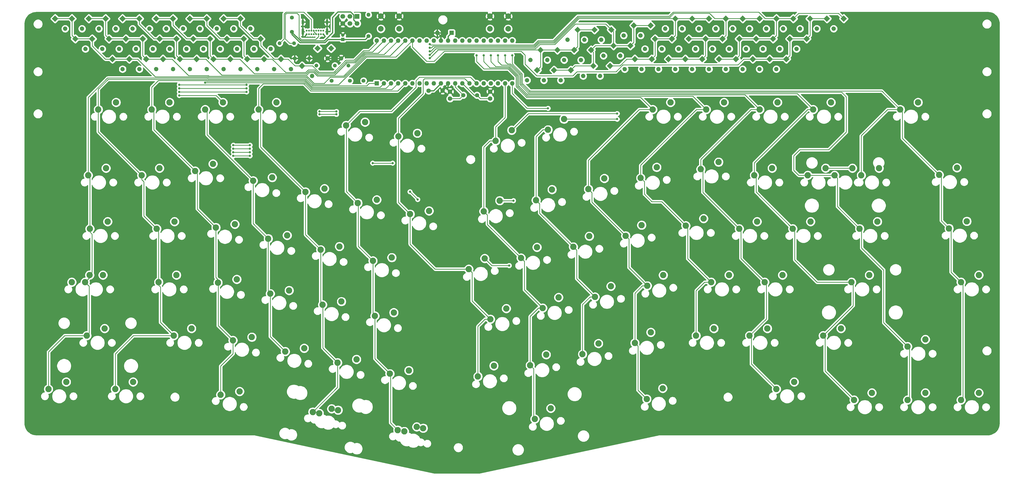
<source format=gtl>
G04 #@! TF.GenerationSoftware,KiCad,Pcbnew,(5.1.6)-1*
G04 #@! TF.CreationDate,2020-07-26T17:49:23-05:00*
G04 #@! TF.ProjectId,Bonsai,426f6e73-6169-42e6-9b69-6361645f7063,rev?*
G04 #@! TF.SameCoordinates,Original*
G04 #@! TF.FileFunction,Copper,L1,Top*
G04 #@! TF.FilePolarity,Positive*
%FSLAX46Y46*%
G04 Gerber Fmt 4.6, Leading zero omitted, Abs format (unit mm)*
G04 Created by KiCad (PCBNEW (5.1.6)-1) date 2020-07-26 17:49:23*
%MOMM*%
%LPD*%
G01*
G04 APERTURE LIST*
G04 #@! TA.AperFunction,ComponentPad*
%ADD10C,0.650000*%
G04 #@! TD*
G04 #@! TA.AperFunction,ComponentPad*
%ADD11O,0.900000X2.400000*%
G04 #@! TD*
G04 #@! TA.AperFunction,ComponentPad*
%ADD12O,0.900000X1.700000*%
G04 #@! TD*
G04 #@! TA.AperFunction,ComponentPad*
%ADD13R,1.600000X1.600000*%
G04 #@! TD*
G04 #@! TA.AperFunction,ComponentPad*
%ADD14O,1.600000X1.600000*%
G04 #@! TD*
G04 #@! TA.AperFunction,ComponentPad*
%ADD15C,2.250000*%
G04 #@! TD*
G04 #@! TA.AperFunction,ComponentPad*
%ADD16C,1.400000*%
G04 #@! TD*
G04 #@! TA.AperFunction,ComponentPad*
%ADD17C,0.100000*%
G04 #@! TD*
G04 #@! TA.AperFunction,ComponentPad*
%ADD18C,1.500000*%
G04 #@! TD*
G04 #@! TA.AperFunction,ComponentPad*
%ADD19C,2.000000*%
G04 #@! TD*
G04 #@! TA.AperFunction,ComponentPad*
%ADD20O,1.400000X1.400000*%
G04 #@! TD*
G04 #@! TA.AperFunction,ComponentPad*
%ADD21R,1.700000X1.700000*%
G04 #@! TD*
G04 #@! TA.AperFunction,ComponentPad*
%ADD22C,1.700000*%
G04 #@! TD*
G04 #@! TA.AperFunction,ComponentPad*
%ADD23C,1.600000*%
G04 #@! TD*
G04 #@! TA.AperFunction,ComponentPad*
%ADD24R,1.200000X1.200000*%
G04 #@! TD*
G04 #@! TA.AperFunction,ComponentPad*
%ADD25C,1.200000*%
G04 #@! TD*
G04 #@! TA.AperFunction,ViaPad*
%ADD26C,0.800000*%
G04 #@! TD*
G04 #@! TA.AperFunction,Conductor*
%ADD27C,0.381000*%
G04 #@! TD*
G04 #@! TA.AperFunction,Conductor*
%ADD28C,0.254000*%
G04 #@! TD*
G04 #@! TA.AperFunction,Conductor*
%ADD29C,0.250000*%
G04 #@! TD*
G04 APERTURE END LIST*
D10*
G04 #@! TO.P,USB1,A5*
G04 #@! TO.N,Net-(R4-Pad2)*
X131201796Y-81917569D03*
G04 #@! TO.P,USB1,A1*
G04 #@! TO.N,GND*
X132901796Y-81917569D03*
G04 #@! TO.P,USB1,A4*
G04 #@! TO.N,VCC*
X132051796Y-81917569D03*
G04 #@! TO.P,USB1,A6*
G04 #@! TO.N,Net-(D82-Pad1)*
X130351796Y-81917569D03*
G04 #@! TO.P,USB1,A7*
G04 #@! TO.N,Net-(D83-Pad1)*
X129501796Y-81917569D03*
G04 #@! TO.P,USB1,A8*
G04 #@! TO.N,Net-(USB1-PadA8)*
X128651796Y-81917569D03*
G04 #@! TO.P,USB1,A9*
G04 #@! TO.N,VCC*
X127801796Y-81917569D03*
G04 #@! TO.P,USB1,A12*
G04 #@! TO.N,GND*
X126951796Y-81917569D03*
G04 #@! TO.P,USB1,B12*
X132901796Y-80592569D03*
G04 #@! TO.P,USB1,B9*
G04 #@! TO.N,VCC*
X132046796Y-80592569D03*
G04 #@! TO.P,USB1,B8*
G04 #@! TO.N,Net-(USB1-PadB8)*
X131196796Y-80592569D03*
G04 #@! TO.P,USB1,B7*
G04 #@! TO.N,Net-(D83-Pad1)*
X130346796Y-80592569D03*
G04 #@! TO.P,USB1,B6*
G04 #@! TO.N,Net-(D82-Pad1)*
X129496796Y-80592569D03*
G04 #@! TO.P,USB1,B5*
G04 #@! TO.N,Net-(R5-Pad2)*
X128646796Y-80592569D03*
G04 #@! TO.P,USB1,B4*
G04 #@! TO.N,VCC*
X127796796Y-80592569D03*
G04 #@! TO.P,USB1,B1*
G04 #@! TO.N,GND*
X126946796Y-80592569D03*
D11*
G04 #@! TO.P,USB1,S1*
X134251796Y-80937569D03*
X125601796Y-80937569D03*
D12*
X134251796Y-77557569D03*
X125601796Y-77557569D03*
G04 #@! TD*
D13*
G04 #@! TO.P,U1,1*
G04 #@! TO.N,col0*
X151926186Y-99390349D03*
D14*
G04 #@! TO.P,U1,21*
G04 #@! TO.N,col14*
X200186186Y-84150349D03*
G04 #@! TO.P,U1,2*
G04 #@! TO.N,col1*
X154466186Y-99390349D03*
G04 #@! TO.P,U1,22*
G04 #@! TO.N,col13*
X197646186Y-84150349D03*
G04 #@! TO.P,U1,3*
G04 #@! TO.N,col2*
X157006186Y-99390349D03*
G04 #@! TO.P,U1,23*
G04 #@! TO.N,col12*
X195106186Y-84150349D03*
G04 #@! TO.P,U1,4*
G04 #@! TO.N,col3*
X159546186Y-99390349D03*
G04 #@! TO.P,U1,24*
G04 #@! TO.N,col11*
X192566186Y-84150349D03*
G04 #@! TO.P,U1,5*
G04 #@! TO.N,col4*
X162086186Y-99390349D03*
G04 #@! TO.P,U1,25*
G04 #@! TO.N,col10*
X190026186Y-84150349D03*
G04 #@! TO.P,U1,6*
G04 #@! TO.N,MOSI*
X164626186Y-99390349D03*
G04 #@! TO.P,U1,26*
G04 #@! TO.N,col9*
X187486186Y-84150349D03*
G04 #@! TO.P,U1,7*
G04 #@! TO.N,MISO*
X167166186Y-99390349D03*
G04 #@! TO.P,U1,27*
G04 #@! TO.N,Net-(U1-Pad27)*
X184946186Y-84150349D03*
G04 #@! TO.P,U1,8*
G04 #@! TO.N,SCK*
X169706186Y-99390349D03*
G04 #@! TO.P,U1,28*
G04 #@! TO.N,Net-(U1-Pad28)*
X182406186Y-84150349D03*
G04 #@! TO.P,U1,9*
G04 #@! TO.N,reset*
X172246186Y-99390349D03*
G04 #@! TO.P,U1,29*
G04 #@! TO.N,Net-(U1-Pad29)*
X179866186Y-84150349D03*
G04 #@! TO.P,U1,10*
G04 #@! TO.N,+5V*
X174786186Y-99390349D03*
G04 #@! TO.P,U1,30*
X177326186Y-84150349D03*
G04 #@! TO.P,U1,11*
G04 #@! TO.N,GND*
X177326186Y-99390349D03*
G04 #@! TO.P,U1,31*
X174786186Y-84150349D03*
G04 #@! TO.P,U1,12*
G04 #@! TO.N,Net-(C2-Pad1)*
X179866186Y-99390349D03*
G04 #@! TO.P,U1,32*
G04 #@! TO.N,Net-(U1-Pad32)*
X172246186Y-84150349D03*
G04 #@! TO.P,U1,13*
G04 #@! TO.N,Net-(C1-Pad1)*
X182406186Y-99390349D03*
G04 #@! TO.P,U1,33*
G04 #@! TO.N,Net-(U1-Pad33)*
X169706186Y-84150349D03*
G04 #@! TO.P,U1,14*
G04 #@! TO.N,col6*
X184946186Y-99390349D03*
G04 #@! TO.P,U1,34*
G04 #@! TO.N,Net-(U1-Pad34)*
X167166186Y-84150349D03*
G04 #@! TO.P,U1,15*
G04 #@! TO.N,col5*
X187486186Y-99390349D03*
G04 #@! TO.P,U1,35*
G04 #@! TO.N,row0*
X164626186Y-84150349D03*
G04 #@! TO.P,U1,16*
G04 #@! TO.N,D+*
X190026186Y-99390349D03*
G04 #@! TO.P,U1,36*
G04 #@! TO.N,row1*
X162086186Y-84150349D03*
G04 #@! TO.P,U1,17*
G04 #@! TO.N,D-*
X192566186Y-99390349D03*
G04 #@! TO.P,U1,37*
G04 #@! TO.N,row2*
X159546186Y-84150349D03*
G04 #@! TO.P,U1,18*
G04 #@! TO.N,boot*
X195106186Y-99390349D03*
G04 #@! TO.P,U1,38*
G04 #@! TO.N,row3*
X157006186Y-84150349D03*
G04 #@! TO.P,U1,19*
G04 #@! TO.N,col7*
X197646186Y-99390349D03*
G04 #@! TO.P,U1,39*
G04 #@! TO.N,row4*
X154466186Y-84150349D03*
G04 #@! TO.P,U1,20*
G04 #@! TO.N,col8*
X200186186Y-99390349D03*
G04 #@! TO.P,U1,40*
G04 #@! TO.N,row5*
X151926186Y-84150349D03*
G04 #@! TD*
D15*
G04 #@! TO.P,SW_RCTRL1,2*
G04 #@! TO.N,Net-(D66-Pad2)*
X300653347Y-205823969D03*
G04 #@! TO.P,SW_RCTRL1,1*
G04 #@! TO.N,col11*
X294303347Y-208363969D03*
G04 #@! TD*
D16*
G04 #@! TO.P,R4,1*
G04 #@! TO.N,GND*
X127890166Y-90502888D03*
G04 #@! TO.P,R4,2*
G04 #@! TO.N,Net-(R4-Pad2)*
G04 #@! TA.AperFunction,ComponentPad*
G36*
G01*
X122996987Y-85609709D02*
X122996987Y-85609709D01*
G75*
G02*
X122007037Y-85609709I-494975J494975D01*
G01*
X122007037Y-85609709D01*
G75*
G02*
X122007037Y-84619759I494975J494975D01*
G01*
X122007037Y-84619759D01*
G75*
G02*
X122996987Y-84619759I494975J-494975D01*
G01*
X122996987Y-84619759D01*
G75*
G02*
X122996987Y-85609709I-494975J-494975D01*
G01*
G37*
G04 #@! TD.AperFunction*
G04 #@! TD*
D15*
G04 #@! TO.P,SW_LSPC2,2*
G04 #@! TO.N,Net-(D27-Pad2)*
X135892330Y-215379078D03*
G04 #@! TO.P,SW_LSPC2,1*
G04 #@! TO.N,col4*
X129152997Y-216543334D03*
G04 #@! TD*
G04 #@! TO.P,SW_LALT1,2*
G04 #@! TO.N,Net-(D16-Pad2)*
X103092071Y-209226596D03*
G04 #@! TO.P,SW_LALT1,1*
G04 #@! TO.N,col2*
X96352738Y-210390852D03*
G04 #@! TD*
G04 #@! TO.P,SW_FN2,2*
G04 #@! TO.N,Net-(D33-Pad2)*
X166188794Y-221818793D03*
G04 #@! TO.P,SW_FN2,1*
G04 #@! TO.N,col5*
X159449461Y-222983049D03*
G04 #@! TD*
G04 #@! TO.P,SW_CPLKSTPD1,2*
G04 #@! TO.N,col0*
X49658167Y-167725288D03*
G04 #@! TO.P,SW_CPLKSTPD1,1*
G04 #@! TO.N,Net-(D2-Pad2)*
X43308167Y-170265288D03*
G04 #@! TD*
G04 #@! TO.P,SW_BKSP12,2*
G04 #@! TO.N,Net-(D84-Pad2)*
X330888166Y-129625291D03*
G04 #@! TO.P,SW_BKSP12,1*
G04 #@! TO.N,col14*
X324538166Y-132165291D03*
G04 #@! TD*
G04 #@! TO.P,SW_BKSP11,2*
G04 #@! TO.N,Net-(D73-Pad2)*
X311838165Y-129625289D03*
G04 #@! TO.P,SW_BKSP11,1*
G04 #@! TO.N,col13*
X305488165Y-132165289D03*
G04 #@! TD*
G04 #@! TO.P,D84,2*
G04 #@! TO.N,Net-(D84-Pad2)*
G04 #@! TA.AperFunction,ComponentPad*
G36*
G01*
X309278503Y-79339734D02*
X309278503Y-79339734D01*
G75*
G02*
X309278503Y-80471104I-565685J-565685D01*
G01*
X309278503Y-80471104D01*
G75*
G02*
X308147133Y-80471104I-565685J565685D01*
G01*
X308147133Y-80471104D01*
G75*
G02*
X308147133Y-79339734I565685J565685D01*
G01*
X308147133Y-79339734D01*
G75*
G02*
X309278503Y-79339734I565685J-565685D01*
G01*
G37*
G04 #@! TD.AperFunction*
G04 #@! TA.AperFunction,ComponentPad*
D17*
G04 #@! TO.P,D84,1*
G04 #@! TO.N,row0*
G36*
X312304920Y-75181946D02*
G01*
X313436291Y-76313317D01*
X312304920Y-77444688D01*
X311173549Y-76313317D01*
X312304920Y-75181946D01*
G37*
G04 #@! TD.AperFunction*
G04 #@! TD*
D15*
G04 #@! TO.P,SW_P1,2*
G04 #@! TO.N,Net-(D58-Pad2)*
X268377565Y-147594469D03*
G04 #@! TO.P,SW_P1,1*
G04 #@! TO.N,col10*
X262027565Y-150134469D03*
G04 #@! TD*
G04 #@! TO.P,SW_10,2*
G04 #@! TO.N,Net-(D57-Pad2)*
X251660012Y-129314904D03*
G04 #@! TO.P,SW_10,1*
G04 #@! TO.N,col10*
X245976870Y-133119639D03*
G04 #@! TD*
G04 #@! TO.P,SW_ENT1,2*
G04 #@! TO.N,Net-(D70-Pad2)*
X327418166Y-167725289D03*
G04 #@! TO.P,SW_ENT1,1*
G04 #@! TO.N,col12*
X321068166Y-170265289D03*
G04 #@! TD*
D18*
G04 #@! TO.P,Y1,1*
G04 #@! TO.N,Net-(C1-Pad1)*
X187653826Y-103624531D03*
G04 #@! TO.P,Y1,2*
G04 #@! TO.N,Net-(C2-Pad1)*
X182773826Y-103624531D03*
G04 #@! TD*
D15*
G04 #@! TO.P,SW_|1,2*
G04 #@! TO.N,Net-(D74-Pad2)*
X330298167Y-148675289D03*
G04 #@! TO.P,SW_|1,1*
G04 #@! TO.N,col13*
X323948167Y-151215289D03*
G04 #@! TD*
G04 #@! TO.P,SW_Z1,2*
G04 #@! TO.N,Net-(D9-Pad2)*
X85968166Y-186775289D03*
G04 #@! TO.P,SW_Z1,1*
G04 #@! TO.N,col1*
X79618166Y-189315289D03*
G04 #@! TD*
G04 #@! TO.P,SW_Y1,2*
G04 #@! TO.N,Net-(D36-Pad2)*
X190398874Y-161807055D03*
G04 #@! TO.P,SW_Y1,1*
G04 #@! TO.N,col6*
X184715732Y-165611790D03*
G04 #@! TD*
G04 #@! TO.P,SW_X1,2*
G04 #@! TO.N,Net-(D15-Pad2)*
X107463771Y-189860855D03*
G04 #@! TO.P,SW_X1,1*
G04 #@! TO.N,col2*
X100724438Y-191025111D03*
G04 #@! TD*
G04 #@! TO.P,SW_WIN1,2*
G04 #@! TO.N,Net-(D10-Pad2)*
X65162327Y-205826510D03*
G04 #@! TO.P,SW_WIN1,1*
G04 #@! TO.N,col1*
X58812327Y-208366510D03*
G04 #@! TD*
G04 #@! TO.P,SW_W1,2*
G04 #@! TO.N,Net-(D13-Pad2)*
X101413772Y-149620856D03*
G04 #@! TO.P,SW_W1,1*
G04 #@! TO.N,col2*
X94674439Y-150785112D03*
G04 #@! TD*
G04 #@! TO.P,SW_V1,2*
G04 #@! TO.N,Net-(D26-Pad2)*
X144731196Y-197782291D03*
G04 #@! TO.P,SW_V1,1*
G04 #@! TO.N,col4*
X137991863Y-198946547D03*
G04 #@! TD*
G04 #@! TO.P,SW_UP1,2*
G04 #@! TO.N,Net-(D75-Pad2)*
X347374106Y-190660169D03*
G04 #@! TO.P,SW_UP1,1*
G04 #@! TO.N,col13*
X341024106Y-193200169D03*
G04 #@! TD*
G04 #@! TO.P,SW_U1,2*
G04 #@! TO.N,Net-(D41-Pad2)*
X209032585Y-157846339D03*
G04 #@! TO.P,SW_U1,1*
G04 #@! TO.N,col7*
X203349443Y-161651074D03*
G04 #@! TD*
G04 #@! TO.P,SW_TAB1,2*
G04 #@! TO.N,Net-(D1-Pad2)*
X56108167Y-148675290D03*
G04 #@! TO.P,SW_TAB1,1*
G04 #@! TO.N,col0*
X49758167Y-151215290D03*
G04 #@! TD*
G04 #@! TO.P,SW_T1,2*
G04 #@! TO.N,Net-(D30-Pad2)*
X157314907Y-161503009D03*
G04 #@! TO.P,SW_T1,1*
G04 #@! TO.N,col5*
X150575574Y-162667265D03*
G04 #@! TD*
G04 #@! TO.P,SW_SLSH1,2*
G04 #@! TO.N,Net-(D65-Pad2)*
X291108166Y-186775289D03*
G04 #@! TO.P,SW_SLSH1,1*
G04 #@! TO.N,col11*
X284758166Y-189315289D03*
G04 #@! TD*
G04 #@! TO.P,SW_SCLN1,2*
G04 #@! TO.N,Net-(D59-Pad2)*
X277418165Y-167725291D03*
G04 #@! TO.P,SW_SCLN1,1*
G04 #@! TO.N,col10*
X271068165Y-170265291D03*
G04 #@! TD*
G04 #@! TO.P,SW_S1,2*
G04 #@! TO.N,Net-(D14-Pad2)*
X102113773Y-169250855D03*
G04 #@! TO.P,SW_S1,1*
G04 #@! TO.N,col2*
X95374440Y-170415111D03*
G04 #@! TD*
G04 #@! TO.P,SW_RSPC1,2*
G04 #@! TO.N,Net-(D44-Pad2)*
X213923330Y-215231604D03*
G04 #@! TO.P,SW_RSPC1,1*
G04 #@! TO.N,col7*
X208240188Y-219036339D03*
G04 #@! TD*
G04 #@! TO.P,SW_RSHFT1,2*
G04 #@! TO.N,Net-(D71-Pad2)*
X317303167Y-186775288D03*
G04 #@! TO.P,SW_RSHFT1,1*
G04 #@! TO.N,col12*
X310953167Y-189315288D03*
G04 #@! TD*
G04 #@! TO.P,SW_RGHT1,1*
G04 #@! TO.N,col14*
X360074105Y-212250170D03*
G04 #@! TO.P,SW_RGHT1,2*
G04 #@! TO.N,Net-(D81-Pad2)*
X366424105Y-209710170D03*
G04 #@! TD*
G04 #@! TO.P,SW_RALT1,2*
G04 #@! TO.N,Net-(D55-Pad2)*
X253793711Y-208096745D03*
G04 #@! TO.P,SW_RALT1,1*
G04 #@! TO.N,col9*
X248110569Y-211901480D03*
G04 #@! TD*
G04 #@! TO.P,SW_R1,2*
G04 #@! TO.N,Net-(D24-Pad2)*
X138681193Y-157542290D03*
G04 #@! TO.P,SW_R1,1*
G04 #@! TO.N,col4*
X131941860Y-158706546D03*
G04 #@! TD*
G04 #@! TO.P,SW_Q1,2*
G04 #@! TO.N,Net-(D7-Pad2)*
X79918165Y-148675288D03*
G04 #@! TO.P,SW_Q1,1*
G04 #@! TO.N,col1*
X73568165Y-151215288D03*
G04 #@! TD*
G04 #@! TO.P,SW_PRD1,2*
G04 #@! TO.N,Net-(D60-Pad2)*
X272058165Y-186775289D03*
G04 #@! TO.P,SW_PRD1,1*
G04 #@! TO.N,col10*
X265708165Y-189315289D03*
G04 #@! TD*
G04 #@! TO.P,SW_PLUS1,2*
G04 #@! TO.N,Net-(D68-Pad2)*
X292788167Y-129625290D03*
G04 #@! TO.P,SW_PLUS1,1*
G04 #@! TO.N,col12*
X286438167Y-132165290D03*
G04 #@! TD*
G04 #@! TO.P,SW_O1,2*
G04 #@! TO.N,Net-(D52-Pad2)*
X246300010Y-149924903D03*
G04 #@! TO.P,SW_O1,1*
G04 #@! TO.N,col9*
X240616868Y-153729638D03*
G04 #@! TD*
G04 #@! TO.P,SW_N1,2*
G04 #@! TO.N,Net-(D43-Pad2)*
X212292585Y-196106339D03*
G04 #@! TO.P,SW_N1,1*
G04 #@! TO.N,col7*
X206609443Y-199911074D03*
G04 #@! TD*
G04 #@! TO.P,SW_M4,2*
G04 #@! TO.N,Net-(D80-Pad2)*
X366424105Y-167725290D03*
G04 #@! TO.P,SW_M4,1*
G04 #@! TO.N,col14*
X360074105Y-170265290D03*
G04 #@! TD*
G04 #@! TO.P,SW_M5,2*
G04 #@! TO.N,Net-(D49-Pad2)*
X230921217Y-192117680D03*
G04 #@! TO.P,SW_M5,1*
G04 #@! TO.N,col8*
X225238075Y-195922415D03*
G04 #@! TD*
G04 #@! TO.P,SW_M3,2*
G04 #@! TO.N,Net-(D79-Pad2)*
X362144206Y-148564750D03*
G04 #@! TO.P,SW_M3,1*
G04 #@! TO.N,col14*
X355794206Y-151104750D03*
G04 #@! TD*
G04 #@! TO.P,SW_M2,2*
G04 #@! TO.N,Net-(D78-Pad2)*
X358613605Y-129484269D03*
G04 #@! TO.P,SW_M2,1*
G04 #@! TO.N,col14*
X352263605Y-132024269D03*
G04 #@! TD*
G04 #@! TO.P,SW_M1,2*
G04 #@! TO.N,Net-(D77-Pad2)*
X344778227Y-106174689D03*
G04 #@! TO.P,SW_M1,1*
G04 #@! TO.N,col14*
X338428227Y-108714689D03*
G04 #@! TD*
G04 #@! TO.P,SW_LSPC1,2*
G04 #@! TO.N,Net-(D27-Pad2)*
X138183774Y-215870855D03*
G04 #@! TO.P,SW_LSPC1,1*
G04 #@! TO.N,col4*
X131444441Y-217035111D03*
G04 #@! TD*
G04 #@! TO.P,SW_LSHFT1,2*
G04 #@! TO.N,Net-(D3-Pad2)*
X55018165Y-186775288D03*
G04 #@! TO.P,SW_LSHFT1,1*
G04 #@! TO.N,col0*
X48668165Y-189315288D03*
G04 #@! TD*
G04 #@! TO.P,SW_LEFT1,2*
G04 #@! TO.N,Net-(D72-Pad2)*
X328324105Y-209710168D03*
G04 #@! TO.P,SW_LEFT1,1*
G04 #@! TO.N,col12*
X321974105Y-212250168D03*
G04 #@! TD*
G04 #@! TO.P,SW_LCTRL1,2*
G04 #@! TO.N,Net-(D4-Pad2)*
X41349826Y-205826508D03*
G04 #@! TO.P,SW_LCTRL1,1*
G04 #@! TO.N,col0*
X34999826Y-208366508D03*
G04 #@! TD*
G04 #@! TO.P,SW_L1,2*
G04 #@! TO.N,Net-(D53-Pad2)*
X253990369Y-167767944D03*
G04 #@! TO.P,SW_L1,1*
G04 #@! TO.N,col9*
X248307227Y-171572679D03*
G04 #@! TD*
G04 #@! TO.P,SW_K1,2*
G04 #@! TO.N,Net-(D48-Pad2)*
X235356658Y-171728661D03*
G04 #@! TO.P,SW_K1,1*
G04 #@! TO.N,col8*
X229673516Y-175533396D03*
G04 #@! TD*
G04 #@! TO.P,SW_J1,2*
G04 #@! TO.N,Net-(D42-Pad2)*
X216722949Y-175689379D03*
G04 #@! TO.P,SW_J1,1*
G04 #@! TO.N,col7*
X211039807Y-179494114D03*
G04 #@! TD*
G04 #@! TO.P,SW_I1,2*
G04 #@! TO.N,Net-(D47-Pad2)*
X227666299Y-153885619D03*
G04 #@! TO.P,SW_I1,1*
G04 #@! TO.N,col8*
X221983157Y-157690354D03*
G04 #@! TD*
G04 #@! TO.P,SW_H1,2*
G04 #@! TO.N,Net-(D37-Pad2)*
X198089235Y-179650096D03*
G04 #@! TO.P,SW_H1,1*
G04 #@! TO.N,col6*
X192406093Y-183454831D03*
G04 #@! TD*
G04 #@! TO.P,SW_G1,2*
G04 #@! TO.N,Net-(D31-Pad2)*
X158014906Y-181133007D03*
G04 #@! TO.P,SW_G1,1*
G04 #@! TO.N,col5*
X151275573Y-182297263D03*
G04 #@! TD*
G04 #@! TO.P,SW_FN1,2*
G04 #@! TO.N,Net-(D33-Pad2)*
X168503772Y-222310854D03*
G04 #@! TO.P,SW_FN1,1*
G04 #@! TO.N,col5*
X161764439Y-223475110D03*
G04 #@! TD*
G04 #@! TO.P,SW_F13,2*
G04 #@! TO.N,Net-(D25-Pad2)*
X139381195Y-177172290D03*
G04 #@! TO.P,SW_F13,1*
G04 #@! TO.N,col4*
X132641862Y-178336546D03*
G04 #@! TD*
G04 #@! TO.P,SW_F12,2*
G04 #@! TO.N,Net-(D67-Pad2)*
X313764826Y-106174689D03*
G04 #@! TO.P,SW_F12,1*
G04 #@! TO.N,col12*
X307414826Y-108714689D03*
G04 #@! TD*
G04 #@! TO.P,SW_F11,2*
G04 #@! TO.N,Net-(D61-Pad2)*
X294714825Y-106174689D03*
G04 #@! TO.P,SW_F11,1*
G04 #@! TO.N,col11*
X288364825Y-108714689D03*
G04 #@! TD*
G04 #@! TO.P,SW_F10,2*
G04 #@! TO.N,Net-(D56-Pad2)*
X275664827Y-106174689D03*
G04 #@! TO.P,SW_F10,1*
G04 #@! TO.N,col10*
X269314827Y-108714689D03*
G04 #@! TD*
G04 #@! TO.P,SW_F9,2*
G04 #@! TO.N,Net-(D50-Pad2)*
X256614827Y-106174689D03*
G04 #@! TO.P,SW_F9,1*
G04 #@! TO.N,col9*
X250264827Y-108714689D03*
G04 #@! TD*
G04 #@! TO.P,SW_F8,2*
G04 #@! TO.N,Net-(D45-Pad2)*
X218642652Y-112145704D03*
G04 #@! TO.P,SW_F8,1*
G04 #@! TO.N,col8*
X212959510Y-115950439D03*
G04 #@! TD*
G04 #@! TO.P,SW_F7,2*
G04 #@! TO.N,Net-(D39-Pad2)*
X200009210Y-116105562D03*
G04 #@! TO.P,SW_F7,1*
G04 #@! TO.N,col7*
X194326068Y-119910297D03*
G04 #@! TD*
G04 #@! TO.P,SW_F6,2*
G04 #@! TO.N,Net-(D34-Pad2)*
X166404113Y-117156677D03*
G04 #@! TO.P,SW_F6,1*
G04 #@! TO.N,col6*
X159664780Y-118320933D03*
G04 #@! TD*
G04 #@! TO.P,SW_F5,2*
G04 #@! TO.N,Net-(D28-Pad2)*
X147770673Y-113194277D03*
G04 #@! TO.P,SW_F5,1*
G04 #@! TO.N,col5*
X141031340Y-114358533D03*
G04 #@! TD*
G04 #@! TO.P,SW_F4,2*
G04 #@! TO.N,Net-(D22-Pad2)*
X116241725Y-106174689D03*
G04 #@! TO.P,SW_F4,1*
G04 #@! TO.N,col4*
X109891725Y-108714689D03*
G04 #@! TD*
G04 #@! TO.P,SW_F3,2*
G04 #@! TO.N,Net-(D17-Pad2)*
X97191726Y-106174689D03*
G04 #@! TO.P,SW_F3,1*
G04 #@! TO.N,col3*
X90841726Y-108714689D03*
G04 #@! TD*
G04 #@! TO.P,SW_F2,2*
G04 #@! TO.N,Net-(D11-Pad2)*
X78162045Y-106174691D03*
G04 #@! TO.P,SW_F2,1*
G04 #@! TO.N,col2*
X71812045Y-108714691D03*
G04 #@! TD*
G04 #@! TO.P,SW_F1,2*
G04 #@! TO.N,Net-(D5-Pad2)*
X59112047Y-106174690D03*
G04 #@! TO.P,SW_F1,1*
G04 #@! TO.N,col1*
X52762047Y-108714690D03*
G04 #@! TD*
G04 #@! TO.P,SW_ESC1,2*
G04 #@! TO.N,Net-(D0-Pad2)*
X55508165Y-129625287D03*
G04 #@! TO.P,SW_ESC1,1*
G04 #@! TO.N,col0*
X49158165Y-132165287D03*
G04 #@! TD*
G04 #@! TO.P,SW_E1,2*
G04 #@! TO.N,Net-(D19-Pad2)*
X120047482Y-153581573D03*
G04 #@! TO.P,SW_E1,1*
G04 #@! TO.N,col3*
X113308149Y-154745829D03*
G04 #@! TD*
G04 #@! TO.P,SW_DOWN1,2*
G04 #@! TO.N,Net-(D76-Pad2)*
X347374106Y-209710169D03*
G04 #@! TO.P,SW_DOWN1,1*
G04 #@! TO.N,col13*
X341024106Y-212250169D03*
G04 #@! TD*
G04 #@! TO.P,SW_DASH1,2*
G04 #@! TO.N,Net-(D62-Pad2)*
X273731886Y-127467509D03*
G04 #@! TO.P,SW_DASH1,1*
G04 #@! TO.N,col11*
X267381886Y-130007509D03*
G04 #@! TD*
G04 #@! TO.P,SW_D1,2*
G04 #@! TO.N,Net-(D20-Pad2)*
X120747483Y-173211574D03*
G04 #@! TO.P,SW_D1,1*
G04 #@! TO.N,col3*
X114008150Y-174375830D03*
G04 #@! TD*
G04 #@! TO.P,SW_CPLK1,2*
G04 #@! TO.N,Net-(D2-Pad2)*
X54420486Y-167725290D03*
G04 #@! TO.P,SW_CPLK1,1*
G04 #@! TO.N,col0*
X48070486Y-170265290D03*
G04 #@! TD*
G04 #@! TO.P,SW_COMMA1,2*
G04 #@! TO.N,Net-(D54-Pad2)*
X249554929Y-188156963D03*
G04 #@! TO.P,SW_COMMA1,1*
G04 #@! TO.N,col9*
X243871787Y-191961698D03*
G04 #@! TD*
G04 #@! TO.P,SW_C1,2*
G04 #@! TO.N,Net-(D21-Pad2)*
X126097482Y-193821571D03*
G04 #@! TO.P,SW_C1,1*
G04 #@! TO.N,col3*
X119358149Y-194985827D03*
G04 #@! TD*
G04 #@! TO.P,SW_BKSP1,2*
G04 #@! TO.N,Net-(D73-Pad2)*
X321363166Y-129625290D03*
G04 #@! TO.P,SW_BKSP1,1*
G04 #@! TO.N,col13*
X315013166Y-132165290D03*
G04 #@! TD*
G04 #@! TO.P,SW_B_RIGHT1,2*
G04 #@! TO.N,Net-(D38-Pad2)*
X193658874Y-200067056D03*
G04 #@! TO.P,SW_B_RIGHT1,1*
G04 #@! TO.N,col6*
X187975732Y-203871791D03*
G04 #@! TD*
G04 #@! TO.P,SW_B_LEFT1,2*
G04 #@! TO.N,Net-(D32-Pad2)*
X163364906Y-201743008D03*
G04 #@! TO.P,SW_B_LEFT1,1*
G04 #@! TO.N,col5*
X156625573Y-202907264D03*
G04 #@! TD*
G04 #@! TO.P,SW_APST1,2*
G04 #@! TO.N,Net-(D64-Pad2)*
X296468167Y-167725291D03*
G04 #@! TO.P,SW_APST1,1*
G04 #@! TO.N,col11*
X290118167Y-170265291D03*
G04 #@! TD*
G04 #@! TO.P,SW_A1,2*
G04 #@! TO.N,Net-(D8-Pad2)*
X80618167Y-167725288D03*
G04 #@! TO.P,SW_A1,1*
G04 #@! TO.N,col1*
X74268167Y-170265288D03*
G04 #@! TD*
G04 #@! TO.P,SW_]1,2*
G04 #@! TO.N,Net-(D69-Pad2)*
X306478165Y-148675289D03*
G04 #@! TO.P,SW_]1,1*
G04 #@! TO.N,col12*
X300128165Y-151215289D03*
G04 #@! TD*
G04 #@! TO.P,SW_[1,2*
G04 #@! TO.N,Net-(D63-Pad2)*
X287428167Y-148675286D03*
G04 #@! TO.P,SW_[1,1*
G04 #@! TO.N,col11*
X281078167Y-151215286D03*
G04 #@! TD*
G04 #@! TO.P,SW_9,2*
G04 #@! TO.N,Net-(D51-Pad2)*
X233026300Y-133275621D03*
G04 #@! TO.P,SW_9,1*
G04 #@! TO.N,col9*
X227343158Y-137080356D03*
G04 #@! TD*
G04 #@! TO.P,SW_8,2*
G04 #@! TO.N,Net-(D46-Pad2)*
X214392585Y-137236338D03*
G04 #@! TO.P,SW_8,1*
G04 #@! TO.N,col8*
X208709443Y-141041073D03*
G04 #@! TD*
G04 #@! TO.P,SW_7,2*
G04 #@! TO.N,Net-(D40-Pad2)*
X195758874Y-141197055D03*
G04 #@! TO.P,SW_7,1*
G04 #@! TO.N,col7*
X190075732Y-145001790D03*
G04 #@! TD*
G04 #@! TO.P,SW_6,2*
G04 #@! TO.N,Net-(D35-Pad2)*
X170592573Y-144850294D03*
G04 #@! TO.P,SW_6,1*
G04 #@! TO.N,col6*
X163853240Y-146014550D03*
G04 #@! TD*
G04 #@! TO.P,SW_5,2*
G04 #@! TO.N,Net-(D29-Pad2)*
X151961195Y-140892290D03*
G04 #@! TO.P,SW_5,1*
G04 #@! TO.N,col5*
X145221862Y-142056546D03*
G04 #@! TD*
G04 #@! TO.P,SW_4,2*
G04 #@! TO.N,Net-(D23-Pad2)*
X133327482Y-136931572D03*
G04 #@! TO.P,SW_4,1*
G04 #@! TO.N,col4*
X126588149Y-138095828D03*
G04 #@! TD*
G04 #@! TO.P,SW_3,2*
G04 #@! TO.N,Net-(D18-Pad2)*
X114693773Y-132970855D03*
G04 #@! TO.P,SW_3,1*
G04 #@! TO.N,col3*
X107954440Y-134135111D03*
G04 #@! TD*
G04 #@! TO.P,SW_2,2*
G04 #@! TO.N,Net-(D12-Pad2)*
X93607786Y-128107590D03*
G04 #@! TO.P,SW_2,1*
G04 #@! TO.N,col2*
X87257786Y-130647590D03*
G04 #@! TD*
G04 #@! TO.P,SW_1,2*
G04 #@! TO.N,Net-(D6-Pad2)*
X74558165Y-129625288D03*
G04 #@! TO.P,SW_1,1*
G04 #@! TO.N,col1*
X68208165Y-132165288D03*
G04 #@! TD*
D19*
G04 #@! TO.P,RESET1,1*
G04 #@! TO.N,GND*
X159920975Y-75458471D03*
G04 #@! TO.P,RESET1,2*
G04 #@! TO.N,reset*
X159920975Y-79958471D03*
G04 #@! TO.P,RESET1,1*
G04 #@! TO.N,GND*
X153420975Y-75458471D03*
G04 #@! TO.P,RESET1,2*
G04 #@! TO.N,reset*
X153420975Y-79958471D03*
G04 #@! TD*
D16*
G04 #@! TO.P,R6,1*
G04 #@! TO.N,+5V*
X149022966Y-82578089D03*
D20*
G04 #@! TO.P,R6,2*
G04 #@! TO.N,reset*
X149022966Y-74958089D03*
G04 #@! TD*
D16*
G04 #@! TO.P,R5,1*
G04 #@! TO.N,GND*
X122733966Y-90502888D03*
G04 #@! TO.P,R5,2*
G04 #@! TO.N,Net-(R5-Pad2)*
G04 #@! TA.AperFunction,ComponentPad*
G36*
G01*
X117840787Y-85609709D02*
X117840787Y-85609709D01*
G75*
G02*
X116850837Y-85609709I-494975J494975D01*
G01*
X116850837Y-85609709D01*
G75*
G02*
X116850837Y-84619759I494975J494975D01*
G01*
X116850837Y-84619759D01*
G75*
G02*
X117840787Y-84619759I494975J-494975D01*
G01*
X117840787Y-84619759D01*
G75*
G02*
X117840787Y-85609709I-494975J-494975D01*
G01*
G37*
G04 #@! TD.AperFunction*
G04 #@! TD*
G04 #@! TO.P,R3,1*
G04 #@! TO.N,D-*
X142418966Y-98453089D03*
G04 #@! TO.P,R3,2*
G04 #@! TO.N,Net-(D83-Pad1)*
G04 #@! TA.AperFunction,ComponentPad*
G36*
G01*
X137525787Y-93559910D02*
X137525787Y-93559910D01*
G75*
G02*
X136535837Y-93559910I-494975J494975D01*
G01*
X136535837Y-93559910D01*
G75*
G02*
X136535837Y-92569960I494975J494975D01*
G01*
X136535837Y-92569960D01*
G75*
G02*
X137525787Y-92569960I494975J-494975D01*
G01*
X137525787Y-92569960D01*
G75*
G02*
X137525787Y-93559910I-494975J-494975D01*
G01*
G37*
G04 #@! TD.AperFunction*
G04 #@! TD*
G04 #@! TO.P,R2,1*
G04 #@! TO.N,D+*
X147244966Y-98453091D03*
G04 #@! TO.P,R2,2*
G04 #@! TO.N,Net-(D82-Pad1)*
G04 #@! TA.AperFunction,ComponentPad*
G36*
G01*
X142351787Y-93559912D02*
X142351787Y-93559912D01*
G75*
G02*
X141361837Y-93559912I-494975J494975D01*
G01*
X141361837Y-93559912D01*
G75*
G02*
X141361837Y-92569962I494975J494975D01*
G01*
X141361837Y-92569962D01*
G75*
G02*
X142351787Y-92569962I494975J-494975D01*
G01*
X142351787Y-92569962D01*
G75*
G02*
X142351787Y-93559912I-494975J-494975D01*
G01*
G37*
G04 #@! TD.AperFunction*
G04 #@! TD*
G04 #@! TO.P,R1,1*
G04 #@! TO.N,+5V*
X135840366Y-98453090D03*
G04 #@! TO.P,R1,2*
G04 #@! TO.N,Net-(D83-Pad1)*
G04 #@! TA.AperFunction,ComponentPad*
G36*
G01*
X130947187Y-93559911D02*
X130947187Y-93559911D01*
G75*
G02*
X129957237Y-93559911I-494975J494975D01*
G01*
X129957237Y-93559911D01*
G75*
G02*
X129957237Y-92569961I494975J494975D01*
G01*
X129957237Y-92569961D01*
G75*
G02*
X130947187Y-92569961I494975J-494975D01*
G01*
X130947187Y-92569961D01*
G75*
G02*
X130947187Y-93559911I-494975J-494975D01*
G01*
G37*
G04 #@! TD.AperFunction*
G04 #@! TD*
D21*
G04 #@! TO.P,J1,1*
G04 #@! TO.N,MISO*
X144969127Y-75534669D03*
D22*
G04 #@! TO.P,J1,2*
G04 #@! TO.N,+5V*
X144969127Y-78074669D03*
G04 #@! TO.P,J1,3*
G04 #@! TO.N,SCK*
X142429127Y-75534669D03*
G04 #@! TO.P,J1,4*
G04 #@! TO.N,MOSI*
X142429127Y-78074669D03*
G04 #@! TO.P,J1,5*
G04 #@! TO.N,reset*
X139889127Y-75534669D03*
G04 #@! TO.P,J1,6*
G04 #@! TO.N,GND*
X139889127Y-78074669D03*
G04 #@! TD*
D16*
G04 #@! TO.P,F1,2*
G04 #@! TO.N,VCC*
X121766226Y-75923451D03*
G04 #@! TO.P,F1,1*
G04 #@! TO.N,+5V*
X121766226Y-81023451D03*
G04 #@! TD*
G04 #@! TO.P,D83,2*
G04 #@! TO.N,GND*
G04 #@! TA.AperFunction,ComponentPad*
G36*
G01*
X133897408Y-89931532D02*
X133897408Y-89931532D01*
G75*
G02*
X135028778Y-89931532I565685J-565685D01*
G01*
X135028778Y-89931532D01*
G75*
G02*
X135028778Y-91062902I-565685J-565685D01*
G01*
X135028778Y-91062902D01*
G75*
G02*
X133897408Y-91062902I-565685J565685D01*
G01*
X133897408Y-91062902D01*
G75*
G02*
X133897408Y-89931532I565685J565685D01*
G01*
G37*
G04 #@! TD.AperFunction*
G04 #@! TA.AperFunction,ComponentPad*
D17*
G04 #@! TO.P,D83,1*
G04 #@! TO.N,Net-(D83-Pad1)*
G36*
X129739620Y-86905115D02*
G01*
X130870991Y-85773744D01*
X132002362Y-86905115D01*
X130870991Y-88036486D01*
X129739620Y-86905115D01*
G37*
G04 #@! TD.AperFunction*
G04 #@! TD*
G04 #@! TO.P,D82,2*
G04 #@! TO.N,GND*
G04 #@! TA.AperFunction,ComponentPad*
G36*
G01*
X138723408Y-89931533D02*
X138723408Y-89931533D01*
G75*
G02*
X139854778Y-89931533I565685J-565685D01*
G01*
X139854778Y-89931533D01*
G75*
G02*
X139854778Y-91062903I-565685J-565685D01*
G01*
X139854778Y-91062903D01*
G75*
G02*
X138723408Y-91062903I-565685J565685D01*
G01*
X138723408Y-91062903D01*
G75*
G02*
X138723408Y-89931533I565685J565685D01*
G01*
G37*
G04 #@! TD.AperFunction*
G04 #@! TA.AperFunction,ComponentPad*
G04 #@! TO.P,D82,1*
G04 #@! TO.N,Net-(D82-Pad1)*
G36*
X134565620Y-86905116D02*
G01*
X135696991Y-85773745D01*
X136828362Y-86905116D01*
X135696991Y-88036487D01*
X134565620Y-86905116D01*
G37*
G04 #@! TD.AperFunction*
G04 #@! TD*
G04 #@! TO.P,D81,2*
G04 #@! TO.N,Net-(D81-Pad2)*
G04 #@! TA.AperFunction,ComponentPad*
G36*
G01*
X219269583Y-90513833D02*
X219269583Y-90513833D01*
G75*
G02*
X219269583Y-91645203I-565685J-565685D01*
G01*
X219269583Y-91645203D01*
G75*
G02*
X218138213Y-91645203I-565685J565685D01*
G01*
X218138213Y-91645203D01*
G75*
G02*
X218138213Y-90513833I565685J565685D01*
G01*
X218138213Y-90513833D01*
G75*
G02*
X219269583Y-90513833I565685J-565685D01*
G01*
G37*
G04 #@! TD.AperFunction*
G04 #@! TA.AperFunction,ComponentPad*
G04 #@! TO.P,D81,1*
G04 #@! TO.N,row5*
G36*
X222296000Y-86356045D02*
G01*
X223427371Y-87487416D01*
X222296000Y-88618787D01*
X221164629Y-87487416D01*
X222296000Y-86356045D01*
G37*
G04 #@! TD.AperFunction*
G04 #@! TD*
G04 #@! TO.P,D80,2*
G04 #@! TO.N,Net-(D80-Pad2)*
G04 #@! TA.AperFunction,ComponentPad*
G36*
G01*
X239269584Y-88991732D02*
X239269584Y-88991732D01*
G75*
G02*
X239269584Y-90123102I-565685J-565685D01*
G01*
X239269584Y-90123102D01*
G75*
G02*
X238138214Y-90123102I-565685J565685D01*
G01*
X238138214Y-90123102D01*
G75*
G02*
X238138214Y-88991732I565685J565685D01*
G01*
X238138214Y-88991732D01*
G75*
G02*
X239269584Y-88991732I565685J-565685D01*
G01*
G37*
G04 #@! TD.AperFunction*
G04 #@! TA.AperFunction,ComponentPad*
G04 #@! TO.P,D80,1*
G04 #@! TO.N,row4*
G36*
X242296001Y-84833944D02*
G01*
X243427372Y-85965315D01*
X242296001Y-87096686D01*
X241164630Y-85965315D01*
X242296001Y-84833944D01*
G37*
G04 #@! TD.AperFunction*
G04 #@! TD*
G04 #@! TO.P,D79,2*
G04 #@! TO.N,Net-(D79-Pad2)*
G04 #@! TA.AperFunction,ComponentPad*
G36*
G01*
X232055982Y-96205333D02*
X232055982Y-96205333D01*
G75*
G02*
X232055982Y-97336703I-565685J-565685D01*
G01*
X232055982Y-97336703D01*
G75*
G02*
X230924612Y-97336703I-565685J565685D01*
G01*
X230924612Y-97336703D01*
G75*
G02*
X230924612Y-96205333I565685J565685D01*
G01*
X230924612Y-96205333D01*
G75*
G02*
X232055982Y-96205333I565685J-565685D01*
G01*
G37*
G04 #@! TD.AperFunction*
G04 #@! TA.AperFunction,ComponentPad*
G04 #@! TO.P,D79,1*
G04 #@! TO.N,row3*
G36*
X235082399Y-92047545D02*
G01*
X236213770Y-93178916D01*
X235082399Y-94310287D01*
X233951028Y-93178916D01*
X235082399Y-92047545D01*
G37*
G04 #@! TD.AperFunction*
G04 #@! TD*
G04 #@! TO.P,D78,2*
G04 #@! TO.N,Net-(D78-Pad2)*
G04 #@! TA.AperFunction,ComponentPad*
G36*
G01*
X285278504Y-79339731D02*
X285278504Y-79339731D01*
G75*
G02*
X285278504Y-80471101I-565685J-565685D01*
G01*
X285278504Y-80471101D01*
G75*
G02*
X284147134Y-80471101I-565685J565685D01*
G01*
X284147134Y-80471101D01*
G75*
G02*
X284147134Y-79339731I565685J565685D01*
G01*
X284147134Y-79339731D01*
G75*
G02*
X285278504Y-79339731I565685J-565685D01*
G01*
G37*
G04 #@! TD.AperFunction*
G04 #@! TA.AperFunction,ComponentPad*
G04 #@! TO.P,D78,1*
G04 #@! TO.N,row2*
G36*
X288304921Y-75181943D02*
G01*
X289436292Y-76313314D01*
X288304921Y-77444685D01*
X287173550Y-76313314D01*
X288304921Y-75181943D01*
G37*
G04 #@! TD.AperFunction*
G04 #@! TD*
G04 #@! TO.P,D77,2*
G04 #@! TO.N,Net-(D77-Pad2)*
G04 #@! TA.AperFunction,ComponentPad*
G36*
G01*
X315278503Y-79339734D02*
X315278503Y-79339734D01*
G75*
G02*
X315278503Y-80471104I-565685J-565685D01*
G01*
X315278503Y-80471104D01*
G75*
G02*
X314147133Y-80471104I-565685J565685D01*
G01*
X314147133Y-80471104D01*
G75*
G02*
X314147133Y-79339734I565685J565685D01*
G01*
X314147133Y-79339734D01*
G75*
G02*
X315278503Y-79339734I565685J-565685D01*
G01*
G37*
G04 #@! TD.AperFunction*
G04 #@! TA.AperFunction,ComponentPad*
G04 #@! TO.P,D77,1*
G04 #@! TO.N,row1*
G36*
X318304920Y-75181946D02*
G01*
X319436291Y-76313317D01*
X318304920Y-77444688D01*
X317173549Y-76313317D01*
X318304920Y-75181946D01*
G37*
G04 #@! TD.AperFunction*
G04 #@! TD*
G04 #@! TO.P,D76,2*
G04 #@! TO.N,Net-(D76-Pad2)*
G04 #@! TA.AperFunction,ComponentPad*
G36*
G01*
X226483183Y-83300232D02*
X226483183Y-83300232D01*
G75*
G02*
X226483183Y-84431602I-565685J-565685D01*
G01*
X226483183Y-84431602D01*
G75*
G02*
X225351813Y-84431602I-565685J565685D01*
G01*
X225351813Y-84431602D01*
G75*
G02*
X225351813Y-83300232I565685J565685D01*
G01*
X225351813Y-83300232D01*
G75*
G02*
X226483183Y-83300232I565685J-565685D01*
G01*
G37*
G04 #@! TD.AperFunction*
G04 #@! TA.AperFunction,ComponentPad*
G04 #@! TO.P,D76,1*
G04 #@! TO.N,row5*
G36*
X229509600Y-79142444D02*
G01*
X230640971Y-80273815D01*
X229509600Y-81405186D01*
X228378229Y-80273815D01*
X229509600Y-79142444D01*
G37*
G04 #@! TD.AperFunction*
G04 #@! TD*
G04 #@! TO.P,D75,2*
G04 #@! TO.N,Net-(D75-Pad2)*
G04 #@! TA.AperFunction,ComponentPad*
G36*
G01*
X246483183Y-81778132D02*
X246483183Y-81778132D01*
G75*
G02*
X246483183Y-82909502I-565685J-565685D01*
G01*
X246483183Y-82909502D01*
G75*
G02*
X245351813Y-82909502I-565685J565685D01*
G01*
X245351813Y-82909502D01*
G75*
G02*
X245351813Y-81778132I565685J565685D01*
G01*
X245351813Y-81778132D01*
G75*
G02*
X246483183Y-81778132I565685J-565685D01*
G01*
G37*
G04 #@! TD.AperFunction*
G04 #@! TA.AperFunction,ComponentPad*
G04 #@! TO.P,D75,1*
G04 #@! TO.N,row4*
G36*
X249509600Y-77620344D02*
G01*
X250640971Y-78751715D01*
X249509600Y-79883086D01*
X248378229Y-78751715D01*
X249509600Y-77620344D01*
G37*
G04 #@! TD.AperFunction*
G04 #@! TD*
G04 #@! TO.P,D74,2*
G04 #@! TO.N,Net-(D74-Pad2)*
G04 #@! TA.AperFunction,ComponentPad*
G36*
G01*
X264851304Y-93766932D02*
X264851304Y-93766932D01*
G75*
G02*
X264851304Y-94898302I-565685J-565685D01*
G01*
X264851304Y-94898302D01*
G75*
G02*
X263719934Y-94898302I-565685J565685D01*
G01*
X263719934Y-94898302D01*
G75*
G02*
X263719934Y-93766932I565685J565685D01*
G01*
X263719934Y-93766932D01*
G75*
G02*
X264851304Y-93766932I565685J-565685D01*
G01*
G37*
G04 #@! TD.AperFunction*
G04 #@! TA.AperFunction,ComponentPad*
G04 #@! TO.P,D74,1*
G04 #@! TO.N,row2*
G36*
X267877721Y-89609144D02*
G01*
X269009092Y-90740515D01*
X267877721Y-91871886D01*
X266746350Y-90740515D01*
X267877721Y-89609144D01*
G37*
G04 #@! TD.AperFunction*
G04 #@! TD*
G04 #@! TO.P,D73,2*
G04 #@! TO.N,Net-(D73-Pad2)*
G04 #@! TA.AperFunction,ComponentPad*
G36*
G01*
X290064902Y-86553333D02*
X290064902Y-86553333D01*
G75*
G02*
X290064902Y-87684703I-565685J-565685D01*
G01*
X290064902Y-87684703D01*
G75*
G02*
X288933532Y-87684703I-565685J565685D01*
G01*
X288933532Y-87684703D01*
G75*
G02*
X288933532Y-86553333I565685J565685D01*
G01*
X288933532Y-86553333D01*
G75*
G02*
X290064902Y-86553333I565685J-565685D01*
G01*
G37*
G04 #@! TD.AperFunction*
G04 #@! TA.AperFunction,ComponentPad*
G04 #@! TO.P,D73,1*
G04 #@! TO.N,row1*
G36*
X293091319Y-82395545D02*
G01*
X294222690Y-83526916D01*
X293091319Y-84658287D01*
X291959948Y-83526916D01*
X293091319Y-82395545D01*
G37*
G04 #@! TD.AperFunction*
G04 #@! TD*
G04 #@! TO.P,D72,2*
G04 #@! TO.N,Net-(D72-Pad2)*
G04 #@! TA.AperFunction,ComponentPad*
G36*
G01*
X206055983Y-97727432D02*
X206055983Y-97727432D01*
G75*
G02*
X206055983Y-98858802I-565685J-565685D01*
G01*
X206055983Y-98858802D01*
G75*
G02*
X204924613Y-98858802I-565685J565685D01*
G01*
X204924613Y-98858802D01*
G75*
G02*
X204924613Y-97727432I565685J565685D01*
G01*
X204924613Y-97727432D01*
G75*
G02*
X206055983Y-97727432I565685J-565685D01*
G01*
G37*
G04 #@! TD.AperFunction*
G04 #@! TA.AperFunction,ComponentPad*
G04 #@! TO.P,D72,1*
G04 #@! TO.N,row5*
G36*
X209082400Y-93569644D02*
G01*
X210213771Y-94701015D01*
X209082400Y-95832386D01*
X207951029Y-94701015D01*
X209082400Y-93569644D01*
G37*
G04 #@! TD.AperFunction*
G04 #@! TD*
G04 #@! TO.P,D71,2*
G04 #@! TO.N,Net-(D71-Pad2)*
G04 #@! TA.AperFunction,ComponentPad*
G36*
G01*
X226055984Y-96205333D02*
X226055984Y-96205333D01*
G75*
G02*
X226055984Y-97336703I-565685J-565685D01*
G01*
X226055984Y-97336703D01*
G75*
G02*
X224924614Y-97336703I-565685J565685D01*
G01*
X224924614Y-97336703D01*
G75*
G02*
X224924614Y-96205333I565685J565685D01*
G01*
X224924614Y-96205333D01*
G75*
G02*
X226055984Y-96205333I565685J-565685D01*
G01*
G37*
G04 #@! TD.AperFunction*
G04 #@! TA.AperFunction,ComponentPad*
G04 #@! TO.P,D71,1*
G04 #@! TO.N,row4*
G36*
X229082401Y-92047545D02*
G01*
X230213772Y-93178916D01*
X229082401Y-94310287D01*
X227951030Y-93178916D01*
X229082401Y-92047545D01*
G37*
G04 #@! TD.AperFunction*
G04 #@! TD*
G04 #@! TA.AperFunction,ComponentPad*
G04 #@! TO.P,D70,1*
G04 #@! TO.N,row3*
G36*
X258304920Y-75181944D02*
G01*
X259436291Y-76313315D01*
X258304920Y-77444686D01*
X257173549Y-76313315D01*
X258304920Y-75181944D01*
G37*
G04 #@! TD.AperFunction*
G04 #@! TO.P,D70,2*
G04 #@! TO.N,Net-(D70-Pad2)*
G04 #@! TA.AperFunction,ComponentPad*
G36*
G01*
X255278503Y-79339732D02*
X255278503Y-79339732D01*
G75*
G02*
X255278503Y-80471102I-565685J-565685D01*
G01*
X255278503Y-80471102D01*
G75*
G02*
X254147133Y-80471102I-565685J565685D01*
G01*
X254147133Y-80471102D01*
G75*
G02*
X254147133Y-79339732I565685J565685D01*
G01*
X254147133Y-79339732D01*
G75*
G02*
X255278503Y-79339732I565685J-565685D01*
G01*
G37*
G04 #@! TD.AperFunction*
G04 #@! TD*
G04 #@! TO.P,D69,2*
G04 #@! TO.N,Net-(D69-Pad2)*
G04 #@! TA.AperFunction,ComponentPad*
G36*
G01*
X272064905Y-86553334D02*
X272064905Y-86553334D01*
G75*
G02*
X272064905Y-87684704I-565685J-565685D01*
G01*
X272064905Y-87684704D01*
G75*
G02*
X270933535Y-87684704I-565685J565685D01*
G01*
X270933535Y-87684704D01*
G75*
G02*
X270933535Y-86553334I565685J565685D01*
G01*
X270933535Y-86553334D01*
G75*
G02*
X272064905Y-86553334I565685J-565685D01*
G01*
G37*
G04 #@! TD.AperFunction*
G04 #@! TA.AperFunction,ComponentPad*
G04 #@! TO.P,D69,1*
G04 #@! TO.N,row2*
G36*
X275091322Y-82395546D02*
G01*
X276222693Y-83526917D01*
X275091322Y-84658288D01*
X273959951Y-83526917D01*
X275091322Y-82395546D01*
G37*
G04 #@! TD.AperFunction*
G04 #@! TD*
G04 #@! TO.P,D68,2*
G04 #@! TO.N,Net-(D68-Pad2)*
G04 #@! TA.AperFunction,ComponentPad*
G36*
G01*
X297278502Y-79339732D02*
X297278502Y-79339732D01*
G75*
G02*
X297278502Y-80471102I-565685J-565685D01*
G01*
X297278502Y-80471102D01*
G75*
G02*
X296147132Y-80471102I-565685J565685D01*
G01*
X296147132Y-80471102D01*
G75*
G02*
X296147132Y-79339732I565685J565685D01*
G01*
X296147132Y-79339732D01*
G75*
G02*
X297278502Y-79339732I565685J-565685D01*
G01*
G37*
G04 #@! TD.AperFunction*
G04 #@! TA.AperFunction,ComponentPad*
G04 #@! TO.P,D68,1*
G04 #@! TO.N,row1*
G36*
X300304919Y-75181944D02*
G01*
X301436290Y-76313315D01*
X300304919Y-77444686D01*
X299173548Y-76313315D01*
X300304919Y-75181944D01*
G37*
G04 #@! TD.AperFunction*
G04 #@! TD*
G04 #@! TO.P,D67,2*
G04 #@! TO.N,Net-(D67-Pad2)*
G04 #@! TA.AperFunction,ComponentPad*
G36*
G01*
X302064902Y-86553331D02*
X302064902Y-86553331D01*
G75*
G02*
X302064902Y-87684701I-565685J-565685D01*
G01*
X302064902Y-87684701D01*
G75*
G02*
X300933532Y-87684701I-565685J565685D01*
G01*
X300933532Y-87684701D01*
G75*
G02*
X300933532Y-86553331I565685J565685D01*
G01*
X300933532Y-86553331D01*
G75*
G02*
X302064902Y-86553331I565685J-565685D01*
G01*
G37*
G04 #@! TD.AperFunction*
G04 #@! TA.AperFunction,ComponentPad*
G04 #@! TO.P,D67,1*
G04 #@! TO.N,row0*
G36*
X305091319Y-82395543D02*
G01*
X306222690Y-83526914D01*
X305091319Y-84658285D01*
X303959948Y-83526914D01*
X305091319Y-82395543D01*
G37*
G04 #@! TD.AperFunction*
G04 #@! TD*
G04 #@! TO.P,D66,2*
G04 #@! TO.N,Net-(D66-Pad2)*
G04 #@! TA.AperFunction,ComponentPad*
G36*
G01*
X213269584Y-90513831D02*
X213269584Y-90513831D01*
G75*
G02*
X213269584Y-91645201I-565685J-565685D01*
G01*
X213269584Y-91645201D01*
G75*
G02*
X212138214Y-91645201I-565685J565685D01*
G01*
X212138214Y-91645201D01*
G75*
G02*
X212138214Y-90513831I565685J565685D01*
G01*
X212138214Y-90513831D01*
G75*
G02*
X213269584Y-90513831I565685J-565685D01*
G01*
G37*
G04 #@! TD.AperFunction*
G04 #@! TA.AperFunction,ComponentPad*
G04 #@! TO.P,D66,1*
G04 #@! TO.N,row5*
G36*
X216296001Y-86356043D02*
G01*
X217427372Y-87487414D01*
X216296001Y-88618785D01*
X215164630Y-87487414D01*
X216296001Y-86356043D01*
G37*
G04 #@! TD.AperFunction*
G04 #@! TD*
G04 #@! TO.P,D65,2*
G04 #@! TO.N,Net-(D65-Pad2)*
G04 #@! TA.AperFunction,ComponentPad*
G36*
G01*
X233269582Y-88991732D02*
X233269582Y-88991732D01*
G75*
G02*
X233269582Y-90123102I-565685J-565685D01*
G01*
X233269582Y-90123102D01*
G75*
G02*
X232138212Y-90123102I-565685J565685D01*
G01*
X232138212Y-90123102D01*
G75*
G02*
X232138212Y-88991732I565685J565685D01*
G01*
X232138212Y-88991732D01*
G75*
G02*
X233269582Y-88991732I565685J-565685D01*
G01*
G37*
G04 #@! TD.AperFunction*
G04 #@! TA.AperFunction,ComponentPad*
G04 #@! TO.P,D65,1*
G04 #@! TO.N,row4*
G36*
X236295999Y-84833944D02*
G01*
X237427370Y-85965315D01*
X236295999Y-87096686D01*
X235164628Y-85965315D01*
X236295999Y-84833944D01*
G37*
G04 #@! TD.AperFunction*
G04 #@! TD*
G04 #@! TO.P,D64,2*
G04 #@! TO.N,Net-(D64-Pad2)*
G04 #@! TA.AperFunction,ComponentPad*
G36*
G01*
X248064903Y-86553332D02*
X248064903Y-86553332D01*
G75*
G02*
X248064903Y-87684702I-565685J-565685D01*
G01*
X248064903Y-87684702D01*
G75*
G02*
X246933533Y-87684702I-565685J565685D01*
G01*
X246933533Y-87684702D01*
G75*
G02*
X246933533Y-86553332I565685J565685D01*
G01*
X246933533Y-86553332D01*
G75*
G02*
X248064903Y-86553332I565685J-565685D01*
G01*
G37*
G04 #@! TD.AperFunction*
G04 #@! TA.AperFunction,ComponentPad*
G04 #@! TO.P,D64,1*
G04 #@! TO.N,row3*
G36*
X251091320Y-82395544D02*
G01*
X252222691Y-83526915D01*
X251091320Y-84658286D01*
X249959949Y-83526915D01*
X251091320Y-82395544D01*
G37*
G04 #@! TD.AperFunction*
G04 #@! TD*
G04 #@! TO.P,D63,2*
G04 #@! TO.N,Net-(D63-Pad2)*
G04 #@! TA.AperFunction,ComponentPad*
G36*
G01*
X279278503Y-79339732D02*
X279278503Y-79339732D01*
G75*
G02*
X279278503Y-80471102I-565685J-565685D01*
G01*
X279278503Y-80471102D01*
G75*
G02*
X278147133Y-80471102I-565685J565685D01*
G01*
X278147133Y-80471102D01*
G75*
G02*
X278147133Y-79339732I565685J565685D01*
G01*
X278147133Y-79339732D01*
G75*
G02*
X279278503Y-79339732I565685J-565685D01*
G01*
G37*
G04 #@! TD.AperFunction*
G04 #@! TA.AperFunction,ComponentPad*
G04 #@! TO.P,D63,1*
G04 #@! TO.N,row2*
G36*
X282304920Y-75181944D02*
G01*
X283436291Y-76313315D01*
X282304920Y-77444686D01*
X281173549Y-76313315D01*
X282304920Y-75181944D01*
G37*
G04 #@! TD.AperFunction*
G04 #@! TD*
G04 #@! TO.P,D62,2*
G04 #@! TO.N,Net-(D62-Pad2)*
G04 #@! TA.AperFunction,ComponentPad*
G36*
G01*
X276851304Y-93766935D02*
X276851304Y-93766935D01*
G75*
G02*
X276851304Y-94898305I-565685J-565685D01*
G01*
X276851304Y-94898305D01*
G75*
G02*
X275719934Y-94898305I-565685J565685D01*
G01*
X275719934Y-94898305D01*
G75*
G02*
X275719934Y-93766935I565685J565685D01*
G01*
X275719934Y-93766935D01*
G75*
G02*
X276851304Y-93766935I565685J-565685D01*
G01*
G37*
G04 #@! TD.AperFunction*
G04 #@! TA.AperFunction,ComponentPad*
G04 #@! TO.P,D62,1*
G04 #@! TO.N,row1*
G36*
X279877721Y-89609147D02*
G01*
X281009092Y-90740518D01*
X279877721Y-91871889D01*
X278746350Y-90740518D01*
X279877721Y-89609147D01*
G37*
G04 #@! TD.AperFunction*
G04 #@! TD*
G04 #@! TO.P,D61,2*
G04 #@! TO.N,Net-(D61-Pad2)*
G04 #@! TA.AperFunction,ComponentPad*
G36*
G01*
X294851305Y-93766932D02*
X294851305Y-93766932D01*
G75*
G02*
X294851305Y-94898302I-565685J-565685D01*
G01*
X294851305Y-94898302D01*
G75*
G02*
X293719935Y-94898302I-565685J565685D01*
G01*
X293719935Y-94898302D01*
G75*
G02*
X293719935Y-93766932I565685J565685D01*
G01*
X293719935Y-93766932D01*
G75*
G02*
X294851305Y-93766932I565685J-565685D01*
G01*
G37*
G04 #@! TD.AperFunction*
G04 #@! TA.AperFunction,ComponentPad*
G04 #@! TO.P,D61,1*
G04 #@! TO.N,row0*
G36*
X297877722Y-89609144D02*
G01*
X299009093Y-90740515D01*
X297877722Y-91871886D01*
X296746351Y-90740515D01*
X297877722Y-89609144D01*
G37*
G04 #@! TD.AperFunction*
G04 #@! TD*
G04 #@! TO.P,D60,2*
G04 #@! TO.N,Net-(D60-Pad2)*
G04 #@! TA.AperFunction,ComponentPad*
G36*
G01*
X240483182Y-81778132D02*
X240483182Y-81778132D01*
G75*
G02*
X240483182Y-82909502I-565685J-565685D01*
G01*
X240483182Y-82909502D01*
G75*
G02*
X239351812Y-82909502I-565685J565685D01*
G01*
X239351812Y-82909502D01*
G75*
G02*
X239351812Y-81778132I565685J565685D01*
G01*
X239351812Y-81778132D01*
G75*
G02*
X240483182Y-81778132I565685J-565685D01*
G01*
G37*
G04 #@! TD.AperFunction*
G04 #@! TA.AperFunction,ComponentPad*
G04 #@! TO.P,D60,1*
G04 #@! TO.N,row4*
G36*
X243509599Y-77620344D02*
G01*
X244640970Y-78751715D01*
X243509599Y-79883086D01*
X242378228Y-78751715D01*
X243509599Y-77620344D01*
G37*
G04 #@! TD.AperFunction*
G04 #@! TD*
G04 #@! TO.P,D59,2*
G04 #@! TO.N,Net-(D59-Pad2)*
G04 #@! TA.AperFunction,ComponentPad*
G36*
G01*
X240851303Y-93766933D02*
X240851303Y-93766933D01*
G75*
G02*
X240851303Y-94898303I-565685J-565685D01*
G01*
X240851303Y-94898303D01*
G75*
G02*
X239719933Y-94898303I-565685J565685D01*
G01*
X239719933Y-94898303D01*
G75*
G02*
X239719933Y-93766933I565685J565685D01*
G01*
X239719933Y-93766933D01*
G75*
G02*
X240851303Y-93766933I565685J-565685D01*
G01*
G37*
G04 #@! TD.AperFunction*
G04 #@! TA.AperFunction,ComponentPad*
G04 #@! TO.P,D59,1*
G04 #@! TO.N,row3*
G36*
X243877720Y-89609145D02*
G01*
X245009091Y-90740516D01*
X243877720Y-91871887D01*
X242746349Y-90740516D01*
X243877720Y-89609145D01*
G37*
G04 #@! TD.AperFunction*
G04 #@! TD*
G04 #@! TO.P,D58,2*
G04 #@! TO.N,Net-(D58-Pad2)*
G04 #@! TA.AperFunction,ComponentPad*
G36*
G01*
X258851302Y-93766932D02*
X258851302Y-93766932D01*
G75*
G02*
X258851302Y-94898302I-565685J-565685D01*
G01*
X258851302Y-94898302D01*
G75*
G02*
X257719932Y-94898302I-565685J565685D01*
G01*
X257719932Y-94898302D01*
G75*
G02*
X257719932Y-93766932I565685J565685D01*
G01*
X257719932Y-93766932D01*
G75*
G02*
X258851302Y-93766932I565685J-565685D01*
G01*
G37*
G04 #@! TD.AperFunction*
G04 #@! TA.AperFunction,ComponentPad*
G04 #@! TO.P,D58,1*
G04 #@! TO.N,row2*
G36*
X261877719Y-89609144D02*
G01*
X263009090Y-90740515D01*
X261877719Y-91871886D01*
X260746348Y-90740515D01*
X261877719Y-89609144D01*
G37*
G04 #@! TD.AperFunction*
G04 #@! TD*
G04 #@! TO.P,D57,2*
G04 #@! TO.N,Net-(D57-Pad2)*
G04 #@! TA.AperFunction,ComponentPad*
G36*
G01*
X284064904Y-86553331D02*
X284064904Y-86553331D01*
G75*
G02*
X284064904Y-87684701I-565685J-565685D01*
G01*
X284064904Y-87684701D01*
G75*
G02*
X282933534Y-87684701I-565685J565685D01*
G01*
X282933534Y-87684701D01*
G75*
G02*
X282933534Y-86553331I565685J565685D01*
G01*
X282933534Y-86553331D01*
G75*
G02*
X284064904Y-86553331I565685J-565685D01*
G01*
G37*
G04 #@! TD.AperFunction*
G04 #@! TA.AperFunction,ComponentPad*
G04 #@! TO.P,D57,1*
G04 #@! TO.N,row1*
G36*
X287091321Y-82395543D02*
G01*
X288222692Y-83526914D01*
X287091321Y-84658285D01*
X285959950Y-83526914D01*
X287091321Y-82395543D01*
G37*
G04 #@! TD.AperFunction*
G04 #@! TD*
G04 #@! TO.P,D56,2*
G04 #@! TO.N,Net-(D56-Pad2)*
G04 #@! TA.AperFunction,ComponentPad*
G36*
G01*
X288851303Y-93766932D02*
X288851303Y-93766932D01*
G75*
G02*
X288851303Y-94898302I-565685J-565685D01*
G01*
X288851303Y-94898302D01*
G75*
G02*
X287719933Y-94898302I-565685J565685D01*
G01*
X287719933Y-94898302D01*
G75*
G02*
X287719933Y-93766932I565685J565685D01*
G01*
X287719933Y-93766932D01*
G75*
G02*
X288851303Y-93766932I565685J-565685D01*
G01*
G37*
G04 #@! TD.AperFunction*
G04 #@! TA.AperFunction,ComponentPad*
G04 #@! TO.P,D56,1*
G04 #@! TO.N,row0*
G36*
X291877720Y-89609144D02*
G01*
X293009091Y-90740515D01*
X291877720Y-91871886D01*
X290746349Y-90740515D01*
X291877720Y-89609144D01*
G37*
G04 #@! TD.AperFunction*
G04 #@! TD*
G04 #@! TO.P,D55,2*
G04 #@! TO.N,Net-(D55-Pad2)*
G04 #@! TA.AperFunction,ComponentPad*
G36*
G01*
X220483183Y-83300231D02*
X220483183Y-83300231D01*
G75*
G02*
X220483183Y-84431601I-565685J-565685D01*
G01*
X220483183Y-84431601D01*
G75*
G02*
X219351813Y-84431601I-565685J565685D01*
G01*
X219351813Y-84431601D01*
G75*
G02*
X219351813Y-83300231I565685J565685D01*
G01*
X219351813Y-83300231D01*
G75*
G02*
X220483183Y-83300231I565685J-565685D01*
G01*
G37*
G04 #@! TD.AperFunction*
G04 #@! TA.AperFunction,ComponentPad*
G04 #@! TO.P,D55,1*
G04 #@! TO.N,row5*
G36*
X223509600Y-79142443D02*
G01*
X224640971Y-80273814D01*
X223509600Y-81405185D01*
X222378229Y-80273814D01*
X223509600Y-79142443D01*
G37*
G04 #@! TD.AperFunction*
G04 #@! TD*
G04 #@! TO.P,D54,2*
G04 #@! TO.N,Net-(D54-Pad2)*
G04 #@! TA.AperFunction,ComponentPad*
G36*
G01*
X218055983Y-97727434D02*
X218055983Y-97727434D01*
G75*
G02*
X218055983Y-98858804I-565685J-565685D01*
G01*
X218055983Y-98858804D01*
G75*
G02*
X216924613Y-98858804I-565685J565685D01*
G01*
X216924613Y-98858804D01*
G75*
G02*
X216924613Y-97727434I565685J565685D01*
G01*
X216924613Y-97727434D01*
G75*
G02*
X218055983Y-97727434I565685J-565685D01*
G01*
G37*
G04 #@! TD.AperFunction*
G04 #@! TA.AperFunction,ComponentPad*
G04 #@! TO.P,D54,1*
G04 #@! TO.N,row4*
G36*
X221082400Y-93569646D02*
G01*
X222213771Y-94701017D01*
X221082400Y-95832388D01*
X219951029Y-94701017D01*
X221082400Y-93569646D01*
G37*
G04 #@! TD.AperFunction*
G04 #@! TD*
G04 #@! TO.P,D53,2*
G04 #@! TO.N,Net-(D53-Pad2)*
G04 #@! TA.AperFunction,ComponentPad*
G36*
G01*
X261278504Y-79339735D02*
X261278504Y-79339735D01*
G75*
G02*
X261278504Y-80471105I-565685J-565685D01*
G01*
X261278504Y-80471105D01*
G75*
G02*
X260147134Y-80471105I-565685J565685D01*
G01*
X260147134Y-80471105D01*
G75*
G02*
X260147134Y-79339735I565685J565685D01*
G01*
X260147134Y-79339735D01*
G75*
G02*
X261278504Y-79339735I565685J-565685D01*
G01*
G37*
G04 #@! TD.AperFunction*
G04 #@! TA.AperFunction,ComponentPad*
G04 #@! TO.P,D53,1*
G04 #@! TO.N,row3*
G36*
X264304921Y-75181947D02*
G01*
X265436292Y-76313318D01*
X264304921Y-77444689D01*
X263173550Y-76313318D01*
X264304921Y-75181947D01*
G37*
G04 #@! TD.AperFunction*
G04 #@! TD*
G04 #@! TO.P,D52,2*
G04 #@! TO.N,Net-(D52-Pad2)*
G04 #@! TA.AperFunction,ComponentPad*
G36*
G01*
X266064903Y-86553333D02*
X266064903Y-86553333D01*
G75*
G02*
X266064903Y-87684703I-565685J-565685D01*
G01*
X266064903Y-87684703D01*
G75*
G02*
X264933533Y-87684703I-565685J565685D01*
G01*
X264933533Y-87684703D01*
G75*
G02*
X264933533Y-86553333I565685J565685D01*
G01*
X264933533Y-86553333D01*
G75*
G02*
X266064903Y-86553333I565685J-565685D01*
G01*
G37*
G04 #@! TD.AperFunction*
G04 #@! TA.AperFunction,ComponentPad*
G04 #@! TO.P,D52,1*
G04 #@! TO.N,row2*
G36*
X269091320Y-82395545D02*
G01*
X270222691Y-83526916D01*
X269091320Y-84658287D01*
X267959949Y-83526916D01*
X269091320Y-82395545D01*
G37*
G04 #@! TD.AperFunction*
G04 #@! TD*
G04 #@! TO.P,D51,2*
G04 #@! TO.N,Net-(D51-Pad2)*
G04 #@! TA.AperFunction,ComponentPad*
G36*
G01*
X291278503Y-79339732D02*
X291278503Y-79339732D01*
G75*
G02*
X291278503Y-80471102I-565685J-565685D01*
G01*
X291278503Y-80471102D01*
G75*
G02*
X290147133Y-80471102I-565685J565685D01*
G01*
X290147133Y-80471102D01*
G75*
G02*
X290147133Y-79339732I565685J565685D01*
G01*
X290147133Y-79339732D01*
G75*
G02*
X291278503Y-79339732I565685J-565685D01*
G01*
G37*
G04 #@! TD.AperFunction*
G04 #@! TA.AperFunction,ComponentPad*
G04 #@! TO.P,D51,1*
G04 #@! TO.N,row1*
G36*
X294304920Y-75181944D02*
G01*
X295436291Y-76313315D01*
X294304920Y-77444686D01*
X293173549Y-76313315D01*
X294304920Y-75181944D01*
G37*
G04 #@! TD.AperFunction*
G04 #@! TD*
G04 #@! TO.P,D50,2*
G04 #@! TO.N,Net-(D50-Pad2)*
G04 #@! TA.AperFunction,ComponentPad*
G36*
G01*
X296064902Y-86553332D02*
X296064902Y-86553332D01*
G75*
G02*
X296064902Y-87684702I-565685J-565685D01*
G01*
X296064902Y-87684702D01*
G75*
G02*
X294933532Y-87684702I-565685J565685D01*
G01*
X294933532Y-87684702D01*
G75*
G02*
X294933532Y-86553332I565685J565685D01*
G01*
X294933532Y-86553332D01*
G75*
G02*
X296064902Y-86553332I565685J-565685D01*
G01*
G37*
G04 #@! TD.AperFunction*
G04 #@! TA.AperFunction,ComponentPad*
G04 #@! TO.P,D50,1*
G04 #@! TO.N,row0*
G36*
X299091319Y-82395544D02*
G01*
X300222690Y-83526915D01*
X299091319Y-84658286D01*
X297959948Y-83526915D01*
X299091319Y-82395544D01*
G37*
G04 #@! TD.AperFunction*
G04 #@! TD*
G04 #@! TO.P,D49,2*
G04 #@! TO.N,Net-(D49-Pad2)*
G04 #@! TA.AperFunction,ComponentPad*
G36*
G01*
X225269584Y-90513832D02*
X225269584Y-90513832D01*
G75*
G02*
X225269584Y-91645202I-565685J-565685D01*
G01*
X225269584Y-91645202D01*
G75*
G02*
X224138214Y-91645202I-565685J565685D01*
G01*
X224138214Y-91645202D01*
G75*
G02*
X224138214Y-90513832I565685J565685D01*
G01*
X224138214Y-90513832D01*
G75*
G02*
X225269584Y-90513832I565685J-565685D01*
G01*
G37*
G04 #@! TD.AperFunction*
G04 #@! TA.AperFunction,ComponentPad*
G04 #@! TO.P,D49,1*
G04 #@! TO.N,row4*
G36*
X228296001Y-86356044D02*
G01*
X229427372Y-87487415D01*
X228296001Y-88618786D01*
X227164630Y-87487415D01*
X228296001Y-86356044D01*
G37*
G04 #@! TD.AperFunction*
G04 #@! TD*
G04 #@! TO.P,D48,2*
G04 #@! TO.N,Net-(D48-Pad2)*
G04 #@! TA.AperFunction,ComponentPad*
G36*
G01*
X254064903Y-86553332D02*
X254064903Y-86553332D01*
G75*
G02*
X254064903Y-87684702I-565685J-565685D01*
G01*
X254064903Y-87684702D01*
G75*
G02*
X252933533Y-87684702I-565685J565685D01*
G01*
X252933533Y-87684702D01*
G75*
G02*
X252933533Y-86553332I565685J565685D01*
G01*
X252933533Y-86553332D01*
G75*
G02*
X254064903Y-86553332I565685J-565685D01*
G01*
G37*
G04 #@! TD.AperFunction*
G04 #@! TA.AperFunction,ComponentPad*
G04 #@! TO.P,D48,1*
G04 #@! TO.N,row3*
G36*
X257091320Y-82395544D02*
G01*
X258222691Y-83526915D01*
X257091320Y-84658286D01*
X255959949Y-83526915D01*
X257091320Y-82395544D01*
G37*
G04 #@! TD.AperFunction*
G04 #@! TD*
G04 #@! TO.P,D47,2*
G04 #@! TO.N,Net-(D47-Pad2)*
G04 #@! TA.AperFunction,ComponentPad*
G36*
G01*
X273278505Y-79339732D02*
X273278505Y-79339732D01*
G75*
G02*
X273278505Y-80471102I-565685J-565685D01*
G01*
X273278505Y-80471102D01*
G75*
G02*
X272147135Y-80471102I-565685J565685D01*
G01*
X272147135Y-80471102D01*
G75*
G02*
X272147135Y-79339732I565685J565685D01*
G01*
X272147135Y-79339732D01*
G75*
G02*
X273278505Y-79339732I565685J-565685D01*
G01*
G37*
G04 #@! TD.AperFunction*
G04 #@! TA.AperFunction,ComponentPad*
G04 #@! TO.P,D47,1*
G04 #@! TO.N,row2*
G36*
X276304922Y-75181944D02*
G01*
X277436293Y-76313315D01*
X276304922Y-77444686D01*
X275173551Y-76313315D01*
X276304922Y-75181944D01*
G37*
G04 #@! TD.AperFunction*
G04 #@! TD*
G04 #@! TO.P,D46,2*
G04 #@! TO.N,Net-(D46-Pad2)*
G04 #@! TA.AperFunction,ComponentPad*
G36*
G01*
X270851302Y-93766932D02*
X270851302Y-93766932D01*
G75*
G02*
X270851302Y-94898302I-565685J-565685D01*
G01*
X270851302Y-94898302D01*
G75*
G02*
X269719932Y-94898302I-565685J565685D01*
G01*
X269719932Y-94898302D01*
G75*
G02*
X269719932Y-93766932I565685J565685D01*
G01*
X269719932Y-93766932D01*
G75*
G02*
X270851302Y-93766932I565685J-565685D01*
G01*
G37*
G04 #@! TD.AperFunction*
G04 #@! TA.AperFunction,ComponentPad*
G04 #@! TO.P,D46,1*
G04 #@! TO.N,row1*
G36*
X273877719Y-89609144D02*
G01*
X275009090Y-90740515D01*
X273877719Y-91871886D01*
X272746348Y-90740515D01*
X273877719Y-89609144D01*
G37*
G04 #@! TD.AperFunction*
G04 #@! TD*
G04 #@! TO.P,D45,2*
G04 #@! TO.N,Net-(D45-Pad2)*
G04 #@! TA.AperFunction,ComponentPad*
G36*
G01*
X282851302Y-93766934D02*
X282851302Y-93766934D01*
G75*
G02*
X282851302Y-94898304I-565685J-565685D01*
G01*
X282851302Y-94898304D01*
G75*
G02*
X281719932Y-94898304I-565685J565685D01*
G01*
X281719932Y-94898304D01*
G75*
G02*
X281719932Y-93766934I565685J565685D01*
G01*
X281719932Y-93766934D01*
G75*
G02*
X282851302Y-93766934I565685J-565685D01*
G01*
G37*
G04 #@! TD.AperFunction*
G04 #@! TA.AperFunction,ComponentPad*
G04 #@! TO.P,D45,1*
G04 #@! TO.N,row0*
G36*
X285877719Y-89609146D02*
G01*
X287009090Y-90740517D01*
X285877719Y-91871888D01*
X284746348Y-90740517D01*
X285877719Y-89609146D01*
G37*
G04 #@! TD.AperFunction*
G04 #@! TD*
G04 #@! TO.P,D44,2*
G04 #@! TO.N,Net-(D44-Pad2)*
G04 #@! TA.AperFunction,ComponentPad*
G36*
G01*
X207269582Y-90513833D02*
X207269582Y-90513833D01*
G75*
G02*
X207269582Y-91645203I-565685J-565685D01*
G01*
X207269582Y-91645203D01*
G75*
G02*
X206138212Y-91645203I-565685J565685D01*
G01*
X206138212Y-91645203D01*
G75*
G02*
X206138212Y-90513833I565685J565685D01*
G01*
X206138212Y-90513833D01*
G75*
G02*
X207269582Y-90513833I565685J-565685D01*
G01*
G37*
G04 #@! TD.AperFunction*
G04 #@! TA.AperFunction,ComponentPad*
G04 #@! TO.P,D44,1*
G04 #@! TO.N,row5*
G36*
X210295999Y-86356045D02*
G01*
X211427370Y-87487416D01*
X210295999Y-88618787D01*
X209164628Y-87487416D01*
X210295999Y-86356045D01*
G37*
G04 #@! TD.AperFunction*
G04 #@! TD*
G04 #@! TO.P,D43,2*
G04 #@! TO.N,Net-(D43-Pad2)*
G04 #@! TA.AperFunction,ComponentPad*
G36*
G01*
X232483183Y-83300232D02*
X232483183Y-83300232D01*
G75*
G02*
X232483183Y-84431602I-565685J-565685D01*
G01*
X232483183Y-84431602D01*
G75*
G02*
X231351813Y-84431602I-565685J565685D01*
G01*
X231351813Y-84431602D01*
G75*
G02*
X231351813Y-83300232I565685J565685D01*
G01*
X231351813Y-83300232D01*
G75*
G02*
X232483183Y-83300232I565685J-565685D01*
G01*
G37*
G04 #@! TD.AperFunction*
G04 #@! TA.AperFunction,ComponentPad*
G04 #@! TO.P,D43,1*
G04 #@! TO.N,row4*
G36*
X235509600Y-79142444D02*
G01*
X236640971Y-80273815D01*
X235509600Y-81405186D01*
X234378229Y-80273815D01*
X235509600Y-79142444D01*
G37*
G04 #@! TD.AperFunction*
G04 #@! TD*
G04 #@! TO.P,D42,2*
G04 #@! TO.N,Net-(D42-Pad2)*
G04 #@! TA.AperFunction,ComponentPad*
G36*
G01*
X246851303Y-93766932D02*
X246851303Y-93766932D01*
G75*
G02*
X246851303Y-94898302I-565685J-565685D01*
G01*
X246851303Y-94898302D01*
G75*
G02*
X245719933Y-94898302I-565685J565685D01*
G01*
X245719933Y-94898302D01*
G75*
G02*
X245719933Y-93766932I565685J565685D01*
G01*
X245719933Y-93766932D01*
G75*
G02*
X246851303Y-93766932I565685J-565685D01*
G01*
G37*
G04 #@! TD.AperFunction*
G04 #@! TA.AperFunction,ComponentPad*
G04 #@! TO.P,D42,1*
G04 #@! TO.N,row3*
G36*
X249877720Y-89609144D02*
G01*
X251009091Y-90740515D01*
X249877720Y-91871886D01*
X248746349Y-90740515D01*
X249877720Y-89609144D01*
G37*
G04 #@! TD.AperFunction*
G04 #@! TD*
G04 #@! TO.P,D41,2*
G04 #@! TO.N,Net-(D41-Pad2)*
G04 #@! TA.AperFunction,ComponentPad*
G36*
G01*
X252851303Y-93766933D02*
X252851303Y-93766933D01*
G75*
G02*
X252851303Y-94898303I-565685J-565685D01*
G01*
X252851303Y-94898303D01*
G75*
G02*
X251719933Y-94898303I-565685J565685D01*
G01*
X251719933Y-94898303D01*
G75*
G02*
X251719933Y-93766933I565685J565685D01*
G01*
X251719933Y-93766933D01*
G75*
G02*
X252851303Y-93766933I565685J-565685D01*
G01*
G37*
G04 #@! TD.AperFunction*
G04 #@! TA.AperFunction,ComponentPad*
G04 #@! TO.P,D41,1*
G04 #@! TO.N,row2*
G36*
X255877720Y-89609145D02*
G01*
X257009091Y-90740516D01*
X255877720Y-91871887D01*
X254746349Y-90740516D01*
X255877720Y-89609145D01*
G37*
G04 #@! TD.AperFunction*
G04 #@! TD*
G04 #@! TO.P,D40,2*
G04 #@! TO.N,Net-(D40-Pad2)*
G04 #@! TA.AperFunction,ComponentPad*
G36*
G01*
X278064904Y-86553333D02*
X278064904Y-86553333D01*
G75*
G02*
X278064904Y-87684703I-565685J-565685D01*
G01*
X278064904Y-87684703D01*
G75*
G02*
X276933534Y-87684703I-565685J565685D01*
G01*
X276933534Y-87684703D01*
G75*
G02*
X276933534Y-86553333I565685J565685D01*
G01*
X276933534Y-86553333D01*
G75*
G02*
X278064904Y-86553333I565685J-565685D01*
G01*
G37*
G04 #@! TD.AperFunction*
G04 #@! TA.AperFunction,ComponentPad*
G04 #@! TO.P,D40,1*
G04 #@! TO.N,row1*
G36*
X281091321Y-82395545D02*
G01*
X282222692Y-83526916D01*
X281091321Y-84658287D01*
X279959950Y-83526916D01*
X281091321Y-82395545D01*
G37*
G04 #@! TD.AperFunction*
G04 #@! TD*
G04 #@! TO.P,D39,2*
G04 #@! TO.N,Net-(D39-Pad2)*
G04 #@! TA.AperFunction,ComponentPad*
G36*
G01*
X303278503Y-79339733D02*
X303278503Y-79339733D01*
G75*
G02*
X303278503Y-80471103I-565685J-565685D01*
G01*
X303278503Y-80471103D01*
G75*
G02*
X302147133Y-80471103I-565685J565685D01*
G01*
X302147133Y-80471103D01*
G75*
G02*
X302147133Y-79339733I565685J565685D01*
G01*
X302147133Y-79339733D01*
G75*
G02*
X303278503Y-79339733I565685J-565685D01*
G01*
G37*
G04 #@! TD.AperFunction*
G04 #@! TA.AperFunction,ComponentPad*
G04 #@! TO.P,D39,1*
G04 #@! TO.N,row0*
G36*
X306304920Y-75181945D02*
G01*
X307436291Y-76313316D01*
X306304920Y-77444687D01*
X305173549Y-76313316D01*
X306304920Y-75181945D01*
G37*
G04 #@! TD.AperFunction*
G04 #@! TD*
G04 #@! TO.P,D38,2*
G04 #@! TO.N,Net-(D38-Pad2)*
G04 #@! TA.AperFunction,ComponentPad*
G36*
G01*
X212055981Y-97727431D02*
X212055981Y-97727431D01*
G75*
G02*
X212055981Y-98858801I-565685J-565685D01*
G01*
X212055981Y-98858801D01*
G75*
G02*
X210924611Y-98858801I-565685J565685D01*
G01*
X210924611Y-98858801D01*
G75*
G02*
X210924611Y-97727431I565685J565685D01*
G01*
X210924611Y-97727431D01*
G75*
G02*
X212055981Y-97727431I565685J-565685D01*
G01*
G37*
G04 #@! TD.AperFunction*
G04 #@! TA.AperFunction,ComponentPad*
G04 #@! TO.P,D38,1*
G04 #@! TO.N,row4*
G36*
X215082398Y-93569643D02*
G01*
X216213769Y-94701014D01*
X215082398Y-95832385D01*
X213951027Y-94701014D01*
X215082398Y-93569643D01*
G37*
G04 #@! TD.AperFunction*
G04 #@! TD*
G04 #@! TO.P,D37,2*
G04 #@! TO.N,Net-(D37-Pad2)*
G04 #@! TA.AperFunction,ComponentPad*
G36*
G01*
X267278505Y-79339733D02*
X267278505Y-79339733D01*
G75*
G02*
X267278505Y-80471103I-565685J-565685D01*
G01*
X267278505Y-80471103D01*
G75*
G02*
X266147135Y-80471103I-565685J565685D01*
G01*
X266147135Y-80471103D01*
G75*
G02*
X266147135Y-79339733I565685J565685D01*
G01*
X266147135Y-79339733D01*
G75*
G02*
X267278505Y-79339733I565685J-565685D01*
G01*
G37*
G04 #@! TD.AperFunction*
G04 #@! TA.AperFunction,ComponentPad*
G04 #@! TO.P,D37,1*
G04 #@! TO.N,row3*
G36*
X270304922Y-75181945D02*
G01*
X271436293Y-76313316D01*
X270304922Y-77444687D01*
X269173551Y-76313316D01*
X270304922Y-75181945D01*
G37*
G04 #@! TD.AperFunction*
G04 #@! TD*
G04 #@! TO.P,D36,2*
G04 #@! TO.N,Net-(D36-Pad2)*
G04 #@! TA.AperFunction,ComponentPad*
G36*
G01*
X260064902Y-86553331D02*
X260064902Y-86553331D01*
G75*
G02*
X260064902Y-87684701I-565685J-565685D01*
G01*
X260064902Y-87684701D01*
G75*
G02*
X258933532Y-87684701I-565685J565685D01*
G01*
X258933532Y-87684701D01*
G75*
G02*
X258933532Y-86553331I565685J565685D01*
G01*
X258933532Y-86553331D01*
G75*
G02*
X260064902Y-86553331I565685J-565685D01*
G01*
G37*
G04 #@! TD.AperFunction*
G04 #@! TA.AperFunction,ComponentPad*
G04 #@! TO.P,D36,1*
G04 #@! TO.N,row2*
G36*
X263091319Y-82395543D02*
G01*
X264222690Y-83526914D01*
X263091319Y-84658285D01*
X261959948Y-83526914D01*
X263091319Y-82395543D01*
G37*
G04 #@! TD.AperFunction*
G04 #@! TD*
G04 #@! TO.P,D35,2*
G04 #@! TO.N,Net-(D35-Pad2)*
G04 #@! TA.AperFunction,ComponentPad*
G36*
G01*
X71628208Y-86553331D02*
X71628208Y-86553331D01*
G75*
G02*
X72759578Y-86553331I565685J-565685D01*
G01*
X72759578Y-86553331D01*
G75*
G02*
X72759578Y-87684701I-565685J-565685D01*
G01*
X72759578Y-87684701D01*
G75*
G02*
X71628208Y-87684701I-565685J565685D01*
G01*
X71628208Y-87684701D01*
G75*
G02*
X71628208Y-86553331I565685J565685D01*
G01*
G37*
G04 #@! TD.AperFunction*
G04 #@! TA.AperFunction,ComponentPad*
G04 #@! TO.P,D35,1*
G04 #@! TO.N,row1*
G36*
X67470420Y-83526914D02*
G01*
X68601791Y-82395543D01*
X69733162Y-83526914D01*
X68601791Y-84658285D01*
X67470420Y-83526914D01*
G37*
G04 #@! TD.AperFunction*
G04 #@! TD*
G04 #@! TO.P,D34,2*
G04 #@! TO.N,Net-(D34-Pad2)*
G04 #@! TA.AperFunction,ComponentPad*
G36*
G01*
X46414608Y-79339732D02*
X46414608Y-79339732D01*
G75*
G02*
X47545978Y-79339732I565685J-565685D01*
G01*
X47545978Y-79339732D01*
G75*
G02*
X47545978Y-80471102I-565685J-565685D01*
G01*
X47545978Y-80471102D01*
G75*
G02*
X46414608Y-80471102I-565685J565685D01*
G01*
X46414608Y-80471102D01*
G75*
G02*
X46414608Y-79339732I565685J565685D01*
G01*
G37*
G04 #@! TD.AperFunction*
G04 #@! TA.AperFunction,ComponentPad*
G04 #@! TO.P,D34,1*
G04 #@! TO.N,row0*
G36*
X42256820Y-76313315D02*
G01*
X43388191Y-75181944D01*
X44519562Y-76313315D01*
X43388191Y-77444686D01*
X42256820Y-76313315D01*
G37*
G04 #@! TD.AperFunction*
G04 #@! TD*
G04 #@! TO.P,D33,2*
G04 #@! TO.N,Net-(D33-Pad2)*
G04 #@! TA.AperFunction,ComponentPad*
G36*
G01*
X128360211Y-96205333D02*
X128360211Y-96205333D01*
G75*
G02*
X129491581Y-96205333I565685J-565685D01*
G01*
X129491581Y-96205333D01*
G75*
G02*
X129491581Y-97336703I-565685J-565685D01*
G01*
X129491581Y-97336703D01*
G75*
G02*
X128360211Y-97336703I-565685J565685D01*
G01*
X128360211Y-97336703D01*
G75*
G02*
X128360211Y-96205333I565685J565685D01*
G01*
G37*
G04 #@! TD.AperFunction*
G04 #@! TA.AperFunction,ComponentPad*
G04 #@! TO.P,D33,1*
G04 #@! TO.N,row5*
G36*
X124202423Y-93178916D02*
G01*
X125333794Y-92047545D01*
X126465165Y-93178916D01*
X125333794Y-94310287D01*
X124202423Y-93178916D01*
G37*
G04 #@! TD.AperFunction*
G04 #@! TD*
G04 #@! TO.P,D32,2*
G04 #@! TO.N,Net-(D32-Pad2)*
G04 #@! TA.AperFunction,ComponentPad*
G36*
G01*
X107628209Y-86553332D02*
X107628209Y-86553332D01*
G75*
G02*
X108759579Y-86553332I565685J-565685D01*
G01*
X108759579Y-86553332D01*
G75*
G02*
X108759579Y-87684702I-565685J-565685D01*
G01*
X108759579Y-87684702D01*
G75*
G02*
X107628209Y-87684702I-565685J565685D01*
G01*
X107628209Y-87684702D01*
G75*
G02*
X107628209Y-86553332I565685J565685D01*
G01*
G37*
G04 #@! TD.AperFunction*
G04 #@! TA.AperFunction,ComponentPad*
G04 #@! TO.P,D32,1*
G04 #@! TO.N,row4*
G36*
X103470421Y-83526915D02*
G01*
X104601792Y-82395544D01*
X105733163Y-83526915D01*
X104601792Y-84658286D01*
X103470421Y-83526915D01*
G37*
G04 #@! TD.AperFunction*
G04 #@! TD*
G04 #@! TO.P,D31,2*
G04 #@! TO.N,Net-(D31-Pad2)*
G04 #@! TA.AperFunction,ComponentPad*
G36*
G01*
X95628210Y-86553332D02*
X95628210Y-86553332D01*
G75*
G02*
X96759580Y-86553332I565685J-565685D01*
G01*
X96759580Y-86553332D01*
G75*
G02*
X96759580Y-87684702I-565685J-565685D01*
G01*
X96759580Y-87684702D01*
G75*
G02*
X95628210Y-87684702I-565685J565685D01*
G01*
X95628210Y-87684702D01*
G75*
G02*
X95628210Y-86553332I565685J565685D01*
G01*
G37*
G04 #@! TD.AperFunction*
G04 #@! TA.AperFunction,ComponentPad*
G04 #@! TO.P,D31,1*
G04 #@! TO.N,row3*
G36*
X91470422Y-83526915D02*
G01*
X92601793Y-82395544D01*
X93733164Y-83526915D01*
X92601793Y-84658286D01*
X91470422Y-83526915D01*
G37*
G04 #@! TD.AperFunction*
G04 #@! TD*
G04 #@! TO.P,D30,2*
G04 #@! TO.N,Net-(D30-Pad2)*
G04 #@! TA.AperFunction,ComponentPad*
G36*
G01*
X83628210Y-86553333D02*
X83628210Y-86553333D01*
G75*
G02*
X84759580Y-86553333I565685J-565685D01*
G01*
X84759580Y-86553333D01*
G75*
G02*
X84759580Y-87684703I-565685J-565685D01*
G01*
X84759580Y-87684703D01*
G75*
G02*
X83628210Y-87684703I-565685J565685D01*
G01*
X83628210Y-87684703D01*
G75*
G02*
X83628210Y-86553333I565685J565685D01*
G01*
G37*
G04 #@! TD.AperFunction*
G04 #@! TA.AperFunction,ComponentPad*
G04 #@! TO.P,D30,1*
G04 #@! TO.N,row2*
G36*
X79470422Y-83526916D02*
G01*
X80601793Y-82395545D01*
X81733164Y-83526916D01*
X80601793Y-84658287D01*
X79470422Y-83526916D01*
G37*
G04 #@! TD.AperFunction*
G04 #@! TD*
G04 #@! TO.P,D29,2*
G04 #@! TO.N,Net-(D29-Pad2)*
G04 #@! TA.AperFunction,ComponentPad*
G36*
G01*
X78841808Y-93766933D02*
X78841808Y-93766933D01*
G75*
G02*
X79973178Y-93766933I565685J-565685D01*
G01*
X79973178Y-93766933D01*
G75*
G02*
X79973178Y-94898303I-565685J-565685D01*
G01*
X79973178Y-94898303D01*
G75*
G02*
X78841808Y-94898303I-565685J565685D01*
G01*
X78841808Y-94898303D01*
G75*
G02*
X78841808Y-93766933I565685J565685D01*
G01*
G37*
G04 #@! TD.AperFunction*
G04 #@! TA.AperFunction,ComponentPad*
G04 #@! TO.P,D29,1*
G04 #@! TO.N,row1*
G36*
X74684020Y-90740516D02*
G01*
X75815391Y-89609145D01*
X76946762Y-90740516D01*
X75815391Y-91871887D01*
X74684020Y-90740516D01*
G37*
G04 #@! TD.AperFunction*
G04 #@! TD*
G04 #@! TO.P,D28,2*
G04 #@! TO.N,Net-(D28-Pad2)*
G04 #@! TA.AperFunction,ComponentPad*
G36*
G01*
X53628209Y-86553332D02*
X53628209Y-86553332D01*
G75*
G02*
X54759579Y-86553332I565685J-565685D01*
G01*
X54759579Y-86553332D01*
G75*
G02*
X54759579Y-87684702I-565685J-565685D01*
G01*
X54759579Y-87684702D01*
G75*
G02*
X53628209Y-87684702I-565685J565685D01*
G01*
X53628209Y-87684702D01*
G75*
G02*
X53628209Y-86553332I565685J565685D01*
G01*
G37*
G04 #@! TD.AperFunction*
G04 #@! TA.AperFunction,ComponentPad*
G04 #@! TO.P,D28,1*
G04 #@! TO.N,row0*
G36*
X49470421Y-83526915D02*
G01*
X50601792Y-82395544D01*
X51733163Y-83526915D01*
X50601792Y-84658286D01*
X49470421Y-83526915D01*
G37*
G04 #@! TD.AperFunction*
G04 #@! TD*
G04 #@! TO.P,D27,2*
G04 #@! TO.N,Net-(D27-Pad2)*
G04 #@! TA.AperFunction,ComponentPad*
G36*
G01*
X106414609Y-79339732D02*
X106414609Y-79339732D01*
G75*
G02*
X107545979Y-79339732I565685J-565685D01*
G01*
X107545979Y-79339732D01*
G75*
G02*
X107545979Y-80471102I-565685J-565685D01*
G01*
X107545979Y-80471102D01*
G75*
G02*
X106414609Y-80471102I-565685J565685D01*
G01*
X106414609Y-80471102D01*
G75*
G02*
X106414609Y-79339732I565685J565685D01*
G01*
G37*
G04 #@! TD.AperFunction*
G04 #@! TA.AperFunction,ComponentPad*
G04 #@! TO.P,D27,1*
G04 #@! TO.N,row5*
G36*
X102256821Y-76313315D02*
G01*
X103388192Y-75181944D01*
X104519563Y-76313315D01*
X103388192Y-77444686D01*
X102256821Y-76313315D01*
G37*
G04 #@! TD.AperFunction*
G04 #@! TD*
G04 #@! TO.P,D26,2*
G04 #@! TO.N,Net-(D26-Pad2)*
G04 #@! TA.AperFunction,ComponentPad*
G36*
G01*
X114841809Y-93766934D02*
X114841809Y-93766934D01*
G75*
G02*
X115973179Y-93766934I565685J-565685D01*
G01*
X115973179Y-93766934D01*
G75*
G02*
X115973179Y-94898304I-565685J-565685D01*
G01*
X115973179Y-94898304D01*
G75*
G02*
X114841809Y-94898304I-565685J565685D01*
G01*
X114841809Y-94898304D01*
G75*
G02*
X114841809Y-93766934I565685J565685D01*
G01*
G37*
G04 #@! TD.AperFunction*
G04 #@! TA.AperFunction,ComponentPad*
G04 #@! TO.P,D26,1*
G04 #@! TO.N,row4*
G36*
X110684021Y-90740517D02*
G01*
X111815392Y-89609146D01*
X112946763Y-90740517D01*
X111815392Y-91871888D01*
X110684021Y-90740517D01*
G37*
G04 #@! TD.AperFunction*
G04 #@! TD*
G04 #@! TO.P,D25,2*
G04 #@! TO.N,Net-(D25-Pad2)*
G04 #@! TA.AperFunction,ComponentPad*
G36*
G01*
X102841809Y-93766933D02*
X102841809Y-93766933D01*
G75*
G02*
X103973179Y-93766933I565685J-565685D01*
G01*
X103973179Y-93766933D01*
G75*
G02*
X103973179Y-94898303I-565685J-565685D01*
G01*
X103973179Y-94898303D01*
G75*
G02*
X102841809Y-94898303I-565685J565685D01*
G01*
X102841809Y-94898303D01*
G75*
G02*
X102841809Y-93766933I565685J565685D01*
G01*
G37*
G04 #@! TD.AperFunction*
G04 #@! TA.AperFunction,ComponentPad*
G04 #@! TO.P,D25,1*
G04 #@! TO.N,row3*
G36*
X98684021Y-90740516D02*
G01*
X99815392Y-89609145D01*
X100946763Y-90740516D01*
X99815392Y-91871887D01*
X98684021Y-90740516D01*
G37*
G04 #@! TD.AperFunction*
G04 #@! TD*
G04 #@! TO.P,D24,2*
G04 #@! TO.N,Net-(D24-Pad2)*
G04 #@! TA.AperFunction,ComponentPad*
G36*
G01*
X90841809Y-93766931D02*
X90841809Y-93766931D01*
G75*
G02*
X91973179Y-93766931I565685J-565685D01*
G01*
X91973179Y-93766931D01*
G75*
G02*
X91973179Y-94898301I-565685J-565685D01*
G01*
X91973179Y-94898301D01*
G75*
G02*
X90841809Y-94898301I-565685J565685D01*
G01*
X90841809Y-94898301D01*
G75*
G02*
X90841809Y-93766931I565685J565685D01*
G01*
G37*
G04 #@! TD.AperFunction*
G04 #@! TA.AperFunction,ComponentPad*
G04 #@! TO.P,D24,1*
G04 #@! TO.N,row2*
G36*
X86684021Y-90740514D02*
G01*
X87815392Y-89609143D01*
X88946763Y-90740514D01*
X87815392Y-91871885D01*
X86684021Y-90740514D01*
G37*
G04 #@! TD.AperFunction*
G04 #@! TD*
G04 #@! TO.P,D23,2*
G04 #@! TO.N,Net-(D23-Pad2)*
G04 #@! TA.AperFunction,ComponentPad*
G36*
G01*
X58414609Y-79339733D02*
X58414609Y-79339733D01*
G75*
G02*
X59545979Y-79339733I565685J-565685D01*
G01*
X59545979Y-79339733D01*
G75*
G02*
X59545979Y-80471103I-565685J-565685D01*
G01*
X59545979Y-80471103D01*
G75*
G02*
X58414609Y-80471103I-565685J565685D01*
G01*
X58414609Y-80471103D01*
G75*
G02*
X58414609Y-79339733I565685J565685D01*
G01*
G37*
G04 #@! TD.AperFunction*
G04 #@! TA.AperFunction,ComponentPad*
G04 #@! TO.P,D23,1*
G04 #@! TO.N,row1*
G36*
X54256821Y-76313316D02*
G01*
X55388192Y-75181945D01*
X56519563Y-76313316D01*
X55388192Y-77444687D01*
X54256821Y-76313316D01*
G37*
G04 #@! TD.AperFunction*
G04 #@! TD*
G04 #@! TO.P,D22,2*
G04 #@! TO.N,Net-(D22-Pad2)*
G04 #@! TA.AperFunction,ComponentPad*
G36*
G01*
X66841808Y-93766933D02*
X66841808Y-93766933D01*
G75*
G02*
X67973178Y-93766933I565685J-565685D01*
G01*
X67973178Y-93766933D01*
G75*
G02*
X67973178Y-94898303I-565685J-565685D01*
G01*
X67973178Y-94898303D01*
G75*
G02*
X66841808Y-94898303I-565685J565685D01*
G01*
X66841808Y-94898303D01*
G75*
G02*
X66841808Y-93766933I565685J565685D01*
G01*
G37*
G04 #@! TD.AperFunction*
G04 #@! TA.AperFunction,ComponentPad*
G04 #@! TO.P,D22,1*
G04 #@! TO.N,row0*
G36*
X62684020Y-90740516D02*
G01*
X63815391Y-89609145D01*
X64946762Y-90740516D01*
X63815391Y-91871887D01*
X62684020Y-90740516D01*
G37*
G04 #@! TD.AperFunction*
G04 #@! TD*
G04 #@! TO.P,D21,2*
G04 #@! TO.N,Net-(D21-Pad2)*
G04 #@! TA.AperFunction,ComponentPad*
G36*
G01*
X94414609Y-79339731D02*
X94414609Y-79339731D01*
G75*
G02*
X95545979Y-79339731I565685J-565685D01*
G01*
X95545979Y-79339731D01*
G75*
G02*
X95545979Y-80471101I-565685J-565685D01*
G01*
X95545979Y-80471101D01*
G75*
G02*
X94414609Y-80471101I-565685J565685D01*
G01*
X94414609Y-80471101D01*
G75*
G02*
X94414609Y-79339731I565685J565685D01*
G01*
G37*
G04 #@! TD.AperFunction*
G04 #@! TA.AperFunction,ComponentPad*
G04 #@! TO.P,D21,1*
G04 #@! TO.N,row4*
G36*
X90256821Y-76313314D02*
G01*
X91388192Y-75181943D01*
X92519563Y-76313314D01*
X91388192Y-77444685D01*
X90256821Y-76313314D01*
G37*
G04 #@! TD.AperFunction*
G04 #@! TD*
G04 #@! TO.P,D20,2*
G04 #@! TO.N,Net-(D20-Pad2)*
G04 #@! TA.AperFunction,ComponentPad*
G36*
G01*
X82414608Y-79339734D02*
X82414608Y-79339734D01*
G75*
G02*
X83545978Y-79339734I565685J-565685D01*
G01*
X83545978Y-79339734D01*
G75*
G02*
X83545978Y-80471104I-565685J-565685D01*
G01*
X83545978Y-80471104D01*
G75*
G02*
X82414608Y-80471104I-565685J565685D01*
G01*
X82414608Y-80471104D01*
G75*
G02*
X82414608Y-79339734I565685J565685D01*
G01*
G37*
G04 #@! TD.AperFunction*
G04 #@! TA.AperFunction,ComponentPad*
G04 #@! TO.P,D20,1*
G04 #@! TO.N,row3*
G36*
X78256820Y-76313317D02*
G01*
X79388191Y-75181946D01*
X80519562Y-76313317D01*
X79388191Y-77444688D01*
X78256820Y-76313317D01*
G37*
G04 #@! TD.AperFunction*
G04 #@! TD*
G04 #@! TO.P,D19,2*
G04 #@! TO.N,Net-(D19-Pad2)*
G04 #@! TA.AperFunction,ComponentPad*
G36*
G01*
X70414610Y-79339733D02*
X70414610Y-79339733D01*
G75*
G02*
X71545980Y-79339733I565685J-565685D01*
G01*
X71545980Y-79339733D01*
G75*
G02*
X71545980Y-80471103I-565685J-565685D01*
G01*
X71545980Y-80471103D01*
G75*
G02*
X70414610Y-80471103I-565685J565685D01*
G01*
X70414610Y-80471103D01*
G75*
G02*
X70414610Y-79339733I565685J565685D01*
G01*
G37*
G04 #@! TD.AperFunction*
G04 #@! TA.AperFunction,ComponentPad*
G04 #@! TO.P,D19,1*
G04 #@! TO.N,row2*
G36*
X66256822Y-76313316D02*
G01*
X67388193Y-75181945D01*
X68519564Y-76313316D01*
X67388193Y-77444687D01*
X66256822Y-76313316D01*
G37*
G04 #@! TD.AperFunction*
G04 #@! TD*
G04 #@! TO.P,D18,2*
G04 #@! TO.N,Net-(D18-Pad2)*
G04 #@! TA.AperFunction,ComponentPad*
G36*
G01*
X65628208Y-86553331D02*
X65628208Y-86553331D01*
G75*
G02*
X66759578Y-86553331I565685J-565685D01*
G01*
X66759578Y-86553331D01*
G75*
G02*
X66759578Y-87684701I-565685J-565685D01*
G01*
X66759578Y-87684701D01*
G75*
G02*
X65628208Y-87684701I-565685J565685D01*
G01*
X65628208Y-87684701D01*
G75*
G02*
X65628208Y-86553331I565685J565685D01*
G01*
G37*
G04 #@! TD.AperFunction*
G04 #@! TA.AperFunction,ComponentPad*
G04 #@! TO.P,D18,1*
G04 #@! TO.N,row1*
G36*
X61470420Y-83526914D02*
G01*
X62601791Y-82395543D01*
X63733162Y-83526914D01*
X62601791Y-84658285D01*
X61470420Y-83526914D01*
G37*
G04 #@! TD.AperFunction*
G04 #@! TD*
G04 #@! TO.P,D17,2*
G04 #@! TO.N,Net-(D17-Pad2)*
G04 #@! TA.AperFunction,ComponentPad*
G36*
G01*
X60841811Y-93766933D02*
X60841811Y-93766933D01*
G75*
G02*
X61973181Y-93766933I565685J-565685D01*
G01*
X61973181Y-93766933D01*
G75*
G02*
X61973181Y-94898303I-565685J-565685D01*
G01*
X61973181Y-94898303D01*
G75*
G02*
X60841811Y-94898303I-565685J565685D01*
G01*
X60841811Y-94898303D01*
G75*
G02*
X60841811Y-93766933I565685J565685D01*
G01*
G37*
G04 #@! TD.AperFunction*
G04 #@! TA.AperFunction,ComponentPad*
G04 #@! TO.P,D17,1*
G04 #@! TO.N,row0*
G36*
X56684023Y-90740516D02*
G01*
X57815394Y-89609145D01*
X58946765Y-90740516D01*
X57815394Y-91871887D01*
X56684023Y-90740516D01*
G37*
G04 #@! TD.AperFunction*
G04 #@! TD*
G04 #@! TO.P,D16,2*
G04 #@! TO.N,Net-(D16-Pad2)*
G04 #@! TA.AperFunction,ComponentPad*
G36*
G01*
X113628210Y-86553335D02*
X113628210Y-86553335D01*
G75*
G02*
X114759580Y-86553335I565685J-565685D01*
G01*
X114759580Y-86553335D01*
G75*
G02*
X114759580Y-87684705I-565685J-565685D01*
G01*
X114759580Y-87684705D01*
G75*
G02*
X113628210Y-87684705I-565685J565685D01*
G01*
X113628210Y-87684705D01*
G75*
G02*
X113628210Y-86553335I565685J565685D01*
G01*
G37*
G04 #@! TD.AperFunction*
G04 #@! TA.AperFunction,ComponentPad*
G04 #@! TO.P,D16,1*
G04 #@! TO.N,row5*
G36*
X109470422Y-83526918D02*
G01*
X110601793Y-82395547D01*
X111733164Y-83526918D01*
X110601793Y-84658289D01*
X109470422Y-83526918D01*
G37*
G04 #@! TD.AperFunction*
G04 #@! TD*
G04 #@! TO.P,D15,2*
G04 #@! TO.N,Net-(D15-Pad2)*
G04 #@! TA.AperFunction,ComponentPad*
G36*
G01*
X101628209Y-86553332D02*
X101628209Y-86553332D01*
G75*
G02*
X102759579Y-86553332I565685J-565685D01*
G01*
X102759579Y-86553332D01*
G75*
G02*
X102759579Y-87684702I-565685J-565685D01*
G01*
X102759579Y-87684702D01*
G75*
G02*
X101628209Y-87684702I-565685J565685D01*
G01*
X101628209Y-87684702D01*
G75*
G02*
X101628209Y-86553332I565685J565685D01*
G01*
G37*
G04 #@! TD.AperFunction*
G04 #@! TA.AperFunction,ComponentPad*
G04 #@! TO.P,D15,1*
G04 #@! TO.N,row4*
G36*
X97470421Y-83526915D02*
G01*
X98601792Y-82395544D01*
X99733163Y-83526915D01*
X98601792Y-84658286D01*
X97470421Y-83526915D01*
G37*
G04 #@! TD.AperFunction*
G04 #@! TD*
G04 #@! TO.P,D14,2*
G04 #@! TO.N,Net-(D14-Pad2)*
G04 #@! TA.AperFunction,ComponentPad*
G36*
G01*
X89628211Y-86553331D02*
X89628211Y-86553331D01*
G75*
G02*
X90759581Y-86553331I565685J-565685D01*
G01*
X90759581Y-86553331D01*
G75*
G02*
X90759581Y-87684701I-565685J-565685D01*
G01*
X90759581Y-87684701D01*
G75*
G02*
X89628211Y-87684701I-565685J565685D01*
G01*
X89628211Y-87684701D01*
G75*
G02*
X89628211Y-86553331I565685J565685D01*
G01*
G37*
G04 #@! TD.AperFunction*
G04 #@! TA.AperFunction,ComponentPad*
G04 #@! TO.P,D14,1*
G04 #@! TO.N,row3*
G36*
X85470423Y-83526914D02*
G01*
X86601794Y-82395543D01*
X87733165Y-83526914D01*
X86601794Y-84658285D01*
X85470423Y-83526914D01*
G37*
G04 #@! TD.AperFunction*
G04 #@! TD*
G04 #@! TO.P,D13,2*
G04 #@! TO.N,Net-(D13-Pad2)*
G04 #@! TA.AperFunction,ComponentPad*
G36*
G01*
X77628209Y-86553333D02*
X77628209Y-86553333D01*
G75*
G02*
X78759579Y-86553333I565685J-565685D01*
G01*
X78759579Y-86553333D01*
G75*
G02*
X78759579Y-87684703I-565685J-565685D01*
G01*
X78759579Y-87684703D01*
G75*
G02*
X77628209Y-87684703I-565685J565685D01*
G01*
X77628209Y-87684703D01*
G75*
G02*
X77628209Y-86553333I565685J565685D01*
G01*
G37*
G04 #@! TD.AperFunction*
G04 #@! TA.AperFunction,ComponentPad*
G04 #@! TO.P,D13,1*
G04 #@! TO.N,row2*
G36*
X73470421Y-83526916D02*
G01*
X74601792Y-82395545D01*
X75733163Y-83526916D01*
X74601792Y-84658287D01*
X73470421Y-83526916D01*
G37*
G04 #@! TD.AperFunction*
G04 #@! TD*
G04 #@! TO.P,D12,2*
G04 #@! TO.N,Net-(D12-Pad2)*
G04 #@! TA.AperFunction,ComponentPad*
G36*
G01*
X72841809Y-93766934D02*
X72841809Y-93766934D01*
G75*
G02*
X73973179Y-93766934I565685J-565685D01*
G01*
X73973179Y-93766934D01*
G75*
G02*
X73973179Y-94898304I-565685J-565685D01*
G01*
X73973179Y-94898304D01*
G75*
G02*
X72841809Y-94898304I-565685J565685D01*
G01*
X72841809Y-94898304D01*
G75*
G02*
X72841809Y-93766934I565685J565685D01*
G01*
G37*
G04 #@! TD.AperFunction*
G04 #@! TA.AperFunction,ComponentPad*
G04 #@! TO.P,D12,1*
G04 #@! TO.N,row1*
G36*
X68684021Y-90740517D02*
G01*
X69815392Y-89609146D01*
X70946763Y-90740517D01*
X69815392Y-91871888D01*
X68684021Y-90740517D01*
G37*
G04 #@! TD.AperFunction*
G04 #@! TD*
G04 #@! TO.P,D11,2*
G04 #@! TO.N,Net-(D11-Pad2)*
G04 #@! TA.AperFunction,ComponentPad*
G36*
G01*
X40414609Y-79339734D02*
X40414609Y-79339734D01*
G75*
G02*
X41545979Y-79339734I565685J-565685D01*
G01*
X41545979Y-79339734D01*
G75*
G02*
X41545979Y-80471104I-565685J-565685D01*
G01*
X41545979Y-80471104D01*
G75*
G02*
X40414609Y-80471104I-565685J565685D01*
G01*
X40414609Y-80471104D01*
G75*
G02*
X40414609Y-79339734I565685J565685D01*
G01*
G37*
G04 #@! TD.AperFunction*
G04 #@! TA.AperFunction,ComponentPad*
G04 #@! TO.P,D11,1*
G04 #@! TO.N,row0*
G36*
X36256821Y-76313317D02*
G01*
X37388192Y-75181946D01*
X38519563Y-76313317D01*
X37388192Y-77444688D01*
X36256821Y-76313317D01*
G37*
G04 #@! TD.AperFunction*
G04 #@! TD*
G04 #@! TO.P,D10,2*
G04 #@! TO.N,Net-(D10-Pad2)*
G04 #@! TA.AperFunction,ComponentPad*
G36*
G01*
X120841811Y-93766932D02*
X120841811Y-93766932D01*
G75*
G02*
X121973181Y-93766932I565685J-565685D01*
G01*
X121973181Y-93766932D01*
G75*
G02*
X121973181Y-94898302I-565685J-565685D01*
G01*
X121973181Y-94898302D01*
G75*
G02*
X120841811Y-94898302I-565685J565685D01*
G01*
X120841811Y-94898302D01*
G75*
G02*
X120841811Y-93766932I565685J565685D01*
G01*
G37*
G04 #@! TD.AperFunction*
G04 #@! TA.AperFunction,ComponentPad*
G04 #@! TO.P,D10,1*
G04 #@! TO.N,row5*
G36*
X116684023Y-90740515D02*
G01*
X117815394Y-89609144D01*
X118946765Y-90740515D01*
X117815394Y-91871886D01*
X116684023Y-90740515D01*
G37*
G04 #@! TD.AperFunction*
G04 #@! TD*
G04 #@! TA.AperFunction,ComponentPad*
G04 #@! TO.P,D9,1*
G04 #@! TO.N,row4*
G36*
X104684021Y-90740517D02*
G01*
X105815392Y-89609146D01*
X106946763Y-90740517D01*
X105815392Y-91871888D01*
X104684021Y-90740517D01*
G37*
G04 #@! TD.AperFunction*
G04 #@! TO.P,D9,2*
G04 #@! TO.N,Net-(D9-Pad2)*
G04 #@! TA.AperFunction,ComponentPad*
G36*
G01*
X108841809Y-93766934D02*
X108841809Y-93766934D01*
G75*
G02*
X109973179Y-93766934I565685J-565685D01*
G01*
X109973179Y-93766934D01*
G75*
G02*
X109973179Y-94898304I-565685J-565685D01*
G01*
X109973179Y-94898304D01*
G75*
G02*
X108841809Y-94898304I-565685J565685D01*
G01*
X108841809Y-94898304D01*
G75*
G02*
X108841809Y-93766934I565685J565685D01*
G01*
G37*
G04 #@! TD.AperFunction*
G04 #@! TD*
G04 #@! TA.AperFunction,ComponentPad*
G04 #@! TO.P,D8,1*
G04 #@! TO.N,row3*
G36*
X92684020Y-90740515D02*
G01*
X93815391Y-89609144D01*
X94946762Y-90740515D01*
X93815391Y-91871886D01*
X92684020Y-90740515D01*
G37*
G04 #@! TD.AperFunction*
G04 #@! TO.P,D8,2*
G04 #@! TO.N,Net-(D8-Pad2)*
G04 #@! TA.AperFunction,ComponentPad*
G36*
G01*
X96841808Y-93766932D02*
X96841808Y-93766932D01*
G75*
G02*
X97973178Y-93766932I565685J-565685D01*
G01*
X97973178Y-93766932D01*
G75*
G02*
X97973178Y-94898302I-565685J-565685D01*
G01*
X97973178Y-94898302D01*
G75*
G02*
X96841808Y-94898302I-565685J565685D01*
G01*
X96841808Y-94898302D01*
G75*
G02*
X96841808Y-93766932I565685J565685D01*
G01*
G37*
G04 #@! TD.AperFunction*
G04 #@! TD*
G04 #@! TA.AperFunction,ComponentPad*
G04 #@! TO.P,D7,1*
G04 #@! TO.N,row2*
G36*
X80684020Y-90740515D02*
G01*
X81815391Y-89609144D01*
X82946762Y-90740515D01*
X81815391Y-91871886D01*
X80684020Y-90740515D01*
G37*
G04 #@! TD.AperFunction*
G04 #@! TO.P,D7,2*
G04 #@! TO.N,Net-(D7-Pad2)*
G04 #@! TA.AperFunction,ComponentPad*
G36*
G01*
X84841808Y-93766932D02*
X84841808Y-93766932D01*
G75*
G02*
X85973178Y-93766932I565685J-565685D01*
G01*
X85973178Y-93766932D01*
G75*
G02*
X85973178Y-94898302I-565685J-565685D01*
G01*
X85973178Y-94898302D01*
G75*
G02*
X84841808Y-94898302I-565685J565685D01*
G01*
X84841808Y-94898302D01*
G75*
G02*
X84841808Y-93766932I565685J565685D01*
G01*
G37*
G04 #@! TD.AperFunction*
G04 #@! TD*
G04 #@! TO.P,D6,2*
G04 #@! TO.N,Net-(D6-Pad2)*
G04 #@! TA.AperFunction,ComponentPad*
G36*
G01*
X52414609Y-79339731D02*
X52414609Y-79339731D01*
G75*
G02*
X53545979Y-79339731I565685J-565685D01*
G01*
X53545979Y-79339731D01*
G75*
G02*
X53545979Y-80471101I-565685J-565685D01*
G01*
X53545979Y-80471101D01*
G75*
G02*
X52414609Y-80471101I-565685J565685D01*
G01*
X52414609Y-80471101D01*
G75*
G02*
X52414609Y-79339731I565685J565685D01*
G01*
G37*
G04 #@! TD.AperFunction*
G04 #@! TA.AperFunction,ComponentPad*
G04 #@! TO.P,D6,1*
G04 #@! TO.N,row1*
G36*
X48256821Y-76313314D02*
G01*
X49388192Y-75181943D01*
X50519563Y-76313314D01*
X49388192Y-77444685D01*
X48256821Y-76313314D01*
G37*
G04 #@! TD.AperFunction*
G04 #@! TD*
G04 #@! TO.P,D5,2*
G04 #@! TO.N,Net-(D5-Pad2)*
G04 #@! TA.AperFunction,ComponentPad*
G36*
G01*
X47628210Y-86553331D02*
X47628210Y-86553331D01*
G75*
G02*
X48759580Y-86553331I565685J-565685D01*
G01*
X48759580Y-86553331D01*
G75*
G02*
X48759580Y-87684701I-565685J-565685D01*
G01*
X48759580Y-87684701D01*
G75*
G02*
X47628210Y-87684701I-565685J565685D01*
G01*
X47628210Y-87684701D01*
G75*
G02*
X47628210Y-86553331I565685J565685D01*
G01*
G37*
G04 #@! TD.AperFunction*
G04 #@! TA.AperFunction,ComponentPad*
G04 #@! TO.P,D5,1*
G04 #@! TO.N,row0*
G36*
X43470422Y-83526914D02*
G01*
X44601793Y-82395543D01*
X45733164Y-83526914D01*
X44601793Y-84658285D01*
X43470422Y-83526914D01*
G37*
G04 #@! TD.AperFunction*
G04 #@! TD*
G04 #@! TA.AperFunction,ComponentPad*
G04 #@! TO.P,D4,1*
G04 #@! TO.N,row5*
G36*
X96256823Y-76313315D02*
G01*
X97388194Y-75181944D01*
X98519565Y-76313315D01*
X97388194Y-77444686D01*
X96256823Y-76313315D01*
G37*
G04 #@! TD.AperFunction*
G04 #@! TO.P,D4,2*
G04 #@! TO.N,Net-(D4-Pad2)*
G04 #@! TA.AperFunction,ComponentPad*
G36*
G01*
X100414611Y-79339732D02*
X100414611Y-79339732D01*
G75*
G02*
X101545981Y-79339732I565685J-565685D01*
G01*
X101545981Y-79339732D01*
G75*
G02*
X101545981Y-80471102I-565685J-565685D01*
G01*
X101545981Y-80471102D01*
G75*
G02*
X100414611Y-80471102I-565685J565685D01*
G01*
X100414611Y-80471102D01*
G75*
G02*
X100414611Y-79339732I565685J565685D01*
G01*
G37*
G04 #@! TD.AperFunction*
G04 #@! TD*
G04 #@! TO.P,D3,2*
G04 #@! TO.N,Net-(D3-Pad2)*
G04 #@! TA.AperFunction,ComponentPad*
G36*
G01*
X88414608Y-79339733D02*
X88414608Y-79339733D01*
G75*
G02*
X89545978Y-79339733I565685J-565685D01*
G01*
X89545978Y-79339733D01*
G75*
G02*
X89545978Y-80471103I-565685J-565685D01*
G01*
X89545978Y-80471103D01*
G75*
G02*
X88414608Y-80471103I-565685J565685D01*
G01*
X88414608Y-80471103D01*
G75*
G02*
X88414608Y-79339733I565685J565685D01*
G01*
G37*
G04 #@! TD.AperFunction*
G04 #@! TA.AperFunction,ComponentPad*
G04 #@! TO.P,D3,1*
G04 #@! TO.N,row4*
G36*
X84256820Y-76313316D02*
G01*
X85388191Y-75181945D01*
X86519562Y-76313316D01*
X85388191Y-77444687D01*
X84256820Y-76313316D01*
G37*
G04 #@! TD.AperFunction*
G04 #@! TD*
G04 #@! TO.P,D2,2*
G04 #@! TO.N,Net-(D2-Pad2)*
G04 #@! TA.AperFunction,ComponentPad*
G36*
G01*
X76414610Y-79339733D02*
X76414610Y-79339733D01*
G75*
G02*
X77545980Y-79339733I565685J-565685D01*
G01*
X77545980Y-79339733D01*
G75*
G02*
X77545980Y-80471103I-565685J-565685D01*
G01*
X77545980Y-80471103D01*
G75*
G02*
X76414610Y-80471103I-565685J565685D01*
G01*
X76414610Y-80471103D01*
G75*
G02*
X76414610Y-79339733I565685J565685D01*
G01*
G37*
G04 #@! TD.AperFunction*
G04 #@! TA.AperFunction,ComponentPad*
G04 #@! TO.P,D2,1*
G04 #@! TO.N,row3*
G36*
X72256822Y-76313316D02*
G01*
X73388193Y-75181945D01*
X74519564Y-76313316D01*
X73388193Y-77444687D01*
X72256822Y-76313316D01*
G37*
G04 #@! TD.AperFunction*
G04 #@! TD*
G04 #@! TO.P,D1,2*
G04 #@! TO.N,Net-(D1-Pad2)*
G04 #@! TA.AperFunction,ComponentPad*
G36*
G01*
X64414609Y-79339732D02*
X64414609Y-79339732D01*
G75*
G02*
X65545979Y-79339732I565685J-565685D01*
G01*
X65545979Y-79339732D01*
G75*
G02*
X65545979Y-80471102I-565685J-565685D01*
G01*
X65545979Y-80471102D01*
G75*
G02*
X64414609Y-80471102I-565685J565685D01*
G01*
X64414609Y-80471102D01*
G75*
G02*
X64414609Y-79339732I565685J565685D01*
G01*
G37*
G04 #@! TD.AperFunction*
G04 #@! TA.AperFunction,ComponentPad*
G04 #@! TO.P,D1,1*
G04 #@! TO.N,row2*
G36*
X60256821Y-76313315D02*
G01*
X61388192Y-75181944D01*
X62519563Y-76313315D01*
X61388192Y-77444686D01*
X60256821Y-76313315D01*
G37*
G04 #@! TD.AperFunction*
G04 #@! TD*
G04 #@! TO.P,D0,2*
G04 #@! TO.N,Net-(D0-Pad2)*
G04 #@! TA.AperFunction,ComponentPad*
G36*
G01*
X59628208Y-86553333D02*
X59628208Y-86553333D01*
G75*
G02*
X60759578Y-86553333I565685J-565685D01*
G01*
X60759578Y-86553333D01*
G75*
G02*
X60759578Y-87684703I-565685J-565685D01*
G01*
X60759578Y-87684703D01*
G75*
G02*
X59628208Y-87684703I-565685J565685D01*
G01*
X59628208Y-87684703D01*
G75*
G02*
X59628208Y-86553333I565685J565685D01*
G01*
G37*
G04 #@! TD.AperFunction*
G04 #@! TA.AperFunction,ComponentPad*
G04 #@! TO.P,D0,1*
G04 #@! TO.N,row1*
G36*
X55470420Y-83526916D02*
G01*
X56601791Y-82395545D01*
X57733162Y-83526916D01*
X56601791Y-84658287D01*
X55470420Y-83526916D01*
G37*
G04 #@! TD.AperFunction*
G04 #@! TD*
D14*
G04 #@! TO.P,C5,2*
G04 #@! TO.N,GND*
X173518726Y-81404610D03*
D13*
G04 #@! TO.P,C5,1*
G04 #@! TO.N,+5V*
X178598726Y-81404610D03*
G04 #@! TD*
D23*
G04 #@! TO.P,C4,2*
G04 #@! TO.N,GND*
X175422466Y-101993850D03*
G04 #@! TO.P,C4,1*
G04 #@! TO.N,+5V*
X170422466Y-101993850D03*
G04 #@! TD*
D24*
G04 #@! TO.P,C3,1*
G04 #@! TO.N,+5V*
X139878966Y-83721090D03*
D25*
G04 #@! TO.P,C3,2*
G04 #@! TO.N,GND*
X139878966Y-82221090D03*
G04 #@! TD*
D23*
G04 #@! TO.P,C2,2*
G04 #@! TO.N,GND*
X178037385Y-102356428D03*
G04 #@! TO.P,C2,1*
G04 #@! TO.N,Net-(C2-Pad1)*
X178037385Y-104856428D03*
G04 #@! TD*
G04 #@! TO.P,C1,2*
G04 #@! TO.N,GND*
X192365527Y-102341189D03*
G04 #@! TO.P,C1,1*
G04 #@! TO.N,Net-(C1-Pad1)*
X192365527Y-104841189D03*
G04 #@! TD*
D19*
G04 #@! TO.P,BOOT1,1*
G04 #@! TO.N,GND*
X198747418Y-75458471D03*
G04 #@! TO.P,BOOT1,2*
G04 #@! TO.N,boot*
X198747418Y-79958471D03*
G04 #@! TO.P,BOOT1,1*
G04 #@! TO.N,GND*
X192247418Y-75458471D03*
G04 #@! TO.P,BOOT1,2*
G04 #@! TO.N,boot*
X192247418Y-79958471D03*
G04 #@! TD*
D26*
G04 #@! TO.N,GND*
X163423600Y-93555820D03*
X128125220Y-125839220D03*
X207596740Y-114076480D03*
X186425840Y-160449260D03*
X197683120Y-151546560D03*
X98386900Y-116260880D03*
X164919660Y-130375660D03*
X169527220Y-154401520D03*
X170525440Y-140241020D03*
X161381440Y-137025380D03*
X161678620Y-103555800D03*
X141978380Y-107401360D03*
X175282860Y-108582460D03*
X238594900Y-78282800D03*
X252821440Y-77731620D03*
X232387140Y-79451200D03*
X291787580Y-74782680D03*
X302046640Y-82356960D03*
X283583380Y-78011020D03*
X271485360Y-78168500D03*
X327022460Y-181422040D03*
X308945280Y-182811420D03*
G04 #@! TO.N,Net-(D17-Pad2)*
X81580966Y-103696181D03*
G04 #@! TO.N,Net-(D18-Pad2)*
X106787846Y-125230089D03*
X100854406Y-125230089D03*
G04 #@! TO.N,Net-(D22-Pad2)*
X105573727Y-99886178D03*
X81580966Y-99886181D03*
G04 #@! TO.N,Net-(D23-Pad2)*
X106787845Y-123960089D03*
X100854406Y-123960089D03*
G04 #@! TO.N,Net-(D28-Pad2)*
X137580966Y-110420090D03*
X131580966Y-110420088D03*
X105580964Y-102426181D03*
X81580967Y-102426181D03*
G04 #@! TO.N,Net-(D29-Pad2)*
X106787846Y-122690089D03*
X100854405Y-122690089D03*
G04 #@! TO.N,Net-(D34-Pad2)*
X137580966Y-109420089D03*
X131580966Y-109420089D03*
X105573727Y-101156181D03*
X81580966Y-101156181D03*
G04 #@! TO.N,Net-(D35-Pad2)*
X166513406Y-140771131D03*
X163775285Y-138033010D03*
X157592927Y-127815489D03*
X150478386Y-127815489D03*
X106787845Y-121420088D03*
X100854407Y-121420089D03*
G04 #@! TO.N,Net-(D36-Pad2)*
X199106687Y-164327990D03*
G04 #@! TO.N,Net-(D39-Pad2)*
X237580966Y-110162491D03*
G04 #@! TO.N,Net-(D40-Pad2)*
X200619679Y-141197058D03*
G04 #@! TO.N,Net-(D45-Pad2)*
X237580967Y-112145703D03*
G04 #@! TO.N,row1*
X170880966Y-85420089D03*
G04 #@! TO.N,row2*
X170880966Y-86690089D03*
G04 #@! TO.N,row3*
X170880965Y-87960089D03*
G04 #@! TO.N,row4*
X170880965Y-89230089D03*
G04 #@! TO.N,row5*
X170880965Y-90436090D03*
G04 #@! TO.N,col3*
X90841725Y-99131270D03*
G04 #@! TO.N,col8*
X212959507Y-108290850D03*
G04 #@! TO.N,col9*
X187486187Y-89420088D03*
G04 #@! TO.N,col10*
X190026185Y-89420091D03*
G04 #@! TO.N,col11*
X192566186Y-89420090D03*
G04 #@! TO.N,col12*
X195106186Y-89420089D03*
G04 #@! TO.N,col13*
X197646184Y-89420091D03*
G04 #@! TO.N,col14*
X200186185Y-89420090D03*
G04 #@! TD*
D27*
G04 #@! TO.N,GND*
X174786186Y-82672069D02*
X173518726Y-81404609D01*
X174786189Y-84150349D02*
X174786186Y-82672069D01*
X177326187Y-99390349D02*
X175649785Y-101066751D01*
X175422465Y-101294070D02*
X175649785Y-101066751D01*
X175422467Y-101993849D02*
X175422465Y-101294070D01*
X134463094Y-90497217D02*
X139289094Y-90497217D01*
D28*
G04 #@! TO.N,Net-(C1-Pad1)*
X186640365Y-103624528D02*
X187653826Y-103624531D01*
X182406185Y-99390351D02*
X186640365Y-103624528D01*
X187653826Y-103624531D02*
X188888266Y-104858969D01*
X192347745Y-104858971D02*
X192365527Y-104841189D01*
X188888266Y-104858969D02*
X192347745Y-104858971D01*
G04 #@! TO.N,Net-(C2-Pad1)*
X179866186Y-100716889D02*
X182773825Y-103624530D01*
X179866187Y-99390348D02*
X179866186Y-100716889D01*
X182773825Y-103624530D02*
X181539387Y-104858969D01*
X178039925Y-104858971D02*
X178037385Y-104856428D01*
X181539387Y-104858969D02*
X178039925Y-104858971D01*
D27*
G04 #@! TO.N,+5V*
X172182687Y-101993849D02*
X170422466Y-101993850D01*
X174786185Y-99390349D02*
X172182687Y-101993849D01*
X177326186Y-82677150D02*
X178598726Y-81404610D01*
X177326186Y-84150351D02*
X177326186Y-82677150D01*
X143728624Y-74998226D02*
X142672489Y-73942089D01*
X144969126Y-78074669D02*
X143728624Y-76834168D01*
X143728624Y-76834168D02*
X143728624Y-74998226D01*
X142672489Y-73942089D02*
X138100966Y-73942088D01*
X138100966Y-73942088D02*
X136195965Y-75847090D01*
X121766226Y-81176361D02*
X121766225Y-81023449D01*
X124856407Y-84266540D02*
X121766226Y-81176361D01*
X133219297Y-84266539D02*
X124856407Y-84266540D01*
X136195965Y-75847090D02*
X136195965Y-81289872D01*
X121766225Y-81023449D02*
X121766226Y-81991350D01*
X121766226Y-81991350D02*
X124638968Y-84864089D01*
X147879966Y-83721090D02*
X149022966Y-82578089D01*
X139878966Y-83721090D02*
X147879966Y-83721090D01*
X124638968Y-84864089D02*
X133478166Y-84864090D01*
X134621166Y-83721091D02*
X139878966Y-83721090D01*
X133478166Y-84864090D02*
X134621166Y-83721091D01*
X136195965Y-81289872D02*
X133219297Y-84266539D01*
D28*
G04 #@! TO.N,Net-(D17-Pad2)*
X94713218Y-103696181D02*
X97191726Y-106174689D01*
X81580966Y-103696181D02*
X94713218Y-103696181D01*
G04 #@! TO.N,Net-(D18-Pad2)*
X106787846Y-125230089D02*
X100854406Y-125230089D01*
G04 #@! TO.N,Net-(D22-Pad2)*
X81622057Y-99886179D02*
X81622057Y-99886179D01*
X81580969Y-99886178D02*
X81580966Y-99886181D01*
X105573727Y-99886178D02*
X81580969Y-99886178D01*
G04 #@! TO.N,Net-(D23-Pad2)*
X106787845Y-123960089D02*
X100854406Y-123960089D01*
G04 #@! TO.N,Net-(D27-Pad2)*
X138183772Y-215870855D02*
X136384105Y-215870856D01*
G04 #@! TO.N,Net-(D28-Pad2)*
X137580966Y-110420090D02*
X131580966Y-110420088D01*
X81580967Y-102426181D02*
X105580964Y-102426181D01*
G04 #@! TO.N,Net-(D29-Pad2)*
X106787846Y-122690089D02*
X100854405Y-122690089D01*
G04 #@! TO.N,Net-(D33-Pad2)*
X168011706Y-221818791D02*
X168503771Y-222310855D01*
X166188791Y-221818791D02*
X168011706Y-221818791D01*
G04 #@! TO.N,Net-(D34-Pad2)*
X137580966Y-109420089D02*
X131580966Y-109420089D01*
X81580966Y-101156181D02*
X105573727Y-101156181D01*
G04 #@! TO.N,Net-(D35-Pad2)*
X166513406Y-140771131D02*
X163775285Y-138033010D01*
X163775285Y-138033010D02*
X163775285Y-138033010D01*
X157592927Y-127815489D02*
X150478386Y-127815489D01*
X150478386Y-127815489D02*
X150478386Y-127815489D01*
X100854407Y-121328330D02*
X100854407Y-121328330D01*
X100854407Y-121420089D02*
X106787845Y-121420088D01*
G04 #@! TO.N,Net-(D36-Pad2)*
X190398875Y-161807057D02*
X192919808Y-164327989D01*
X192919808Y-164327989D02*
X199106687Y-164327990D01*
X199106687Y-164327990D02*
X199106687Y-164327990D01*
G04 #@! TO.N,Net-(D39-Pad2)*
X200009210Y-116105566D02*
X205952284Y-110162491D01*
X205952284Y-110162491D02*
X237031427Y-110162489D01*
X237031427Y-110162489D02*
X237031427Y-110162489D01*
X237031427Y-110162489D02*
X237580966Y-110162491D01*
G04 #@! TO.N,Net-(D40-Pad2)*
X195758874Y-141197057D02*
X200619679Y-141197058D01*
X200619679Y-141197058D02*
X200619679Y-141197058D01*
G04 #@! TO.N,Net-(D45-Pad2)*
X237580967Y-112145703D02*
X218642650Y-112145702D01*
D29*
G04 #@! TO.N,Net-(D73-Pad2)*
X311838165Y-129625290D02*
X321363167Y-129625289D01*
D28*
G04 #@! TO.N,Net-(D82-Pad1)*
X129496796Y-80947608D02*
X130351798Y-81802607D01*
X130351798Y-81802607D02*
X130351797Y-81917569D01*
X129496795Y-80592570D02*
X129496796Y-80947608D01*
G04 #@! TO.N,Net-(R4-Pad2)*
X125070766Y-83749028D02*
X130187764Y-83749030D01*
X119381166Y-74856490D02*
X119812966Y-74424688D01*
X124265586Y-82943851D02*
X125070766Y-83749028D01*
X119812966Y-74424688D02*
X123602647Y-74424691D01*
X130187764Y-83749030D02*
X131204784Y-82732008D01*
X119381166Y-83543289D02*
X119381166Y-74856490D01*
X123602647Y-74424691D02*
X124265585Y-75087630D01*
X124265585Y-75087630D02*
X124265586Y-82943851D01*
X120952612Y-85114735D02*
X119381166Y-83543289D01*
X122502011Y-85114735D02*
X120952612Y-85114735D01*
X131201796Y-82729018D02*
X131204784Y-82732008D01*
X131201795Y-81917568D02*
X131201796Y-82729018D01*
G04 #@! TO.N,Net-(R5-Pad2)*
X118927155Y-83533392D02*
X117345811Y-85114736D01*
X118927155Y-74668433D02*
X118927155Y-83533392D01*
X126008676Y-73970680D02*
X119624909Y-73970680D01*
X119624909Y-73970680D02*
X118927155Y-74668433D01*
X128646796Y-76608799D02*
X126008676Y-73970680D01*
X128646795Y-80592569D02*
X128646796Y-76608799D01*
G04 #@! TO.N,row1*
X49388193Y-76313314D02*
X55388191Y-76313315D01*
X55388192Y-82313315D02*
X56601792Y-83526915D01*
X55388191Y-76313315D02*
X55388192Y-82313315D01*
X56601792Y-83526915D02*
X62601792Y-83526916D01*
X62601792Y-83526916D02*
X68601794Y-83526915D01*
X68601792Y-89526915D02*
X69815392Y-90740516D01*
X68601794Y-83526915D02*
X68601792Y-89526915D01*
X69815392Y-90740516D02*
X75815392Y-90740515D01*
X318304921Y-76313316D02*
X316390893Y-74399290D01*
X302218946Y-74399291D02*
X300304920Y-76313315D01*
X316390893Y-74399290D02*
X302218946Y-74399291D01*
X300304920Y-76313315D02*
X294304920Y-76313314D01*
X294304920Y-82313315D02*
X293091319Y-83526914D01*
X294304920Y-76313314D02*
X294304920Y-82313315D01*
X293091319Y-83526914D02*
X287091320Y-83526914D01*
X287091320Y-83526914D02*
X281091322Y-83526914D01*
X281091320Y-89526916D02*
X279877721Y-90740516D01*
X281091322Y-83526914D02*
X281091320Y-89526916D01*
X279877721Y-90740516D02*
X273877721Y-90740516D01*
X171132252Y-85671376D02*
X170880966Y-85420089D01*
X288035276Y-74013859D02*
X257545530Y-74013859D01*
X256459888Y-75099504D02*
X256459889Y-75108503D01*
X214831538Y-84137061D02*
X209444196Y-84137058D01*
X257545530Y-74013859D02*
X256459888Y-75099504D01*
X294304920Y-76313314D02*
X290334733Y-76313316D01*
X290334733Y-76313316D02*
X288035276Y-74013859D01*
X256459889Y-75108503D02*
X256163094Y-75405294D01*
X256163094Y-75405294D02*
X223563302Y-75405295D01*
X223563302Y-75405295D02*
X214831538Y-84137061D01*
X209444196Y-84137058D02*
X207909879Y-85671375D01*
X207909879Y-85671375D02*
X171132252Y-85671376D01*
X156671556Y-89564978D02*
X162086185Y-84150350D01*
X92215907Y-96861221D02*
X127061731Y-96861223D01*
X84915405Y-96588230D02*
X91942914Y-96588227D01*
X79067692Y-90740515D02*
X84915405Y-96588230D01*
X91942914Y-96588227D02*
X92215907Y-96861221D01*
X129576918Y-99376409D02*
X133217786Y-99376411D01*
X133217786Y-99376411D02*
X135350146Y-97244049D01*
X135350146Y-97244049D02*
X140338151Y-97244050D01*
X127061731Y-96861223D02*
X129576918Y-99376409D01*
X140338151Y-97244050D02*
X148017222Y-89564980D01*
X75815392Y-90740515D02*
X79067692Y-90740515D01*
X148017222Y-89564980D02*
X156671556Y-89564978D01*
G04 #@! TO.N,row2*
X61388192Y-76313314D02*
X67388192Y-76313318D01*
X67388192Y-76313318D02*
X67388192Y-78271074D01*
X72644032Y-83526918D02*
X74601791Y-83526917D01*
X67388192Y-78271074D02*
X72644032Y-83526918D01*
X74601791Y-83526917D02*
X80601791Y-83526915D01*
X80601793Y-89526916D02*
X81815392Y-90740514D01*
X80601791Y-83526915D02*
X80601793Y-89526916D01*
X81815392Y-90740514D02*
X87815391Y-90740516D01*
X288304920Y-76313314D02*
X282304919Y-76313316D01*
X282304919Y-76313316D02*
X276304922Y-76313315D01*
X276304920Y-82313315D02*
X275091320Y-83526918D01*
X276304922Y-76313315D02*
X276304920Y-82313315D01*
X275091320Y-83526918D02*
X269091320Y-83526915D01*
X269091320Y-83526915D02*
X263091322Y-83526916D01*
X267877722Y-90740516D02*
X261877719Y-90740515D01*
X261877719Y-90740515D02*
X255877721Y-90740514D01*
X269091320Y-89526916D02*
X267877722Y-90740516D01*
X269091320Y-83526915D02*
X269091320Y-89526916D01*
X270478146Y-74467870D02*
X257742586Y-74467868D01*
X215019595Y-84591070D02*
X210008366Y-84591070D01*
X209632251Y-84591072D02*
X208097937Y-86125385D01*
X276304922Y-76313315D02*
X272323591Y-76313314D01*
X222258786Y-77351879D02*
X215019595Y-84591070D01*
X272323591Y-76313314D02*
X270478146Y-74467870D01*
X256351149Y-75859307D02*
X223751356Y-75859304D01*
X257742586Y-74467868D02*
X256351149Y-75859307D01*
X223751356Y-75859304D02*
X222258786Y-77351879D01*
X210008366Y-84591070D02*
X209632251Y-84591072D01*
X154585566Y-89110970D02*
X159546185Y-84150349D01*
X147829162Y-89110969D02*
X154585566Y-89110970D01*
X130763556Y-96790038D02*
X140150097Y-96790040D01*
X129490366Y-95516848D02*
X130763556Y-96790038D01*
X91048872Y-90740515D02*
X96715566Y-96407211D01*
X127940964Y-95516848D02*
X129490366Y-95516848D01*
X87815391Y-90740516D02*
X91048872Y-90740515D01*
X140150097Y-96790040D02*
X147829162Y-89110969D01*
X127050603Y-96407209D02*
X127940964Y-95516848D01*
X96715566Y-96407211D02*
X127050603Y-96407209D01*
X171434200Y-86690089D02*
X170880966Y-86690089D01*
X171998904Y-86125385D02*
X171434200Y-86690089D01*
X208097937Y-86125385D02*
X171998904Y-86125385D01*
G04 #@! TO.N,row3*
X73388193Y-76313316D02*
X79388193Y-76313314D01*
X79388193Y-76313314D02*
X79388191Y-78668355D01*
X84246753Y-83526915D02*
X86601791Y-83526915D01*
X79388191Y-78668355D02*
X84246753Y-83526915D01*
X86601791Y-83526915D02*
X92601793Y-83526915D01*
X92601792Y-89526916D02*
X93815391Y-90740515D01*
X92601793Y-83526915D02*
X92601792Y-89526916D01*
X93815391Y-90740515D02*
X99815392Y-90740516D01*
X270304919Y-76313316D02*
X264304919Y-76313317D01*
X264304919Y-76313317D02*
X258304920Y-76313315D01*
X258304920Y-82313316D02*
X257091320Y-83526915D01*
X258304920Y-76313315D02*
X258304920Y-82313316D01*
X257091320Y-83526915D02*
X251091320Y-83526914D01*
X251091319Y-89526915D02*
X249877720Y-90740515D01*
X251091320Y-83526914D02*
X251091319Y-89526915D01*
X249877720Y-90740515D02*
X243877721Y-90740517D01*
X243877721Y-90740517D02*
X241027980Y-90740514D01*
X238589581Y-93178914D02*
X235082399Y-93178915D01*
X241027980Y-90740514D02*
X238589581Y-93178914D01*
X223939417Y-76313314D02*
X258304920Y-76313315D01*
X215207649Y-85045079D02*
X223939417Y-76313314D01*
X208285993Y-86579395D02*
X209820308Y-85045080D01*
X209820308Y-85045080D02*
X215207649Y-85045079D01*
X152499576Y-88656959D02*
X157006186Y-84150349D01*
X127752910Y-95062839D02*
X129678422Y-95062840D01*
X99815392Y-90740516D02*
X103184993Y-90740516D01*
X147641108Y-88656960D02*
X152499576Y-88656959D01*
X126862550Y-95953199D02*
X127752910Y-95062839D01*
X108397676Y-95953200D02*
X126862550Y-95953199D01*
X129944375Y-95328793D02*
X130951612Y-96336030D01*
X129678422Y-95062840D02*
X129944375Y-95328793D01*
X103184993Y-90740516D02*
X108397676Y-95953200D01*
X141363853Y-92037935D02*
X144260133Y-92037934D01*
X130951612Y-96336030D02*
X137065756Y-96336029D01*
X137065756Y-96336029D02*
X141363853Y-92037935D01*
X144260133Y-92037934D02*
X147641108Y-88656960D01*
X171215761Y-87960089D02*
X170880965Y-87960089D01*
X172596455Y-86579395D02*
X171215761Y-87960089D01*
X208285993Y-86579395D02*
X172596455Y-86579395D01*
G04 #@! TO.N,row4*
X85388192Y-76313315D02*
X91388193Y-76313314D01*
X91388193Y-76313314D02*
X91388191Y-78781154D01*
X96133953Y-83526918D02*
X98601793Y-83526916D01*
X91388191Y-78781154D02*
X96133953Y-83526918D01*
X98601793Y-83526916D02*
X104601791Y-83526916D01*
X104601792Y-89526917D02*
X105815392Y-90740517D01*
X104601791Y-83526916D02*
X104601792Y-89526917D01*
X105815392Y-90740517D02*
X111815392Y-90740516D01*
X249509599Y-78751716D02*
X243509600Y-78751715D01*
X243509601Y-84751716D02*
X242296000Y-85965315D01*
X243509600Y-78751715D02*
X243509601Y-84751716D01*
X242296000Y-85965315D02*
X236295999Y-85965315D01*
X236296000Y-81060217D02*
X235509600Y-80273815D01*
X236295999Y-85965315D02*
X236296000Y-81060217D01*
X229818102Y-85965314D02*
X228295999Y-87487416D01*
X236295999Y-85965315D02*
X229818102Y-85965314D01*
X229082400Y-88273815D02*
X228295999Y-87487416D01*
X229082400Y-93178916D02*
X229082400Y-88273815D01*
X222604499Y-93178915D02*
X221082399Y-94701016D01*
X229082400Y-93178916D02*
X222604499Y-93178915D01*
X221082399Y-94701016D02*
X215082400Y-94701017D01*
X111815392Y-90740516D02*
X112381076Y-91306200D01*
X233490794Y-78255009D02*
X222639789Y-78255009D01*
X235509600Y-80273815D02*
X233490794Y-78255009D01*
X222639789Y-78255009D02*
X215395706Y-85499089D01*
X215395706Y-85499089D02*
X210008366Y-85499088D01*
X210008366Y-85499088D02*
X208474050Y-87033405D01*
X150413585Y-88202950D02*
X154466187Y-84150351D01*
X147453049Y-88202950D02*
X150413585Y-88202950D01*
X127564851Y-94608828D02*
X129490368Y-94608829D01*
X126674492Y-95499190D02*
X127564851Y-94608828D01*
X111815392Y-90740516D02*
X114732385Y-90740516D01*
X114732385Y-90740516D02*
X119491062Y-95499192D01*
X129490368Y-94608829D02*
X129866481Y-94608831D01*
X129866481Y-94608831D02*
X131139667Y-95882020D01*
X141175794Y-91583924D02*
X144072076Y-91583923D01*
X119491062Y-95499192D02*
X126674492Y-95499190D01*
X131139667Y-95882020D02*
X136877701Y-95882019D01*
X136877701Y-95882019D02*
X141175794Y-91583924D01*
X144072076Y-91583923D02*
X147453049Y-88202950D01*
X173077649Y-87033405D02*
X170880965Y-89230089D01*
X208474050Y-87033405D02*
X173077649Y-87033405D01*
G04 #@! TO.N,row5*
X97388191Y-76313315D02*
X103388190Y-76313315D01*
X103388190Y-76313315D02*
X103388193Y-78871094D01*
X108044011Y-83526915D02*
X110601791Y-83526917D01*
X103388193Y-78871094D02*
X108044011Y-83526915D01*
X110601791Y-83526917D02*
X110601793Y-85967856D01*
X115374452Y-90740515D02*
X117815394Y-90740514D01*
X110601793Y-85967856D02*
X115374452Y-90740515D01*
X117815394Y-90740514D02*
X120398572Y-90740515D01*
X122836972Y-93178915D02*
X125333795Y-93178916D01*
X120398572Y-90740515D02*
X122836972Y-93178915D01*
X229509599Y-80273815D02*
X223509599Y-80273816D01*
X223509601Y-86273816D02*
X222295999Y-87487415D01*
X223509599Y-80273816D02*
X223509601Y-86273816D01*
X222295999Y-87487415D02*
X216295999Y-87487416D01*
X216295999Y-87487416D02*
X210296000Y-87487415D01*
X210296000Y-93487414D02*
X209082400Y-94701016D01*
X210296000Y-87487415D02*
X210296000Y-93487414D01*
X200107939Y-87487416D02*
X210296000Y-87487415D01*
X147264992Y-87748938D02*
X149198815Y-87748940D01*
X151926186Y-85021569D02*
X151926187Y-84150349D01*
X143884018Y-91129913D02*
X147264992Y-87748938D01*
X129078629Y-93178915D02*
X131327725Y-95428008D01*
X125333795Y-93178916D02*
X129078629Y-93178915D01*
X131327725Y-95428008D02*
X136689643Y-95428008D01*
X149198815Y-87748940D02*
X151926186Y-85021569D01*
X140987738Y-91129915D02*
X143884018Y-91129913D01*
X136689643Y-95428008D02*
X140987738Y-91129915D01*
X173829639Y-87487416D02*
X170880965Y-90436090D01*
X200107939Y-87487416D02*
X173829639Y-87487416D01*
G04 #@! TO.N,row0*
X37388193Y-76313315D02*
X43388192Y-76313315D01*
X43388192Y-82313315D02*
X44601791Y-83526914D01*
X43388192Y-76313315D02*
X43388192Y-82313315D01*
X44601791Y-83526914D02*
X50601792Y-83526914D01*
X50601792Y-83526914D02*
X50601791Y-86064255D01*
X55278051Y-90740518D02*
X57815391Y-90740516D01*
X50601791Y-86064255D02*
X55278051Y-90740518D01*
X57815391Y-90740516D02*
X63815392Y-90740517D01*
X312304920Y-76313315D02*
X306304920Y-76313316D01*
X306304920Y-82313315D02*
X305091320Y-83526916D01*
X306304920Y-76313316D02*
X306304920Y-82313315D01*
X305091320Y-83526916D02*
X299091319Y-83526915D01*
X158757546Y-90018989D02*
X164626186Y-84150349D01*
X148205277Y-90018990D02*
X158757546Y-90018989D01*
X138393849Y-99830420D02*
X148205277Y-90018990D01*
X129388862Y-99830420D02*
X138393849Y-99830420D01*
X126873672Y-97315231D02*
X129388862Y-99830420D01*
X66756311Y-90740515D02*
X73058035Y-97042239D01*
X92027847Y-97315228D02*
X126873672Y-97315231D01*
X63815392Y-90740517D02*
X66756311Y-90740515D01*
X73058035Y-97042239D02*
X91754858Y-97042239D01*
X91754858Y-97042239D02*
X92027847Y-97315228D01*
X172349160Y-91556840D02*
X169753280Y-91556840D01*
X175964574Y-87941426D02*
X172349160Y-91556840D01*
X203431162Y-87941426D02*
X175964574Y-87941426D01*
X204791206Y-89301470D02*
X203431162Y-87941426D01*
X204791206Y-92550129D02*
X204791206Y-89301470D01*
X164626186Y-86429746D02*
X164626186Y-84150349D01*
X285877719Y-90740516D02*
X282714459Y-90740514D01*
X299091319Y-83526915D02*
X299091318Y-89526915D01*
X297877721Y-90740514D02*
X285877719Y-90740516D01*
X282714459Y-90740514D02*
X280610205Y-92844769D01*
X169753280Y-91556840D02*
X164626186Y-86429746D01*
X299091318Y-89526915D02*
X297877721Y-90740514D01*
X208900925Y-96659849D02*
X204791206Y-92550129D01*
X280610205Y-92844769D02*
X239565792Y-92844769D01*
X239565792Y-92844769D02*
X237178191Y-95232369D01*
X237178191Y-95232369D02*
X223216366Y-95232368D01*
X223216366Y-95232368D02*
X221788886Y-96659850D01*
X221788886Y-96659850D02*
X208900925Y-96659849D01*
D29*
G04 #@! TO.N,col1*
X52762048Y-116719167D02*
X68208165Y-132165287D01*
X52762046Y-108714689D02*
X52762048Y-116719167D01*
X68208165Y-132165287D02*
X68208166Y-133665488D01*
X68208166Y-133665488D02*
X69007886Y-134465209D01*
X69007887Y-146655010D02*
X73568165Y-151215288D01*
X69007886Y-134465209D02*
X69007887Y-146655010D01*
X74268168Y-151915288D02*
X73568165Y-151215288D01*
X74268166Y-170265289D02*
X74268168Y-151915288D01*
X74268166Y-170265289D02*
X74268165Y-171361189D01*
X74268165Y-171361189D02*
X74900685Y-171993709D01*
X74900686Y-184597808D02*
X79618166Y-189315287D01*
X74900685Y-171993709D02*
X74900686Y-184597808D01*
X79618166Y-189315287D02*
X65298167Y-189315288D01*
X58812326Y-195801129D02*
X58812328Y-208366510D01*
X65298167Y-189315288D02*
X58812326Y-195801129D01*
D28*
X153118095Y-100738439D02*
X154466185Y-99390348D01*
X129012748Y-100738439D02*
X153118095Y-100738439D01*
X126497560Y-98223251D02*
X129012748Y-100738439D01*
X52762046Y-108714689D02*
X52762046Y-101450289D01*
X56262076Y-97950257D02*
X91378746Y-97950258D01*
X91378746Y-97950258D02*
X91651733Y-98223249D01*
X52762046Y-101450289D02*
X56262076Y-97950257D01*
X91651733Y-98223249D02*
X126497560Y-98223251D01*
D29*
G04 #@! TO.N,col2*
X96352738Y-210390851D02*
X96352739Y-200140236D01*
X100724438Y-195768537D02*
X100724437Y-191025112D01*
X96352739Y-200140236D02*
X100724438Y-195768537D01*
X100724437Y-191025112D02*
X95464527Y-185765200D01*
X95464527Y-185765200D02*
X95464528Y-170505197D01*
X95374439Y-170415112D02*
X95374440Y-169340762D01*
X95374440Y-169340762D02*
X94633947Y-168600270D01*
X94633947Y-168600270D02*
X94633946Y-150825605D01*
X94674438Y-150785113D02*
X88065506Y-144176177D01*
X88065505Y-131455309D02*
X87257787Y-130647591D01*
X88065506Y-144176177D02*
X88065505Y-131455309D01*
X87257787Y-130647591D02*
X72535945Y-115925750D01*
X72535946Y-109438589D02*
X71812045Y-108714689D01*
X72535945Y-115925750D02*
X72535946Y-109438589D01*
D28*
X155204087Y-101192448D02*
X157006187Y-99390351D01*
X128824694Y-101192449D02*
X155204087Y-101192448D01*
X126309503Y-98677259D02*
X128824694Y-101192449D01*
X71812046Y-100767030D02*
X74174806Y-98404268D01*
X71812045Y-108714689D02*
X71812046Y-100767030D01*
X91190686Y-98404269D02*
X91463679Y-98677260D01*
X91463679Y-98677260D02*
X126309503Y-98677259D01*
X74174806Y-98404268D02*
X91190686Y-98404269D01*
D29*
G04 #@! TO.N,col3*
X119358150Y-194985830D02*
X114054785Y-189682464D01*
X114054785Y-189682464D02*
X114054785Y-174422464D01*
X114008152Y-174375828D02*
X114008149Y-173895253D01*
X113308150Y-173195253D02*
X113308150Y-154745827D01*
X114008149Y-173895253D02*
X113308150Y-173195253D01*
X113308150Y-154745827D02*
X107956247Y-149393924D01*
X107956247Y-149393924D02*
X107956246Y-134136920D01*
X107954440Y-134135112D02*
X91512287Y-117692958D01*
X91512285Y-109385250D02*
X90841726Y-108714690D01*
X91512287Y-117692958D02*
X91512285Y-109385250D01*
D28*
X157290078Y-101646460D02*
X159546187Y-99390351D01*
X128636634Y-101646460D02*
X157290078Y-101646460D01*
X90841725Y-99131270D02*
X126121446Y-99131271D01*
X126121446Y-99131271D02*
X128636634Y-101646460D01*
D29*
G04 #@! TO.N,col4*
X130952663Y-216543336D02*
X131444438Y-217035111D01*
X129152998Y-216543334D02*
X130952663Y-216543336D01*
X137991861Y-207704470D02*
X129152998Y-216543334D01*
X137991861Y-198946546D02*
X137991861Y-207704470D01*
X137991861Y-198946546D02*
X132733947Y-193688630D01*
X132733945Y-178428629D02*
X132641863Y-178336546D01*
X132733947Y-193688630D02*
X132733945Y-178428629D01*
X132641863Y-178336546D02*
X132641864Y-178327826D01*
X131941862Y-177627824D02*
X131941862Y-158706545D01*
X132641864Y-178327826D02*
X131941862Y-177627824D01*
X131941862Y-158706545D02*
X126589687Y-153354370D01*
X126588149Y-141095615D02*
X126588149Y-138095828D01*
X126589687Y-153354370D02*
X126589686Y-141097148D01*
X126588149Y-138095828D02*
X110592766Y-122100444D01*
X110592767Y-109415729D02*
X109891725Y-108714690D01*
X110592766Y-122100444D02*
X110592767Y-109415729D01*
D28*
X159376066Y-102100470D02*
X162086185Y-99390348D01*
X109891724Y-101219148D02*
X111525597Y-99585280D01*
X111525597Y-99585280D02*
X125933389Y-99585282D01*
X109891725Y-108714690D02*
X109891724Y-101219148D01*
X125933389Y-99585282D02*
X128448579Y-102100469D01*
X128448579Y-102100469D02*
X159376066Y-102100470D01*
D29*
G04 #@! TO.N,col5*
X159449460Y-222983048D02*
X156869982Y-220403569D01*
X156869981Y-203151672D02*
X156625575Y-202907263D01*
X156869982Y-220403569D02*
X156869981Y-203151672D01*
X156625575Y-202907263D02*
X151291185Y-197572877D01*
X151291185Y-197572877D02*
X151291188Y-182312875D01*
X150575575Y-181554937D02*
X150575574Y-162667265D01*
X151275573Y-182254938D02*
X150575575Y-181554937D01*
X150575574Y-162667265D02*
X145390766Y-157482455D01*
X145390767Y-142225450D02*
X145221862Y-142056546D01*
X145390766Y-157482455D02*
X145390767Y-142225450D01*
X145221862Y-142056546D02*
X141093085Y-137927769D01*
X141093085Y-137927769D02*
X141093087Y-114420277D01*
D28*
X187486186Y-99390348D02*
X185332916Y-97237079D01*
X185332916Y-97237079D02*
X167104575Y-97237079D01*
X167104575Y-97237079D02*
X165896185Y-98445469D01*
X165896185Y-98445469D02*
X165896186Y-100734009D01*
X165896186Y-100734009D02*
X157199225Y-109430970D01*
X145958901Y-109430972D02*
X141031340Y-114358531D01*
X157199225Y-109430970D02*
X145958901Y-109430972D01*
D29*
G04 #@! TO.N,col6*
X159664780Y-141826092D02*
X163853240Y-146014552D01*
X159664778Y-118320931D02*
X159664780Y-141826092D01*
X184715733Y-165611792D02*
X172742588Y-165611791D01*
X163853238Y-156722443D02*
X163853240Y-146014552D01*
X172742588Y-165611791D02*
X163853238Y-156722443D01*
X192406092Y-183454832D02*
X185924087Y-176972825D01*
X185924088Y-166820146D02*
X184715733Y-165611792D01*
X185924087Y-176972825D02*
X185924088Y-166820146D01*
X187975731Y-203871791D02*
X187975732Y-185982162D01*
X190503064Y-183454832D02*
X192406092Y-183454832D01*
X187975732Y-185982162D02*
X190503064Y-183454832D01*
D28*
X183246926Y-97691090D02*
X168987369Y-97691089D01*
X168987369Y-97691089D02*
X168461586Y-98216870D01*
X168461586Y-98216870D02*
X168461587Y-103017469D01*
X184946186Y-99390349D02*
X183246926Y-97691090D01*
X159664781Y-111814276D02*
X168461587Y-103017469D01*
X159664778Y-118320931D02*
X159664781Y-111814276D01*
D29*
G04 #@! TO.N,col7*
X208240187Y-219021474D02*
X207831586Y-218612872D01*
X207831587Y-201133216D02*
X206609444Y-199911072D01*
X207831586Y-218612872D02*
X207831587Y-201133216D01*
X206609444Y-199911072D02*
X206609443Y-182425891D01*
X209541221Y-179494113D02*
X211039803Y-179494112D01*
X206609443Y-182425891D02*
X209541221Y-179494113D01*
X211039803Y-179494112D02*
X204547366Y-173001675D01*
X204547365Y-162848994D02*
X203349445Y-161651073D01*
X204547366Y-173001675D02*
X204547365Y-162848994D01*
X203349445Y-161651073D02*
X191369847Y-149671477D01*
X191369845Y-146295905D02*
X190075731Y-145001791D01*
X191369847Y-149671477D02*
X191369845Y-146295905D01*
X190075731Y-145001791D02*
X190075731Y-122119522D01*
X192284957Y-119910298D02*
X194326068Y-119910300D01*
X190075731Y-122119522D02*
X192284957Y-119910298D01*
D28*
X197646189Y-99390348D02*
X197646186Y-111559490D01*
X194326068Y-114879607D02*
X194326068Y-119910300D01*
X197646186Y-111559490D02*
X194326068Y-114879607D01*
D29*
G04 #@! TO.N,col8*
X225238075Y-195922415D02*
X225238074Y-178252399D01*
X227957081Y-175533395D02*
X229673518Y-175533397D01*
X225238074Y-178252399D02*
X227957081Y-175533395D01*
X229673518Y-175533397D02*
X223165565Y-169025445D01*
X223165565Y-158872766D02*
X221983156Y-157690356D01*
X223165565Y-169025445D02*
X223165565Y-158872766D01*
X221983156Y-157690356D02*
X209985505Y-145692704D01*
X209985506Y-142317135D02*
X208709443Y-141041075D01*
X209985505Y-145692704D02*
X209985506Y-142317135D01*
X208709443Y-141041075D02*
X208709445Y-118370210D01*
X211129216Y-115950437D02*
X212959509Y-115950437D01*
X208709445Y-118370210D02*
X211129216Y-115950437D01*
D28*
X212959507Y-108290850D02*
X205492583Y-108290848D01*
X200186185Y-102984449D02*
X200186186Y-99390350D01*
X205492583Y-108290848D02*
X200186185Y-102984449D01*
D29*
G04 #@! TO.N,col9*
X248110570Y-211901479D02*
X244984166Y-208775076D01*
X244984166Y-193074075D02*
X243871788Y-191961698D01*
X244984166Y-208775076D02*
X244984166Y-193074075D01*
X243871788Y-191961698D02*
X243871789Y-174259246D01*
X246558357Y-171572678D02*
X248307227Y-171572679D01*
X243871789Y-174259246D02*
X246558357Y-171572678D01*
X248307227Y-171572679D02*
X241760906Y-165026356D01*
X241760907Y-154873676D02*
X240616868Y-153729636D01*
X241760906Y-165026356D02*
X241760907Y-154873676D01*
X240616868Y-153729636D02*
X228608787Y-141721555D01*
X228608786Y-138345987D02*
X227343156Y-137080354D01*
X228608787Y-141721555D02*
X228608786Y-138345987D01*
X227343156Y-137080354D02*
X227343155Y-126805278D01*
X245433746Y-108714689D02*
X250264828Y-108714690D01*
X227343155Y-126805278D02*
X245433746Y-108714689D01*
D28*
X187486187Y-91625568D02*
X187486187Y-89420088D01*
X190127788Y-94267168D02*
X187486187Y-91625568D01*
X245941747Y-104391609D02*
X205414612Y-104391609D01*
X205414612Y-104391609D02*
X201537466Y-100514464D01*
X201537466Y-100514464D02*
X201537466Y-97040850D01*
X198763787Y-94267169D02*
X190127788Y-94267168D01*
X250264828Y-108714690D02*
X245941747Y-104391609D01*
X201537466Y-97040850D02*
X198763787Y-94267169D01*
D29*
G04 #@! TO.N,col10*
X245976867Y-133119640D02*
X245976867Y-128555067D01*
X265817246Y-108714688D02*
X269314826Y-108714689D01*
X245976867Y-128555067D02*
X265817246Y-108714688D01*
X265708167Y-189315290D02*
X265708166Y-173288968D01*
X268731845Y-170265289D02*
X271068165Y-170265288D01*
X265708166Y-173288968D02*
X268731845Y-170265289D01*
X271068165Y-170265288D02*
X262687966Y-161885091D01*
X262687967Y-150794869D02*
X262027564Y-150134469D01*
X262687966Y-161885091D02*
X262687967Y-150794869D01*
X262027564Y-150134469D02*
X253470307Y-141577209D01*
X253470307Y-141577209D02*
X249960026Y-141577208D01*
X249960026Y-141577208D02*
X247262545Y-138879731D01*
X247262546Y-134405315D02*
X245976867Y-133119640D01*
X247262545Y-138879731D02*
X247262546Y-134405315D01*
D28*
X190026186Y-91630651D02*
X190026185Y-89420091D01*
X192208696Y-93813159D02*
X190026186Y-91630651D01*
X198951842Y-93813158D02*
X192208696Y-93813159D01*
X264537737Y-103937600D02*
X205602668Y-103937599D01*
X201991476Y-96852792D02*
X198951842Y-93813158D01*
X269314826Y-108714689D02*
X264537737Y-103937600D01*
X205602668Y-103937599D02*
X201991476Y-100326407D01*
X201991476Y-100326407D02*
X201991476Y-96852792D01*
D29*
G04 #@! TO.N,col11*
X294303345Y-208363970D02*
X285352385Y-199413008D01*
X285352385Y-189909510D02*
X284758165Y-189315289D01*
X285352385Y-199413008D02*
X285352385Y-189909510D01*
X284758165Y-189315289D02*
X290709246Y-183364210D01*
X290709247Y-170856368D02*
X290118166Y-170265288D01*
X290709246Y-183364210D02*
X290709247Y-170856368D01*
X290118166Y-170265288D02*
X281679545Y-161826669D01*
X281679546Y-151816670D02*
X281078166Y-151215288D01*
X281679545Y-161826669D02*
X281679546Y-151816670D01*
X281078166Y-151215288D02*
X268095626Y-138232751D01*
X268095626Y-130721250D02*
X267381885Y-130007510D01*
X268095626Y-138232751D02*
X268095626Y-130721250D01*
X267381885Y-130007510D02*
X267381886Y-126527711D01*
X285194907Y-108714691D02*
X288364825Y-108714690D01*
X267381886Y-126527711D02*
X285194907Y-108714691D01*
D28*
X288364825Y-108714690D02*
X283133727Y-103483589D01*
X283133727Y-103483589D02*
X205790726Y-103483590D01*
X205790726Y-103483590D02*
X202445486Y-100138349D01*
X202445484Y-96664736D02*
X199139901Y-93359149D01*
X202445486Y-100138349D02*
X202445484Y-96664736D01*
X192566186Y-89420090D02*
X192566187Y-91600169D01*
X194325167Y-93359149D02*
X199139901Y-93359149D01*
X192566187Y-91600169D02*
X194325167Y-93359149D01*
D29*
G04 #@! TO.N,col12*
X286438167Y-132165290D02*
X286438166Y-127727930D01*
X305451408Y-108714688D02*
X307414825Y-108714689D01*
X286438166Y-127727930D02*
X305451408Y-108714688D01*
X321974106Y-212250170D02*
X311671866Y-201947930D01*
X311671868Y-190033988D02*
X310953166Y-189315287D01*
X311671866Y-201947930D02*
X311671868Y-190033988D01*
X310953166Y-189315287D02*
X321643906Y-178624548D01*
X321643906Y-170841030D02*
X321068167Y-170265288D01*
X321643906Y-178624548D02*
X321643906Y-170841030D01*
X321068167Y-170265288D02*
X310039966Y-170265288D01*
X310039966Y-170265288D02*
X308754726Y-170265291D01*
X308754726Y-170265291D02*
X300838766Y-162349330D01*
X300838765Y-151986131D02*
X300838766Y-162349330D01*
X300128166Y-151275528D02*
X300838765Y-151986131D01*
X300128166Y-151215290D02*
X287049107Y-138136231D01*
X287049105Y-132776232D02*
X286438167Y-132165290D01*
X287049107Y-138136231D02*
X287049105Y-132776232D01*
D28*
X301729716Y-103029581D02*
X307414825Y-108714689D01*
X206170715Y-103029579D02*
X301729716Y-103029581D01*
X202899495Y-99758361D02*
X206170715Y-103029579D01*
X195106185Y-91590010D02*
X196421317Y-92905141D01*
X196421317Y-92905141D02*
X199327956Y-92905138D01*
X195106186Y-89420089D02*
X195106185Y-91590010D01*
X199327956Y-92905138D02*
X202899495Y-96476682D01*
X202899495Y-96476682D02*
X202899495Y-99758361D01*
D29*
G04 #@! TO.N,col13*
X305488166Y-132165289D02*
X315013165Y-132165288D01*
X315033606Y-132165289D02*
X316030505Y-133162190D01*
X316030505Y-143297629D02*
X323948166Y-151215289D01*
X316030505Y-133162190D02*
X316030505Y-143297629D01*
X323948168Y-151242390D02*
X324636026Y-151930249D01*
X324636026Y-151930249D02*
X324636027Y-158084670D01*
X324636027Y-158084670D02*
X332510026Y-165958670D01*
X332510028Y-184686091D02*
X341024106Y-193200168D01*
X332510026Y-165958670D02*
X332510028Y-184686091D01*
X341732766Y-193908830D02*
X341024106Y-193200168D01*
X341732766Y-211495789D02*
X341732766Y-193908830D01*
X341024106Y-212204449D02*
X341732766Y-211495789D01*
D28*
X203353505Y-96288622D02*
X203353506Y-99570305D01*
X198512387Y-92451130D02*
X199516014Y-92451129D01*
X197646184Y-89420091D02*
X197646187Y-91584929D01*
X197646187Y-91584929D02*
X198512387Y-92451130D01*
X203353506Y-99570305D02*
X206358771Y-102575570D01*
X206358771Y-102575570D02*
X317597746Y-102575569D01*
X199516014Y-92451129D02*
X203353505Y-96288622D01*
X317597746Y-102575569D02*
X319215666Y-104193489D01*
X319215666Y-104193489D02*
X319215666Y-116739774D01*
X319215666Y-116739774D02*
X312925460Y-123029980D01*
X312925460Y-123029980D02*
X302646080Y-123029980D01*
X302646080Y-123029980D02*
X300443900Y-125232160D01*
X300443900Y-125232160D02*
X300443900Y-130360420D01*
X302248769Y-132165289D02*
X305488165Y-132165289D01*
X300443900Y-130360420D02*
X302248769Y-132165289D01*
D29*
G04 #@! TO.N,col14*
X360077967Y-170265289D02*
X360767527Y-170954851D01*
X360767525Y-211556749D02*
X360074105Y-212250168D01*
X360767527Y-170954851D02*
X360767525Y-211556749D01*
X360074105Y-170265290D02*
X356515567Y-166706750D01*
X356515565Y-151826108D02*
X355794206Y-151104750D01*
X356515567Y-166706750D02*
X356515565Y-151826108D01*
X355794206Y-151104750D02*
X353045926Y-148356469D01*
X353045925Y-132806590D02*
X352263605Y-132024269D01*
X353045926Y-148356469D02*
X353045925Y-132806590D01*
X324538165Y-132165289D02*
X324538166Y-118070850D01*
X339180066Y-118940730D02*
X352263605Y-132024269D01*
D28*
X339180066Y-109466528D02*
X338428227Y-108714689D01*
X339180066Y-118940730D02*
X339180066Y-109466528D01*
X333894327Y-108714689D02*
X324538166Y-118070850D01*
X338428227Y-108714689D02*
X333894327Y-108714689D01*
X331835099Y-102121561D02*
X338428227Y-108714689D01*
X206548580Y-102121561D02*
X331835099Y-102121561D01*
X206548579Y-102121559D02*
X206548580Y-102121561D01*
X200186185Y-89420090D02*
X200186186Y-92479234D01*
X203807516Y-99382250D02*
X206546825Y-102121559D01*
X200186186Y-92479234D02*
X203807515Y-96100567D01*
X203807515Y-96100567D02*
X203807516Y-99382250D01*
X206546825Y-102121559D02*
X206548579Y-102121559D01*
D29*
G04 #@! TO.N,col0*
X48668166Y-189315287D02*
X40792247Y-189315290D01*
X34999826Y-195107709D02*
X34999825Y-208366509D01*
X40792247Y-189315290D02*
X34999826Y-195107709D01*
X49437068Y-171631871D02*
X48070486Y-170265292D01*
X49658167Y-168677610D02*
X49658166Y-167725289D01*
X48070486Y-170265292D02*
X49658167Y-168677610D01*
X49758165Y-151215289D02*
X49758166Y-152332509D01*
X49758166Y-152332509D02*
X50559866Y-153134210D01*
X50559867Y-166823591D02*
X49658166Y-167725289D01*
X50559866Y-153134210D02*
X50559867Y-166823591D01*
X49758167Y-132765287D02*
X49158165Y-132165290D01*
X49758165Y-151215289D02*
X49758167Y-132765287D01*
D28*
X49505766Y-188477689D02*
X48668166Y-189315287D01*
X49437068Y-171631871D02*
X49505765Y-171700571D01*
X49505765Y-171700571D02*
X49505766Y-188477689D01*
X149287127Y-99390349D02*
X151926186Y-99390349D01*
X148393046Y-100284429D02*
X149287127Y-99390349D01*
X129200809Y-100284429D02*
X148393046Y-100284429D01*
X126685616Y-97769241D02*
X129200809Y-100284429D01*
X49158165Y-132165290D02*
X49158166Y-104412102D01*
X49158166Y-104412102D02*
X56074023Y-97496248D01*
X91839790Y-97769239D02*
X126685616Y-97769241D01*
X91566800Y-97496248D02*
X91839790Y-97769239D01*
X56074023Y-97496248D02*
X91566800Y-97496248D01*
G04 #@! TD*
G04 #@! TO.N,GND*
G36*
X118487518Y-74030440D02*
G01*
X118414809Y-74103149D01*
X118385733Y-74127011D01*
X118337890Y-74185309D01*
X118290511Y-74243040D01*
X118237179Y-74342817D01*
X118219753Y-74375419D01*
X118176181Y-74519056D01*
X118166510Y-74617248D01*
X118161469Y-74668433D01*
X118165155Y-74705856D01*
X118165156Y-83217760D01*
X117582297Y-83800620D01*
X117477298Y-83779734D01*
X117214326Y-83779734D01*
X116956407Y-83831038D01*
X116713453Y-83931673D01*
X116494799Y-84077772D01*
X116308850Y-84263721D01*
X116162751Y-84482375D01*
X116062116Y-84725329D01*
X116010812Y-84983248D01*
X116010812Y-85246220D01*
X116062116Y-85504139D01*
X116162751Y-85747093D01*
X116308850Y-85965747D01*
X116494799Y-86151696D01*
X116713453Y-86297795D01*
X116956407Y-86398430D01*
X117214326Y-86449734D01*
X117477298Y-86449734D01*
X117735217Y-86398430D01*
X117978171Y-86297795D01*
X118196825Y-86151696D01*
X118382774Y-85965747D01*
X118528873Y-85747093D01*
X118629508Y-85504139D01*
X118680812Y-85246220D01*
X118680812Y-84983248D01*
X118659927Y-84878251D01*
X119149212Y-84388965D01*
X120387333Y-85627087D01*
X120411190Y-85656157D01*
X120527220Y-85751380D01*
X120642501Y-85812999D01*
X120657010Y-85820754D01*
X120659597Y-85822137D01*
X120803234Y-85865709D01*
X120915186Y-85876735D01*
X120915188Y-85876735D01*
X120952611Y-85880421D01*
X120990034Y-85876735D01*
X121405574Y-85876735D01*
X121465050Y-85965747D01*
X121650999Y-86151696D01*
X121869653Y-86297795D01*
X122112607Y-86398430D01*
X122370526Y-86449734D01*
X122633498Y-86449734D01*
X122891417Y-86398430D01*
X123134371Y-86297795D01*
X123353025Y-86151696D01*
X123538974Y-85965747D01*
X123685073Y-85747093D01*
X123785708Y-85504139D01*
X123837012Y-85246220D01*
X123837012Y-85229566D01*
X124026579Y-85419133D01*
X124052427Y-85450629D01*
X124083923Y-85476477D01*
X124083927Y-85476481D01*
X124178125Y-85553788D01*
X124321535Y-85630442D01*
X124477142Y-85677644D01*
X124638968Y-85693583D01*
X124679529Y-85689588D01*
X130052776Y-85689589D01*
X129288435Y-86453930D01*
X129209083Y-86550621D01*
X129150118Y-86660935D01*
X129113808Y-86780633D01*
X129101548Y-86905115D01*
X129113808Y-87029597D01*
X129150118Y-87149295D01*
X129209083Y-87259609D01*
X129288435Y-87356300D01*
X130419806Y-88487671D01*
X130516497Y-88567023D01*
X130626811Y-88625988D01*
X130746509Y-88662298D01*
X130870991Y-88674558D01*
X130995473Y-88662298D01*
X131115171Y-88625988D01*
X131225485Y-88567023D01*
X131322176Y-88487671D01*
X132453547Y-87356300D01*
X132532899Y-87259609D01*
X132591864Y-87149295D01*
X132628174Y-87029597D01*
X132640433Y-86905116D01*
X133927548Y-86905116D01*
X133939808Y-87029598D01*
X133976118Y-87149296D01*
X134035083Y-87259610D01*
X134114435Y-87356301D01*
X135245806Y-88487672D01*
X135342497Y-88567024D01*
X135452811Y-88625989D01*
X135572509Y-88662299D01*
X135696991Y-88674559D01*
X135821473Y-88662299D01*
X135941171Y-88625989D01*
X136051485Y-88567024D01*
X136148176Y-88487672D01*
X137279547Y-87356301D01*
X137358899Y-87259610D01*
X137417864Y-87149296D01*
X137454174Y-87029598D01*
X137466434Y-86905116D01*
X137454174Y-86780634D01*
X137417864Y-86660936D01*
X137358899Y-86550622D01*
X137279547Y-86453931D01*
X136148176Y-85322560D01*
X136051485Y-85243208D01*
X135941171Y-85184243D01*
X135821473Y-85147933D01*
X135696991Y-85135673D01*
X135572509Y-85147933D01*
X135452811Y-85184243D01*
X135342497Y-85243208D01*
X135245806Y-85322560D01*
X134114435Y-86453931D01*
X134035083Y-86550622D01*
X133976118Y-86660936D01*
X133939808Y-86780634D01*
X133927548Y-86905116D01*
X132640433Y-86905116D01*
X132640434Y-86905115D01*
X132628174Y-86780633D01*
X132591864Y-86660935D01*
X132532899Y-86550621D01*
X132453547Y-86453930D01*
X131689207Y-85689590D01*
X133437615Y-85689590D01*
X133478166Y-85693584D01*
X133518716Y-85689590D01*
X133518718Y-85689590D01*
X133639991Y-85677646D01*
X133795599Y-85630443D01*
X133833175Y-85610358D01*
X133939008Y-85553789D01*
X134033207Y-85476482D01*
X134033210Y-85476479D01*
X134064706Y-85450631D01*
X134090554Y-85419135D01*
X134963099Y-84546591D01*
X138683797Y-84546589D01*
X138689464Y-84565270D01*
X138748429Y-84675584D01*
X138827781Y-84772275D01*
X138924472Y-84851627D01*
X139034786Y-84910592D01*
X139154484Y-84946902D01*
X139278966Y-84959162D01*
X140478966Y-84959162D01*
X140603448Y-84946902D01*
X140723146Y-84910592D01*
X140833460Y-84851627D01*
X140930151Y-84772275D01*
X141009503Y-84675584D01*
X141068468Y-84565270D01*
X141074135Y-84546590D01*
X147839416Y-84546590D01*
X147879966Y-84550584D01*
X147920516Y-84546590D01*
X147920519Y-84546590D01*
X148041792Y-84534646D01*
X148197400Y-84487443D01*
X148304729Y-84430074D01*
X148340809Y-84410789D01*
X148398112Y-84363761D01*
X148466507Y-84307631D01*
X148492364Y-84276124D01*
X148861385Y-83907103D01*
X148891480Y-83913089D01*
X149154452Y-83913089D01*
X149412371Y-83861785D01*
X149655325Y-83761150D01*
X149873979Y-83615051D01*
X150059928Y-83429102D01*
X150206027Y-83210448D01*
X150306662Y-82967494D01*
X150357966Y-82709575D01*
X150357966Y-82446603D01*
X150306662Y-82188684D01*
X150206027Y-81945730D01*
X150077684Y-81753649D01*
X172126822Y-81753649D01*
X172167480Y-81887697D01*
X172287689Y-82142030D01*
X172455207Y-82368024D01*
X172663595Y-82556995D01*
X172904845Y-82701680D01*
X173169686Y-82796519D01*
X173391726Y-82675234D01*
X173391726Y-81531610D01*
X173645726Y-81531610D01*
X173645726Y-82675234D01*
X173867766Y-82796519D01*
X174132607Y-82701680D01*
X174373857Y-82556995D01*
X174582245Y-82368024D01*
X174749763Y-82142030D01*
X174869972Y-81887697D01*
X174910630Y-81753649D01*
X174788641Y-81531610D01*
X173645726Y-81531610D01*
X173391726Y-81531610D01*
X172248811Y-81531610D01*
X172126822Y-81753649D01*
X150077684Y-81753649D01*
X150059928Y-81727076D01*
X149873979Y-81541127D01*
X149655325Y-81395028D01*
X149412371Y-81294393D01*
X149154452Y-81243089D01*
X148891480Y-81243089D01*
X148633561Y-81294393D01*
X148390607Y-81395028D01*
X148171953Y-81541127D01*
X147986004Y-81727076D01*
X147839905Y-81945730D01*
X147739270Y-82188684D01*
X147687966Y-82446603D01*
X147687966Y-82709575D01*
X147693952Y-82739670D01*
X147538033Y-82895590D01*
X141074135Y-82895590D01*
X141068468Y-82876910D01*
X141009503Y-82766596D01*
X140995398Y-82749409D01*
X141053203Y-82622574D01*
X141108966Y-82385777D01*
X141117461Y-82142652D01*
X141078361Y-81902541D01*
X140993168Y-81674672D01*
X140952314Y-81598238D01*
X140728730Y-81550931D01*
X140058571Y-82221090D01*
X140072714Y-82235233D01*
X139893109Y-82414838D01*
X139878966Y-82400695D01*
X139864824Y-82414838D01*
X139685219Y-82235233D01*
X139699361Y-82221090D01*
X139029202Y-81550931D01*
X138805618Y-81598238D01*
X138704729Y-81819606D01*
X138648966Y-82056403D01*
X138640471Y-82299528D01*
X138679571Y-82539639D01*
X138759417Y-82753207D01*
X138748429Y-82766596D01*
X138689464Y-82876910D01*
X138683797Y-82895590D01*
X135757679Y-82895592D01*
X136751010Y-81902261D01*
X136782506Y-81876413D01*
X136808354Y-81844917D01*
X136808357Y-81844914D01*
X136885664Y-81750715D01*
X136962318Y-81607306D01*
X136975957Y-81562343D01*
X137009521Y-81451698D01*
X137017436Y-81371326D01*
X139208807Y-81371326D01*
X139878966Y-82041485D01*
X140549125Y-81371326D01*
X140501818Y-81147742D01*
X140280450Y-81046853D01*
X140043653Y-80991090D01*
X139800528Y-80982595D01*
X139560417Y-81021695D01*
X139332548Y-81106888D01*
X139256114Y-81147742D01*
X139208807Y-81371326D01*
X137017436Y-81371326D01*
X137021465Y-81330425D01*
X137021465Y-81330423D01*
X137025459Y-81289872D01*
X137021465Y-81249322D01*
X137021465Y-79797438D01*
X151785975Y-79797438D01*
X151785975Y-80119504D01*
X151848807Y-80435383D01*
X151972057Y-80732934D01*
X152150988Y-81000723D01*
X152378723Y-81228458D01*
X152646512Y-81407389D01*
X152944063Y-81530639D01*
X153259942Y-81593471D01*
X153582008Y-81593471D01*
X153897887Y-81530639D01*
X154195438Y-81407389D01*
X154463227Y-81228458D01*
X154690962Y-81000723D01*
X154869893Y-80732934D01*
X154993143Y-80435383D01*
X155055975Y-80119504D01*
X155055975Y-79797438D01*
X158285975Y-79797438D01*
X158285975Y-80119504D01*
X158348807Y-80435383D01*
X158472057Y-80732934D01*
X158650988Y-81000723D01*
X158878723Y-81228458D01*
X159146512Y-81407389D01*
X159444063Y-81530639D01*
X159759942Y-81593471D01*
X160082008Y-81593471D01*
X160397887Y-81530639D01*
X160695438Y-81407389D01*
X160963227Y-81228458D01*
X161136114Y-81055571D01*
X172126822Y-81055571D01*
X172248811Y-81277610D01*
X173391726Y-81277610D01*
X173391726Y-80133986D01*
X173645726Y-80133986D01*
X173645726Y-81277610D01*
X174788641Y-81277610D01*
X174910630Y-81055571D01*
X174869972Y-80921523D01*
X174749763Y-80667190D01*
X174582245Y-80441196D01*
X174373857Y-80252225D01*
X174132607Y-80107540D01*
X173867766Y-80012701D01*
X173645726Y-80133986D01*
X173391726Y-80133986D01*
X173169686Y-80012701D01*
X172904845Y-80107540D01*
X172663595Y-80252225D01*
X172455207Y-80441196D01*
X172287689Y-80667190D01*
X172167480Y-80921523D01*
X172126822Y-81055571D01*
X161136114Y-81055571D01*
X161190962Y-81000723D01*
X161369893Y-80732934D01*
X161493143Y-80435383D01*
X161555975Y-80119504D01*
X161555975Y-79797438D01*
X190612418Y-79797438D01*
X190612418Y-80119504D01*
X190675250Y-80435383D01*
X190798500Y-80732934D01*
X190977431Y-81000723D01*
X191205166Y-81228458D01*
X191472955Y-81407389D01*
X191770506Y-81530639D01*
X192086385Y-81593471D01*
X192408451Y-81593471D01*
X192724330Y-81530639D01*
X193021881Y-81407389D01*
X193289670Y-81228458D01*
X193517405Y-81000723D01*
X193696336Y-80732934D01*
X193819586Y-80435383D01*
X193882418Y-80119504D01*
X193882418Y-79797438D01*
X197112418Y-79797438D01*
X197112418Y-80119504D01*
X197175250Y-80435383D01*
X197298500Y-80732934D01*
X197477431Y-81000723D01*
X197705166Y-81228458D01*
X197972955Y-81407389D01*
X198270506Y-81530639D01*
X198586385Y-81593471D01*
X198908451Y-81593471D01*
X199224330Y-81530639D01*
X199521881Y-81407389D01*
X199789670Y-81228458D01*
X200017405Y-81000723D01*
X200196336Y-80732934D01*
X200319586Y-80435383D01*
X200382418Y-80119504D01*
X200382418Y-79797438D01*
X200319586Y-79481559D01*
X200196336Y-79184008D01*
X200017405Y-78916219D01*
X199789670Y-78688484D01*
X199521881Y-78509553D01*
X199224330Y-78386303D01*
X198908451Y-78323471D01*
X198586385Y-78323471D01*
X198270506Y-78386303D01*
X197972955Y-78509553D01*
X197705166Y-78688484D01*
X197477431Y-78916219D01*
X197298500Y-79184008D01*
X197175250Y-79481559D01*
X197112418Y-79797438D01*
X193882418Y-79797438D01*
X193819586Y-79481559D01*
X193696336Y-79184008D01*
X193517405Y-78916219D01*
X193289670Y-78688484D01*
X193021881Y-78509553D01*
X192724330Y-78386303D01*
X192408451Y-78323471D01*
X192086385Y-78323471D01*
X191770506Y-78386303D01*
X191472955Y-78509553D01*
X191205166Y-78688484D01*
X190977431Y-78916219D01*
X190798500Y-79184008D01*
X190675250Y-79481559D01*
X190612418Y-79797438D01*
X161555975Y-79797438D01*
X161493143Y-79481559D01*
X161369893Y-79184008D01*
X161190962Y-78916219D01*
X160963227Y-78688484D01*
X160695438Y-78509553D01*
X160397887Y-78386303D01*
X160082008Y-78323471D01*
X159759942Y-78323471D01*
X159444063Y-78386303D01*
X159146512Y-78509553D01*
X158878723Y-78688484D01*
X158650988Y-78916219D01*
X158472057Y-79184008D01*
X158348807Y-79481559D01*
X158285975Y-79797438D01*
X155055975Y-79797438D01*
X154993143Y-79481559D01*
X154869893Y-79184008D01*
X154690962Y-78916219D01*
X154463227Y-78688484D01*
X154195438Y-78509553D01*
X153897887Y-78386303D01*
X153582008Y-78323471D01*
X153259942Y-78323471D01*
X152944063Y-78386303D01*
X152646512Y-78509553D01*
X152378723Y-78688484D01*
X152150988Y-78916219D01*
X151972057Y-79184008D01*
X151848807Y-79481559D01*
X151785975Y-79797438D01*
X137021465Y-79797438D01*
X137021465Y-79103066D01*
X139040335Y-79103066D01*
X139117970Y-79352141D01*
X139382010Y-79478040D01*
X139665538Y-79550008D01*
X139957658Y-79565280D01*
X140247146Y-79523268D01*
X140522874Y-79425588D01*
X140660284Y-79352141D01*
X140737919Y-79103066D01*
X139889127Y-78254274D01*
X139040335Y-79103066D01*
X137021465Y-79103066D01*
X137021465Y-78143200D01*
X138398516Y-78143200D01*
X138440528Y-78432688D01*
X138538208Y-78708416D01*
X138611655Y-78845826D01*
X138860730Y-78923461D01*
X139709522Y-78074669D01*
X138860730Y-77225877D01*
X138611655Y-77303512D01*
X138485756Y-77567552D01*
X138413788Y-77851080D01*
X138398516Y-78143200D01*
X137021465Y-78143200D01*
X137021465Y-76189022D01*
X138442901Y-74767587D01*
X138615680Y-74767587D01*
X138573137Y-74831258D01*
X138461195Y-75101511D01*
X138404127Y-75388409D01*
X138404127Y-75680929D01*
X138461195Y-75967827D01*
X138573137Y-76238080D01*
X138735652Y-76481301D01*
X138942495Y-76688144D01*
X139115856Y-76803980D01*
X139040335Y-77046272D01*
X139889127Y-77895064D01*
X140737919Y-77046272D01*
X140662398Y-76803980D01*
X140835759Y-76688144D01*
X141042602Y-76481301D01*
X141159127Y-76306909D01*
X141275652Y-76481301D01*
X141482495Y-76688144D01*
X141656887Y-76804669D01*
X141482495Y-76921194D01*
X141275652Y-77128037D01*
X141159816Y-77301398D01*
X140917524Y-77225877D01*
X140068732Y-78074669D01*
X140917524Y-78923461D01*
X141159816Y-78847940D01*
X141275652Y-79021301D01*
X141482495Y-79228144D01*
X141725716Y-79390659D01*
X141995969Y-79502601D01*
X142282867Y-79559669D01*
X142575387Y-79559669D01*
X142862285Y-79502601D01*
X143132538Y-79390659D01*
X143375759Y-79228144D01*
X143582602Y-79021301D01*
X143699127Y-78846909D01*
X143815652Y-79021301D01*
X144022495Y-79228144D01*
X144265716Y-79390659D01*
X144535969Y-79502601D01*
X144822867Y-79559669D01*
X145115387Y-79559669D01*
X145402285Y-79502601D01*
X145672538Y-79390659D01*
X145915759Y-79228144D01*
X146122602Y-79021301D01*
X146285117Y-78778080D01*
X146397059Y-78507827D01*
X146454127Y-78220929D01*
X146454127Y-77928409D01*
X146397059Y-77641511D01*
X146285117Y-77371258D01*
X146122602Y-77128037D01*
X145990747Y-76996182D01*
X146063307Y-76974171D01*
X146173621Y-76915206D01*
X146270312Y-76835854D01*
X146349664Y-76739163D01*
X146408629Y-76628849D01*
X146419235Y-76593884D01*
X152465167Y-76593884D01*
X152560931Y-76858285D01*
X152850546Y-76999175D01*
X153162083Y-77080855D01*
X153483570Y-77100189D01*
X153802650Y-77056432D01*
X154107063Y-76951266D01*
X154281019Y-76858285D01*
X154376783Y-76593884D01*
X158965167Y-76593884D01*
X159060931Y-76858285D01*
X159350546Y-76999175D01*
X159662083Y-77080855D01*
X159983570Y-77100189D01*
X160302650Y-77056432D01*
X160607063Y-76951266D01*
X160781019Y-76858285D01*
X160876783Y-76593884D01*
X160845146Y-76562247D01*
X173760216Y-76562247D01*
X173760216Y-76904013D01*
X173826891Y-77239211D01*
X173957679Y-77554961D01*
X174147553Y-77839128D01*
X174389218Y-78080793D01*
X174673385Y-78270667D01*
X174989135Y-78401455D01*
X175324333Y-78468130D01*
X175666099Y-78468130D01*
X176001297Y-78401455D01*
X176317047Y-78270667D01*
X176601214Y-78080793D01*
X176842879Y-77839128D01*
X177032753Y-77554961D01*
X177163541Y-77239211D01*
X177230216Y-76904013D01*
X177230216Y-76593884D01*
X191291610Y-76593884D01*
X191387374Y-76858285D01*
X191676989Y-76999175D01*
X191988526Y-77080855D01*
X192310013Y-77100189D01*
X192629093Y-77056432D01*
X192933506Y-76951266D01*
X193107462Y-76858285D01*
X193203226Y-76593884D01*
X197791610Y-76593884D01*
X197887374Y-76858285D01*
X198176989Y-76999175D01*
X198488526Y-77080855D01*
X198810013Y-77100189D01*
X199129093Y-77056432D01*
X199433506Y-76951266D01*
X199607462Y-76858285D01*
X199703226Y-76593884D01*
X198747418Y-75638076D01*
X197791610Y-76593884D01*
X193203226Y-76593884D01*
X192247418Y-75638076D01*
X191291610Y-76593884D01*
X177230216Y-76593884D01*
X177230216Y-76562247D01*
X177163541Y-76227049D01*
X177032753Y-75911299D01*
X176842879Y-75627132D01*
X176736813Y-75521066D01*
X190605700Y-75521066D01*
X190649457Y-75840146D01*
X190754623Y-76144559D01*
X190847604Y-76318515D01*
X191112005Y-76414279D01*
X192067813Y-75458471D01*
X192427023Y-75458471D01*
X193382831Y-76414279D01*
X193647232Y-76318515D01*
X193788122Y-76028900D01*
X193869802Y-75717363D01*
X193881607Y-75521066D01*
X197105700Y-75521066D01*
X197149457Y-75840146D01*
X197254623Y-76144559D01*
X197347604Y-76318515D01*
X197612005Y-76414279D01*
X198567813Y-75458471D01*
X198927023Y-75458471D01*
X199882831Y-76414279D01*
X200147232Y-76318515D01*
X200288122Y-76028900D01*
X200369802Y-75717363D01*
X200389136Y-75395876D01*
X200345379Y-75076796D01*
X200240213Y-74772383D01*
X200147232Y-74598427D01*
X199882831Y-74502663D01*
X198927023Y-75458471D01*
X198567813Y-75458471D01*
X197612005Y-74502663D01*
X197347604Y-74598427D01*
X197206714Y-74888042D01*
X197125034Y-75199579D01*
X197105700Y-75521066D01*
X193881607Y-75521066D01*
X193889136Y-75395876D01*
X193845379Y-75076796D01*
X193740213Y-74772383D01*
X193647232Y-74598427D01*
X193382831Y-74502663D01*
X192427023Y-75458471D01*
X192067813Y-75458471D01*
X191112005Y-74502663D01*
X190847604Y-74598427D01*
X190706714Y-74888042D01*
X190625034Y-75199579D01*
X190605700Y-75521066D01*
X176736813Y-75521066D01*
X176601214Y-75385467D01*
X176317047Y-75195593D01*
X176001297Y-75064805D01*
X175666099Y-74998130D01*
X175324333Y-74998130D01*
X174989135Y-75064805D01*
X174673385Y-75195593D01*
X174389218Y-75385467D01*
X174147553Y-75627132D01*
X173957679Y-75911299D01*
X173826891Y-76227049D01*
X173760216Y-76562247D01*
X160845146Y-76562247D01*
X159920975Y-75638076D01*
X158965167Y-76593884D01*
X154376783Y-76593884D01*
X153420975Y-75638076D01*
X152465167Y-76593884D01*
X146419235Y-76593884D01*
X146444939Y-76509151D01*
X146457199Y-76384669D01*
X146457199Y-74684669D01*
X146444939Y-74560187D01*
X146408629Y-74440489D01*
X146349664Y-74330175D01*
X146270312Y-74233484D01*
X146173621Y-74154132D01*
X146063307Y-74095167D01*
X145943609Y-74058857D01*
X145819127Y-74046597D01*
X144119127Y-74046597D01*
X143994645Y-74058857D01*
X143965523Y-74067691D01*
X143928271Y-74030440D01*
X148062640Y-74030440D01*
X147986004Y-74107076D01*
X147839905Y-74325730D01*
X147739270Y-74568684D01*
X147687966Y-74826603D01*
X147687966Y-75089575D01*
X147739270Y-75347494D01*
X147839905Y-75590448D01*
X147986004Y-75809102D01*
X148171953Y-75995051D01*
X148390607Y-76141150D01*
X148633561Y-76241785D01*
X148891480Y-76293089D01*
X149154452Y-76293089D01*
X149412371Y-76241785D01*
X149655325Y-76141150D01*
X149873979Y-75995051D01*
X150059928Y-75809102D01*
X150206027Y-75590448D01*
X150234766Y-75521066D01*
X151779257Y-75521066D01*
X151823014Y-75840146D01*
X151928180Y-76144559D01*
X152021161Y-76318515D01*
X152285562Y-76414279D01*
X153241370Y-75458471D01*
X153600580Y-75458471D01*
X154556388Y-76414279D01*
X154820789Y-76318515D01*
X154961679Y-76028900D01*
X155043359Y-75717363D01*
X155055164Y-75521066D01*
X158279257Y-75521066D01*
X158323014Y-75840146D01*
X158428180Y-76144559D01*
X158521161Y-76318515D01*
X158785562Y-76414279D01*
X159741370Y-75458471D01*
X160100580Y-75458471D01*
X161056388Y-76414279D01*
X161320789Y-76318515D01*
X161461679Y-76028900D01*
X161543359Y-75717363D01*
X161562693Y-75395876D01*
X161518936Y-75076796D01*
X161413770Y-74772383D01*
X161320789Y-74598427D01*
X161056388Y-74502663D01*
X160100580Y-75458471D01*
X159741370Y-75458471D01*
X158785562Y-74502663D01*
X158521161Y-74598427D01*
X158380271Y-74888042D01*
X158298591Y-75199579D01*
X158279257Y-75521066D01*
X155055164Y-75521066D01*
X155062693Y-75395876D01*
X155018936Y-75076796D01*
X154913770Y-74772383D01*
X154820789Y-74598427D01*
X154556388Y-74502663D01*
X153600580Y-75458471D01*
X153241370Y-75458471D01*
X152285562Y-74502663D01*
X152021161Y-74598427D01*
X151880271Y-74888042D01*
X151798591Y-75199579D01*
X151779257Y-75521066D01*
X150234766Y-75521066D01*
X150306662Y-75347494D01*
X150357966Y-75089575D01*
X150357966Y-74826603D01*
X150306662Y-74568684D01*
X150206027Y-74325730D01*
X150059928Y-74107076D01*
X149983292Y-74030440D01*
X152613722Y-74030440D01*
X152560931Y-74058657D01*
X152465167Y-74323058D01*
X153420975Y-75278866D01*
X154376783Y-74323058D01*
X154281019Y-74058657D01*
X154223015Y-74030440D01*
X159113722Y-74030440D01*
X159060931Y-74058657D01*
X158965167Y-74323058D01*
X159920975Y-75278866D01*
X160876783Y-74323058D01*
X160781019Y-74058657D01*
X160723015Y-74030440D01*
X191440165Y-74030440D01*
X191387374Y-74058657D01*
X191291610Y-74323058D01*
X192247418Y-75278866D01*
X193203226Y-74323058D01*
X193107462Y-74058657D01*
X193049459Y-74030440D01*
X197940165Y-74030440D01*
X197887374Y-74058657D01*
X197791610Y-74323058D01*
X198747418Y-75278866D01*
X199703226Y-74323058D01*
X199607462Y-74058657D01*
X199549459Y-74030440D01*
X256451320Y-74030440D01*
X255947505Y-74534257D01*
X255918406Y-74558143D01*
X255870508Y-74616520D01*
X255853425Y-74637336D01*
X255847467Y-74643294D01*
X223600727Y-74643296D01*
X223563301Y-74639610D01*
X223413923Y-74654322D01*
X223270285Y-74697894D01*
X223137908Y-74768651D01*
X223050950Y-74840016D01*
X223050945Y-74840021D01*
X223021880Y-74863874D01*
X222998027Y-74892939D01*
X214515907Y-83375062D01*
X209481620Y-83375058D01*
X209444196Y-83371372D01*
X209406773Y-83375058D01*
X209406771Y-83375058D01*
X209294819Y-83386084D01*
X209151182Y-83429656D01*
X209151180Y-83429657D01*
X209018803Y-83500413D01*
X208931844Y-83571779D01*
X208931840Y-83571783D01*
X208902775Y-83595636D01*
X208878922Y-83624701D01*
X207594249Y-84909375D01*
X201404880Y-84909375D01*
X201457866Y-84830076D01*
X201566039Y-84568923D01*
X201621186Y-84291684D01*
X201621186Y-84009014D01*
X201566039Y-83731775D01*
X201457866Y-83470622D01*
X201300823Y-83235590D01*
X201100945Y-83035712D01*
X200865913Y-82878669D01*
X200604760Y-82770496D01*
X200327521Y-82715349D01*
X200044851Y-82715349D01*
X199767612Y-82770496D01*
X199506459Y-82878669D01*
X199271427Y-83035712D01*
X199071549Y-83235590D01*
X198916186Y-83468108D01*
X198760823Y-83235590D01*
X198560945Y-83035712D01*
X198325913Y-82878669D01*
X198064760Y-82770496D01*
X197787521Y-82715349D01*
X197504851Y-82715349D01*
X197227612Y-82770496D01*
X196966459Y-82878669D01*
X196731427Y-83035712D01*
X196531549Y-83235590D01*
X196376186Y-83468108D01*
X196220823Y-83235590D01*
X196020945Y-83035712D01*
X195785913Y-82878669D01*
X195524760Y-82770496D01*
X195247521Y-82715349D01*
X194964851Y-82715349D01*
X194687612Y-82770496D01*
X194426459Y-82878669D01*
X194191427Y-83035712D01*
X193991549Y-83235590D01*
X193836186Y-83468108D01*
X193680823Y-83235590D01*
X193480945Y-83035712D01*
X193245913Y-82878669D01*
X192984760Y-82770496D01*
X192707521Y-82715349D01*
X192424851Y-82715349D01*
X192147612Y-82770496D01*
X191886459Y-82878669D01*
X191651427Y-83035712D01*
X191451549Y-83235590D01*
X191296186Y-83468108D01*
X191140823Y-83235590D01*
X190940945Y-83035712D01*
X190705913Y-82878669D01*
X190444760Y-82770496D01*
X190167521Y-82715349D01*
X189884851Y-82715349D01*
X189607612Y-82770496D01*
X189346459Y-82878669D01*
X189111427Y-83035712D01*
X188911549Y-83235590D01*
X188756186Y-83468108D01*
X188600823Y-83235590D01*
X188400945Y-83035712D01*
X188165913Y-82878669D01*
X187904760Y-82770496D01*
X187627521Y-82715349D01*
X187344851Y-82715349D01*
X187067612Y-82770496D01*
X186806459Y-82878669D01*
X186571427Y-83035712D01*
X186371549Y-83235590D01*
X186216186Y-83468108D01*
X186060823Y-83235590D01*
X185860945Y-83035712D01*
X185625913Y-82878669D01*
X185364760Y-82770496D01*
X185087521Y-82715349D01*
X184804851Y-82715349D01*
X184527612Y-82770496D01*
X184266459Y-82878669D01*
X184031427Y-83035712D01*
X183831549Y-83235590D01*
X183676186Y-83468108D01*
X183520823Y-83235590D01*
X183320945Y-83035712D01*
X183085913Y-82878669D01*
X182824760Y-82770496D01*
X182547521Y-82715349D01*
X182264851Y-82715349D01*
X181987612Y-82770496D01*
X181726459Y-82878669D01*
X181491427Y-83035712D01*
X181291549Y-83235590D01*
X181136186Y-83468108D01*
X180980823Y-83235590D01*
X180780945Y-83035712D01*
X180545913Y-82878669D01*
X180284760Y-82770496D01*
X180007521Y-82715349D01*
X179777344Y-82715349D01*
X179849911Y-82655795D01*
X179929263Y-82559104D01*
X179988228Y-82448790D01*
X180024538Y-82329092D01*
X180036798Y-82204610D01*
X180036798Y-80604610D01*
X180024538Y-80480128D01*
X179988228Y-80360430D01*
X179929263Y-80250116D01*
X179849911Y-80153425D01*
X179753220Y-80074073D01*
X179642906Y-80015108D01*
X179523208Y-79978798D01*
X179398726Y-79966538D01*
X177798726Y-79966538D01*
X177674244Y-79978798D01*
X177554546Y-80015108D01*
X177444232Y-80074073D01*
X177347541Y-80153425D01*
X177268189Y-80250116D01*
X177209224Y-80360430D01*
X177172914Y-80480128D01*
X177160654Y-80604610D01*
X177160654Y-81675250D01*
X176771147Y-82064757D01*
X176739646Y-82090609D01*
X176713795Y-82122109D01*
X176636487Y-82216308D01*
X176559833Y-82359717D01*
X176512631Y-82515324D01*
X176496692Y-82677150D01*
X176500687Y-82717710D01*
X176500687Y-82976071D01*
X176411427Y-83035712D01*
X176211549Y-83235590D01*
X176054506Y-83470622D01*
X176050119Y-83481214D01*
X175938571Y-83295218D01*
X175749600Y-83086830D01*
X175523606Y-82919312D01*
X175269273Y-82799103D01*
X175135225Y-82758445D01*
X174913186Y-82880434D01*
X174913186Y-84023349D01*
X174933186Y-84023349D01*
X174933186Y-84277349D01*
X174913186Y-84277349D01*
X174913186Y-84297349D01*
X174659186Y-84297349D01*
X174659186Y-84277349D01*
X174639186Y-84277349D01*
X174639186Y-84023349D01*
X174659186Y-84023349D01*
X174659186Y-82880434D01*
X174437147Y-82758445D01*
X174303099Y-82799103D01*
X174048766Y-82919312D01*
X173822772Y-83086830D01*
X173633801Y-83295218D01*
X173522253Y-83481214D01*
X173517866Y-83470622D01*
X173360823Y-83235590D01*
X173160945Y-83035712D01*
X172925913Y-82878669D01*
X172664760Y-82770496D01*
X172387521Y-82715349D01*
X172104851Y-82715349D01*
X171827612Y-82770496D01*
X171566459Y-82878669D01*
X171331427Y-83035712D01*
X171131549Y-83235590D01*
X170976186Y-83468108D01*
X170820823Y-83235590D01*
X170620945Y-83035712D01*
X170385913Y-82878669D01*
X170124760Y-82770496D01*
X169847521Y-82715349D01*
X169564851Y-82715349D01*
X169287612Y-82770496D01*
X169026459Y-82878669D01*
X168791427Y-83035712D01*
X168591549Y-83235590D01*
X168436186Y-83468108D01*
X168280823Y-83235590D01*
X168080945Y-83035712D01*
X167845913Y-82878669D01*
X167584760Y-82770496D01*
X167307521Y-82715349D01*
X167024851Y-82715349D01*
X166747612Y-82770496D01*
X166486459Y-82878669D01*
X166251427Y-83035712D01*
X166051549Y-83235590D01*
X165896186Y-83468108D01*
X165740823Y-83235590D01*
X165540945Y-83035712D01*
X165305913Y-82878669D01*
X165044760Y-82770496D01*
X164767521Y-82715349D01*
X164484851Y-82715349D01*
X164207612Y-82770496D01*
X163946459Y-82878669D01*
X163711427Y-83035712D01*
X163511549Y-83235590D01*
X163356186Y-83468108D01*
X163200823Y-83235590D01*
X163000945Y-83035712D01*
X162765913Y-82878669D01*
X162504760Y-82770496D01*
X162227521Y-82715349D01*
X161944851Y-82715349D01*
X161667612Y-82770496D01*
X161406459Y-82878669D01*
X161171427Y-83035712D01*
X160971549Y-83235590D01*
X160816186Y-83468108D01*
X160660823Y-83235590D01*
X160460945Y-83035712D01*
X160225913Y-82878669D01*
X159964760Y-82770496D01*
X159687521Y-82715349D01*
X159404851Y-82715349D01*
X159127612Y-82770496D01*
X158866459Y-82878669D01*
X158631427Y-83035712D01*
X158431549Y-83235590D01*
X158276186Y-83468108D01*
X158120823Y-83235590D01*
X157920945Y-83035712D01*
X157685913Y-82878669D01*
X157424760Y-82770496D01*
X157147521Y-82715349D01*
X156864851Y-82715349D01*
X156587612Y-82770496D01*
X156326459Y-82878669D01*
X156091427Y-83035712D01*
X155891549Y-83235590D01*
X155736186Y-83468108D01*
X155580823Y-83235590D01*
X155380945Y-83035712D01*
X155145913Y-82878669D01*
X154884760Y-82770496D01*
X154607521Y-82715349D01*
X154324851Y-82715349D01*
X154047612Y-82770496D01*
X153786459Y-82878669D01*
X153551427Y-83035712D01*
X153351549Y-83235590D01*
X153196186Y-83468108D01*
X153040823Y-83235590D01*
X152840945Y-83035712D01*
X152605913Y-82878669D01*
X152344760Y-82770496D01*
X152067521Y-82715349D01*
X151784851Y-82715349D01*
X151507612Y-82770496D01*
X151246459Y-82878669D01*
X151011427Y-83035712D01*
X150811549Y-83235590D01*
X150654506Y-83470622D01*
X150546333Y-83731775D01*
X150491186Y-84009014D01*
X150491186Y-84291684D01*
X150546333Y-84568923D01*
X150654506Y-84830076D01*
X150808932Y-85061192D01*
X148883184Y-86986940D01*
X147302416Y-86986938D01*
X147264991Y-86983252D01*
X147227568Y-86986938D01*
X147227567Y-86986938D01*
X147115615Y-86997964D01*
X146971978Y-87041536D01*
X146971976Y-87041537D01*
X146839599Y-87112294D01*
X146752640Y-87183659D01*
X146752636Y-87183663D01*
X146723571Y-87207516D01*
X146699718Y-87236581D01*
X143568387Y-90367913D01*
X141025171Y-90367916D01*
X140987738Y-90364229D01*
X140838359Y-90378942D01*
X140714942Y-90416380D01*
X140708621Y-90287028D01*
X140640339Y-90014130D01*
X140520130Y-89759798D01*
X140277362Y-89688554D01*
X139468698Y-90497218D01*
X139482841Y-90511361D01*
X139303236Y-90690966D01*
X139289093Y-90676823D01*
X138480429Y-91485487D01*
X138551673Y-91728255D01*
X138806005Y-91848464D01*
X139078903Y-91916746D01*
X139121209Y-91918813D01*
X138322801Y-92717221D01*
X138314508Y-92675530D01*
X138213873Y-92432576D01*
X138067774Y-92213922D01*
X137881825Y-92027973D01*
X137663171Y-91881874D01*
X137420217Y-91781239D01*
X137162298Y-91729935D01*
X136899326Y-91729935D01*
X136641407Y-91781239D01*
X136398453Y-91881874D01*
X136179799Y-92027973D01*
X135993850Y-92213922D01*
X135847751Y-92432576D01*
X135747116Y-92675530D01*
X135695812Y-92933449D01*
X135695812Y-93196421D01*
X135747116Y-93454340D01*
X135847751Y-93697294D01*
X135993850Y-93915948D01*
X136179799Y-94101897D01*
X136398453Y-94247996D01*
X136641407Y-94348631D01*
X136683097Y-94356924D01*
X136374013Y-94666008D01*
X131643355Y-94666008D01*
X131168958Y-94191612D01*
X131303225Y-94101898D01*
X131489174Y-93915949D01*
X131635273Y-93697295D01*
X131735908Y-93454341D01*
X131787212Y-93196422D01*
X131787212Y-92933450D01*
X131735908Y-92675531D01*
X131635273Y-92432577D01*
X131489174Y-92213923D01*
X131303225Y-92027974D01*
X131084571Y-91881875D01*
X130841617Y-91781240D01*
X130583698Y-91729936D01*
X130320726Y-91729936D01*
X130062807Y-91781240D01*
X129819853Y-91881875D01*
X129601199Y-92027974D01*
X129415250Y-92213923D01*
X129269151Y-92432577D01*
X129266264Y-92439547D01*
X129228006Y-92427941D01*
X129116054Y-92416915D01*
X129116052Y-92416915D01*
X129078629Y-92413229D01*
X129041205Y-92416915D01*
X126605535Y-92416916D01*
X125784979Y-91596360D01*
X125688288Y-91517008D01*
X125577974Y-91458043D01*
X125458276Y-91421733D01*
X125333794Y-91409473D01*
X125209312Y-91421733D01*
X125089614Y-91458043D01*
X124979300Y-91517008D01*
X124882609Y-91596360D01*
X124062053Y-92416916D01*
X123152603Y-92416915D01*
X122486222Y-91750534D01*
X122606966Y-91678759D01*
X122606966Y-90809496D01*
X122719825Y-90696637D01*
X122653076Y-90629888D01*
X122860966Y-90629888D01*
X122860966Y-91678759D01*
X123068310Y-91802013D01*
X123315332Y-91711823D01*
X123540013Y-91575175D01*
X123733718Y-91397319D01*
X123889003Y-91185091D01*
X123999900Y-90946646D01*
X124033091Y-90837232D01*
X126591041Y-90837232D01*
X126681231Y-91084254D01*
X126817879Y-91308935D01*
X126995735Y-91502640D01*
X127207963Y-91657925D01*
X127446408Y-91768822D01*
X127555822Y-91802013D01*
X127763166Y-91678759D01*
X127763166Y-90629888D01*
X128017166Y-90629888D01*
X128017166Y-91678759D01*
X128224510Y-91802013D01*
X128471532Y-91711823D01*
X128696213Y-91575175D01*
X128793894Y-91485486D01*
X133654429Y-91485486D01*
X133725673Y-91728254D01*
X133980005Y-91848463D01*
X134252903Y-91916745D01*
X134533878Y-91930475D01*
X134812133Y-91889126D01*
X135076974Y-91794286D01*
X135200510Y-91728250D01*
X135271256Y-91484985D01*
X134463093Y-90676822D01*
X133654429Y-91485486D01*
X128793894Y-91485486D01*
X128889918Y-91397319D01*
X129045203Y-91185091D01*
X129156100Y-90946646D01*
X129189291Y-90837232D01*
X129066037Y-90629888D01*
X128017166Y-90629888D01*
X127763166Y-90629888D01*
X126714295Y-90629888D01*
X126591041Y-90837232D01*
X124033091Y-90837232D01*
X123909837Y-90629888D01*
X122860966Y-90629888D01*
X122653076Y-90629888D01*
X122540217Y-90517029D01*
X122427358Y-90629888D01*
X121558095Y-90629888D01*
X121486320Y-90750632D01*
X121162120Y-90426432D01*
X133029835Y-90426432D01*
X133043565Y-90707407D01*
X133111847Y-90980305D01*
X133232056Y-91234637D01*
X133474824Y-91305881D01*
X134283488Y-90497217D01*
X134642698Y-90497217D01*
X135450861Y-91305380D01*
X135694126Y-91234634D01*
X135760162Y-91111098D01*
X135855002Y-90846257D01*
X135896351Y-90568002D01*
X135889434Y-90426433D01*
X137855835Y-90426433D01*
X137869565Y-90707408D01*
X137937847Y-90980306D01*
X138058056Y-91234638D01*
X138300824Y-91305882D01*
X139109488Y-90497218D01*
X138301325Y-89689055D01*
X138058060Y-89759801D01*
X137992024Y-89883337D01*
X137897184Y-90148178D01*
X137855835Y-90426433D01*
X135889434Y-90426433D01*
X135882621Y-90287027D01*
X135814339Y-90014129D01*
X135694130Y-89759797D01*
X135451362Y-89688553D01*
X134642698Y-90497217D01*
X134283488Y-90497217D01*
X133475325Y-89689054D01*
X133232060Y-89759800D01*
X133166024Y-89883336D01*
X133071184Y-90148177D01*
X133029835Y-90426432D01*
X121162120Y-90426432D01*
X120963849Y-90228162D01*
X120939994Y-90199094D01*
X120902769Y-90168544D01*
X121434841Y-90168544D01*
X121558095Y-90375888D01*
X122606966Y-90375888D01*
X122606966Y-89327017D01*
X122860966Y-89327017D01*
X122860966Y-90375888D01*
X123909837Y-90375888D01*
X124033091Y-90168544D01*
X126591041Y-90168544D01*
X126714295Y-90375888D01*
X127763166Y-90375888D01*
X127763166Y-89327017D01*
X128017166Y-89327017D01*
X128017166Y-90375888D01*
X129066037Y-90375888D01*
X129189291Y-90168544D01*
X129099101Y-89921522D01*
X128962453Y-89696841D01*
X128790394Y-89509449D01*
X133654930Y-89509449D01*
X134463093Y-90317612D01*
X135271255Y-89509450D01*
X138480930Y-89509450D01*
X139289093Y-90317613D01*
X140097757Y-89508949D01*
X140026513Y-89266181D01*
X139772181Y-89145972D01*
X139499283Y-89077690D01*
X139218308Y-89063960D01*
X138940053Y-89105309D01*
X138675212Y-89200149D01*
X138551676Y-89266185D01*
X138480930Y-89509450D01*
X135271255Y-89509450D01*
X135271757Y-89508948D01*
X135200513Y-89266180D01*
X134946181Y-89145971D01*
X134673283Y-89077689D01*
X134392308Y-89063959D01*
X134114053Y-89105308D01*
X133849212Y-89200148D01*
X133725676Y-89266184D01*
X133654930Y-89509449D01*
X128790394Y-89509449D01*
X128784597Y-89503136D01*
X128572369Y-89347851D01*
X128333924Y-89236954D01*
X128224510Y-89203763D01*
X128017166Y-89327017D01*
X127763166Y-89327017D01*
X127555822Y-89203763D01*
X127308800Y-89293953D01*
X127084119Y-89430601D01*
X126890414Y-89608457D01*
X126735129Y-89820685D01*
X126624232Y-90059130D01*
X126591041Y-90168544D01*
X124033091Y-90168544D01*
X123942901Y-89921522D01*
X123806253Y-89696841D01*
X123628397Y-89503136D01*
X123416169Y-89347851D01*
X123177724Y-89236954D01*
X123068310Y-89203763D01*
X122860966Y-89327017D01*
X122606966Y-89327017D01*
X122399622Y-89203763D01*
X122152600Y-89293953D01*
X121927919Y-89430601D01*
X121734214Y-89608457D01*
X121578929Y-89820685D01*
X121468032Y-90059130D01*
X121434841Y-90168544D01*
X120902769Y-90168544D01*
X120823964Y-90103870D01*
X120691587Y-90033114D01*
X120547950Y-89989542D01*
X120398572Y-89974829D01*
X120361139Y-89978516D01*
X119087135Y-89978515D01*
X118266579Y-89157959D01*
X118169888Y-89078607D01*
X118059574Y-89019642D01*
X117939876Y-88983332D01*
X117815394Y-88971072D01*
X117690912Y-88983332D01*
X117571214Y-89019642D01*
X117460900Y-89078607D01*
X117364209Y-89157959D01*
X116543653Y-89978515D01*
X115690084Y-89978516D01*
X114265588Y-88554020D01*
X114335230Y-88554020D01*
X114612469Y-88498873D01*
X114873622Y-88390700D01*
X115108654Y-88233657D01*
X115308532Y-88033779D01*
X115465575Y-87798747D01*
X115573748Y-87537594D01*
X115628895Y-87260355D01*
X115628895Y-86977685D01*
X115573748Y-86700446D01*
X115465575Y-86439293D01*
X115308532Y-86204261D01*
X115108654Y-86004383D01*
X114873622Y-85847340D01*
X114612469Y-85739167D01*
X114335230Y-85684020D01*
X114052560Y-85684020D01*
X113775321Y-85739167D01*
X113514168Y-85847340D01*
X113279136Y-86004383D01*
X113079258Y-86204261D01*
X112922215Y-86439293D01*
X112814042Y-86700446D01*
X112758895Y-86977685D01*
X112758895Y-87047328D01*
X111363793Y-85652226D01*
X111363792Y-84798660D01*
X112184349Y-83978103D01*
X112263701Y-83881412D01*
X112322666Y-83771098D01*
X112358976Y-83651400D01*
X112371236Y-83526918D01*
X112358976Y-83402436D01*
X112322666Y-83282738D01*
X112263701Y-83172424D01*
X112184349Y-83075733D01*
X111052978Y-81944362D01*
X110956287Y-81865010D01*
X110845973Y-81806045D01*
X110726275Y-81769735D01*
X110601793Y-81757475D01*
X110477311Y-81769735D01*
X110357613Y-81806045D01*
X110247299Y-81865010D01*
X110150608Y-81944362D01*
X109330053Y-82764917D01*
X108359643Y-82764915D01*
X106935145Y-81340417D01*
X107121629Y-81340417D01*
X107398868Y-81285270D01*
X107660021Y-81177097D01*
X107895053Y-81020054D01*
X108094931Y-80820176D01*
X108251974Y-80585144D01*
X108360147Y-80323991D01*
X108415294Y-80046752D01*
X108415294Y-79764082D01*
X108360147Y-79486843D01*
X108251974Y-79225690D01*
X108094931Y-78990658D01*
X107895053Y-78790780D01*
X107660021Y-78633737D01*
X107398868Y-78525564D01*
X107121629Y-78470417D01*
X106838959Y-78470417D01*
X106561720Y-78525564D01*
X106300567Y-78633737D01*
X106065535Y-78790780D01*
X105865657Y-78990658D01*
X105708614Y-79225690D01*
X105600441Y-79486843D01*
X105545294Y-79764082D01*
X105545294Y-79950566D01*
X104150192Y-78555464D01*
X104150191Y-77585057D01*
X104970748Y-76764500D01*
X105050100Y-76667809D01*
X105109065Y-76557495D01*
X105145375Y-76437797D01*
X105157635Y-76313315D01*
X105145375Y-76188833D01*
X105109065Y-76069135D01*
X105050100Y-75958821D01*
X104970748Y-75862130D01*
X103839377Y-74730759D01*
X103742686Y-74651407D01*
X103632372Y-74592442D01*
X103512674Y-74556132D01*
X103388192Y-74543872D01*
X103263710Y-74556132D01*
X103144012Y-74592442D01*
X103033698Y-74651407D01*
X102937007Y-74730759D01*
X102116451Y-75551315D01*
X98659935Y-75551315D01*
X97839379Y-74730759D01*
X97742688Y-74651407D01*
X97632374Y-74592442D01*
X97512676Y-74556132D01*
X97388194Y-74543872D01*
X97263712Y-74556132D01*
X97144014Y-74592442D01*
X97033700Y-74651407D01*
X96937009Y-74730759D01*
X95805638Y-75862130D01*
X95726286Y-75958821D01*
X95667321Y-76069135D01*
X95631011Y-76188833D01*
X95618751Y-76313315D01*
X95631011Y-76437797D01*
X95667321Y-76557495D01*
X95726286Y-76667809D01*
X95805638Y-76764500D01*
X96937009Y-77895871D01*
X97033700Y-77975223D01*
X97144014Y-78034188D01*
X97263712Y-78070498D01*
X97388194Y-78082758D01*
X97512676Y-78070498D01*
X97632374Y-78034188D01*
X97742688Y-77975223D01*
X97839379Y-77895871D01*
X98659935Y-77075315D01*
X102116451Y-77075315D01*
X102626192Y-77585056D01*
X102626194Y-78833662D01*
X102622507Y-78871094D01*
X102637220Y-79020472D01*
X102680792Y-79164109D01*
X102751548Y-79296486D01*
X102816604Y-79375756D01*
X102846772Y-79412516D01*
X102875842Y-79436373D01*
X107478736Y-84039271D01*
X107502589Y-84068336D01*
X107531654Y-84092189D01*
X107531659Y-84092194D01*
X107618618Y-84163559D01*
X107750994Y-84234316D01*
X107894632Y-84277888D01*
X108044010Y-84292601D01*
X108081443Y-84288914D01*
X109330050Y-84288916D01*
X109839793Y-84798659D01*
X109839794Y-85930424D01*
X109836107Y-85967856D01*
X109850820Y-86117234D01*
X109894392Y-86260871D01*
X109965148Y-86393248D01*
X110034429Y-86477666D01*
X110060372Y-86509278D01*
X110089442Y-86533135D01*
X113534822Y-89978516D01*
X113087132Y-89978516D01*
X112266577Y-89157961D01*
X112169886Y-89078609D01*
X112059572Y-89019644D01*
X111939874Y-88983334D01*
X111815392Y-88971074D01*
X111690910Y-88983334D01*
X111571212Y-89019644D01*
X111460898Y-89078609D01*
X111364207Y-89157961D01*
X110543652Y-89978516D01*
X107087134Y-89978518D01*
X106266577Y-89157961D01*
X106169886Y-89078609D01*
X106059572Y-89019644D01*
X105939874Y-88983334D01*
X105815392Y-88971074D01*
X105690910Y-88983334D01*
X105571212Y-89019644D01*
X105460898Y-89078609D01*
X105364207Y-89157961D01*
X105363792Y-89158376D01*
X105363791Y-86977682D01*
X106758894Y-86977682D01*
X106758894Y-87260352D01*
X106814041Y-87537591D01*
X106922214Y-87798744D01*
X107079257Y-88033776D01*
X107279135Y-88233654D01*
X107514167Y-88390697D01*
X107775320Y-88498870D01*
X108052559Y-88554017D01*
X108335229Y-88554017D01*
X108612468Y-88498870D01*
X108873621Y-88390697D01*
X109108653Y-88233654D01*
X109308531Y-88033776D01*
X109465574Y-87798744D01*
X109573747Y-87537591D01*
X109628894Y-87260352D01*
X109628894Y-86977682D01*
X109573747Y-86700443D01*
X109465574Y-86439290D01*
X109308531Y-86204258D01*
X109108653Y-86004380D01*
X108873621Y-85847337D01*
X108612468Y-85739164D01*
X108335229Y-85684017D01*
X108052559Y-85684017D01*
X107775320Y-85739164D01*
X107514167Y-85847337D01*
X107279135Y-86004380D01*
X107079257Y-86204258D01*
X106922214Y-86439290D01*
X106814041Y-86700443D01*
X106758894Y-86977682D01*
X105363791Y-86977682D01*
X105363790Y-84798658D01*
X106184348Y-83978100D01*
X106263700Y-83881409D01*
X106322665Y-83771095D01*
X106358975Y-83651397D01*
X106371235Y-83526915D01*
X106358975Y-83402433D01*
X106322665Y-83282735D01*
X106263700Y-83172421D01*
X106184348Y-83075730D01*
X105052977Y-81944359D01*
X104956286Y-81865007D01*
X104845972Y-81806042D01*
X104726274Y-81769732D01*
X104601792Y-81757472D01*
X104477310Y-81769732D01*
X104357612Y-81806042D01*
X104247298Y-81865007D01*
X104150607Y-81944359D01*
X103330050Y-82764916D01*
X99873534Y-82764916D01*
X99052977Y-81944359D01*
X98956286Y-81865007D01*
X98845972Y-81806042D01*
X98726274Y-81769732D01*
X98601792Y-81757472D01*
X98477310Y-81769732D01*
X98357612Y-81806042D01*
X98247298Y-81865007D01*
X98150607Y-81944359D01*
X97330048Y-82764918D01*
X96449585Y-82764919D01*
X95025082Y-81340416D01*
X95121629Y-81340416D01*
X95398868Y-81285269D01*
X95660021Y-81177096D01*
X95895053Y-81020053D01*
X96094931Y-80820175D01*
X96251974Y-80585143D01*
X96360147Y-80323990D01*
X96415294Y-80046751D01*
X96415294Y-79764082D01*
X99545296Y-79764082D01*
X99545296Y-80046752D01*
X99600443Y-80323991D01*
X99708616Y-80585144D01*
X99865659Y-80820176D01*
X100065537Y-81020054D01*
X100300569Y-81177097D01*
X100561722Y-81285270D01*
X100838961Y-81340417D01*
X101121631Y-81340417D01*
X101398870Y-81285270D01*
X101660023Y-81177097D01*
X101895055Y-81020054D01*
X102094933Y-80820176D01*
X102251976Y-80585144D01*
X102360149Y-80323991D01*
X102415296Y-80046752D01*
X102415296Y-79764082D01*
X102360149Y-79486843D01*
X102251976Y-79225690D01*
X102094933Y-78990658D01*
X101895055Y-78790780D01*
X101660023Y-78633737D01*
X101398870Y-78525564D01*
X101121631Y-78470417D01*
X100838961Y-78470417D01*
X100561722Y-78525564D01*
X100300569Y-78633737D01*
X100065537Y-78790780D01*
X99865659Y-78990658D01*
X99708616Y-79225690D01*
X99600443Y-79486843D01*
X99545296Y-79764082D01*
X96415294Y-79764082D01*
X96415294Y-79764081D01*
X96360147Y-79486842D01*
X96251974Y-79225689D01*
X96094931Y-78990657D01*
X95895053Y-78790779D01*
X95660021Y-78633736D01*
X95398868Y-78525563D01*
X95121629Y-78470416D01*
X94838959Y-78470416D01*
X94561720Y-78525563D01*
X94300567Y-78633736D01*
X94065535Y-78790779D01*
X93865657Y-78990657D01*
X93708614Y-79225689D01*
X93600441Y-79486842D01*
X93545294Y-79764081D01*
X93545294Y-79860627D01*
X92150190Y-78465523D01*
X92150191Y-77585056D01*
X92970748Y-76764499D01*
X93050100Y-76667808D01*
X93109065Y-76557494D01*
X93145375Y-76437796D01*
X93157635Y-76313314D01*
X93145375Y-76188832D01*
X93109065Y-76069134D01*
X93050100Y-75958820D01*
X92970748Y-75862129D01*
X91839377Y-74730758D01*
X91742686Y-74651406D01*
X91632372Y-74592441D01*
X91512674Y-74556131D01*
X91388192Y-74543871D01*
X91263710Y-74556131D01*
X91144012Y-74592441D01*
X91033698Y-74651406D01*
X90937007Y-74730758D01*
X90116451Y-75551314D01*
X86659932Y-75551316D01*
X85839376Y-74730760D01*
X85742685Y-74651408D01*
X85632371Y-74592443D01*
X85512673Y-74556133D01*
X85388191Y-74543873D01*
X85263709Y-74556133D01*
X85144011Y-74592443D01*
X85033697Y-74651408D01*
X84937006Y-74730760D01*
X83805635Y-75862131D01*
X83726283Y-75958822D01*
X83667318Y-76069136D01*
X83631008Y-76188834D01*
X83618748Y-76313316D01*
X83631008Y-76437798D01*
X83667318Y-76557496D01*
X83726283Y-76667810D01*
X83805635Y-76764501D01*
X84937006Y-77895872D01*
X85033697Y-77975224D01*
X85144011Y-78034189D01*
X85263709Y-78070499D01*
X85388191Y-78082759D01*
X85512673Y-78070499D01*
X85632371Y-78034189D01*
X85742685Y-77975224D01*
X85839376Y-77895872D01*
X86659933Y-77075315D01*
X90116450Y-77075313D01*
X90626192Y-77585055D01*
X90626191Y-78743730D01*
X90622505Y-78781154D01*
X90626191Y-78818577D01*
X90626191Y-78818579D01*
X90637217Y-78930531D01*
X90680789Y-79074168D01*
X90697915Y-79106209D01*
X90751546Y-79206546D01*
X90803677Y-79270067D01*
X90846769Y-79322575D01*
X90875839Y-79346432D01*
X95568679Y-84039275D01*
X95592532Y-84068340D01*
X95621597Y-84092193D01*
X95621601Y-84092197D01*
X95708559Y-84163562D01*
X95840936Y-84234319D01*
X95840939Y-84234320D01*
X95984576Y-84277892D01*
X96096528Y-84288918D01*
X96096529Y-84288918D01*
X96133952Y-84292604D01*
X96171376Y-84288918D01*
X97330053Y-84288917D01*
X98150607Y-85109471D01*
X98247298Y-85188823D01*
X98357612Y-85247788D01*
X98477310Y-85284098D01*
X98601792Y-85296358D01*
X98726274Y-85284098D01*
X98845972Y-85247788D01*
X98956286Y-85188823D01*
X99052977Y-85109471D01*
X99873532Y-84288916D01*
X103330052Y-84288916D01*
X103839791Y-84798655D01*
X103839793Y-89489484D01*
X103836106Y-89526917D01*
X103850819Y-89676295D01*
X103894391Y-89819932D01*
X103965147Y-89952309D01*
X104031464Y-90033116D01*
X104060371Y-90068339D01*
X104089441Y-90092196D01*
X104259707Y-90262462D01*
X104232836Y-90289332D01*
X104153484Y-90386023D01*
X104094519Y-90496337D01*
X104076813Y-90554706D01*
X103750277Y-90228170D01*
X103726415Y-90199094D01*
X103610385Y-90103871D01*
X103478008Y-90033114D01*
X103334371Y-89989542D01*
X103222419Y-89978516D01*
X103222416Y-89978516D01*
X103184993Y-89974830D01*
X103147570Y-89978516D01*
X101087133Y-89978516D01*
X100266577Y-89157960D01*
X100169886Y-89078608D01*
X100059572Y-89019643D01*
X99939874Y-88983333D01*
X99815392Y-88971073D01*
X99690910Y-88983333D01*
X99571212Y-89019643D01*
X99460898Y-89078608D01*
X99364207Y-89157960D01*
X98543650Y-89978517D01*
X95087132Y-89978515D01*
X94266576Y-89157959D01*
X94169885Y-89078607D01*
X94059571Y-89019642D01*
X93939873Y-88983332D01*
X93815391Y-88971072D01*
X93690909Y-88983332D01*
X93571211Y-89019642D01*
X93460897Y-89078607D01*
X93364206Y-89157959D01*
X93363791Y-89158374D01*
X93363792Y-86977682D01*
X94758895Y-86977682D01*
X94758895Y-87260352D01*
X94814042Y-87537591D01*
X94922215Y-87798744D01*
X95079258Y-88033776D01*
X95279136Y-88233654D01*
X95514168Y-88390697D01*
X95775321Y-88498870D01*
X96052560Y-88554017D01*
X96335230Y-88554017D01*
X96612469Y-88498870D01*
X96873622Y-88390697D01*
X97108654Y-88233654D01*
X97308532Y-88033776D01*
X97465575Y-87798744D01*
X97573748Y-87537591D01*
X97628895Y-87260352D01*
X97628895Y-86977682D01*
X100758894Y-86977682D01*
X100758894Y-87260352D01*
X100814041Y-87537591D01*
X100922214Y-87798744D01*
X101079257Y-88033776D01*
X101279135Y-88233654D01*
X101514167Y-88390697D01*
X101775320Y-88498870D01*
X102052559Y-88554017D01*
X102335229Y-88554017D01*
X102612468Y-88498870D01*
X102873621Y-88390697D01*
X103108653Y-88233654D01*
X103308531Y-88033776D01*
X103465574Y-87798744D01*
X103573747Y-87537591D01*
X103628894Y-87260352D01*
X103628894Y-86977682D01*
X103573747Y-86700443D01*
X103465574Y-86439290D01*
X103308531Y-86204258D01*
X103108653Y-86004380D01*
X102873621Y-85847337D01*
X102612468Y-85739164D01*
X102335229Y-85684017D01*
X102052559Y-85684017D01*
X101775320Y-85739164D01*
X101514167Y-85847337D01*
X101279135Y-86004380D01*
X101079257Y-86204258D01*
X100922214Y-86439290D01*
X100814041Y-86700443D01*
X100758894Y-86977682D01*
X97628895Y-86977682D01*
X97573748Y-86700443D01*
X97465575Y-86439290D01*
X97308532Y-86204258D01*
X97108654Y-86004380D01*
X96873622Y-85847337D01*
X96612469Y-85739164D01*
X96335230Y-85684017D01*
X96052560Y-85684017D01*
X95775321Y-85739164D01*
X95514168Y-85847337D01*
X95279136Y-86004380D01*
X95079258Y-86204258D01*
X94922215Y-86439290D01*
X94814042Y-86700443D01*
X94758895Y-86977682D01*
X93363792Y-86977682D01*
X93363793Y-84798656D01*
X94184349Y-83978100D01*
X94263701Y-83881409D01*
X94322666Y-83771095D01*
X94358976Y-83651397D01*
X94371236Y-83526915D01*
X94358976Y-83402433D01*
X94322666Y-83282735D01*
X94263701Y-83172421D01*
X94184349Y-83075730D01*
X93052978Y-81944359D01*
X92956287Y-81865007D01*
X92845973Y-81806042D01*
X92726275Y-81769732D01*
X92601793Y-81757472D01*
X92477311Y-81769732D01*
X92357613Y-81806042D01*
X92247299Y-81865007D01*
X92150608Y-81944359D01*
X91330052Y-82764915D01*
X87873536Y-82764915D01*
X87052979Y-81944358D01*
X86956288Y-81865006D01*
X86845974Y-81806041D01*
X86726276Y-81769731D01*
X86601794Y-81757471D01*
X86477312Y-81769731D01*
X86357614Y-81806041D01*
X86247300Y-81865006D01*
X86150609Y-81944358D01*
X85330052Y-82764915D01*
X84562384Y-82764915D01*
X83135189Y-81337721D01*
X83398867Y-81285272D01*
X83660020Y-81177099D01*
X83895052Y-81020056D01*
X84094930Y-80820178D01*
X84251973Y-80585146D01*
X84360146Y-80323993D01*
X84415293Y-80046754D01*
X84415293Y-79764084D01*
X84415293Y-79764083D01*
X87545293Y-79764083D01*
X87545293Y-80046753D01*
X87600440Y-80323992D01*
X87708613Y-80585145D01*
X87865656Y-80820177D01*
X88065534Y-81020055D01*
X88300566Y-81177098D01*
X88561719Y-81285271D01*
X88838958Y-81340418D01*
X89121628Y-81340418D01*
X89398867Y-81285271D01*
X89660020Y-81177098D01*
X89895052Y-81020055D01*
X90094930Y-80820177D01*
X90251973Y-80585145D01*
X90360146Y-80323992D01*
X90415293Y-80046753D01*
X90415293Y-79764083D01*
X90360146Y-79486844D01*
X90251973Y-79225691D01*
X90094930Y-78990659D01*
X89895052Y-78790781D01*
X89660020Y-78633738D01*
X89398867Y-78525565D01*
X89121628Y-78470418D01*
X88838958Y-78470418D01*
X88561719Y-78525565D01*
X88300566Y-78633738D01*
X88065534Y-78790781D01*
X87865656Y-78990659D01*
X87708613Y-79225691D01*
X87600440Y-79486844D01*
X87545293Y-79764083D01*
X84415293Y-79764083D01*
X84360146Y-79486845D01*
X84251973Y-79225692D01*
X84094930Y-78990660D01*
X83895052Y-78790782D01*
X83660020Y-78633739D01*
X83398867Y-78525566D01*
X83121628Y-78470419D01*
X82838958Y-78470419D01*
X82561719Y-78525566D01*
X82300566Y-78633739D01*
X82065534Y-78790782D01*
X81865656Y-78990660D01*
X81708613Y-79225692D01*
X81600440Y-79486845D01*
X81547990Y-79750523D01*
X80150190Y-78352724D01*
X80150191Y-77585058D01*
X80970747Y-76764502D01*
X81050099Y-76667811D01*
X81109064Y-76557497D01*
X81145374Y-76437799D01*
X81157634Y-76313317D01*
X81145374Y-76188835D01*
X81109064Y-76069137D01*
X81050099Y-75958823D01*
X80970747Y-75862132D01*
X79839376Y-74730761D01*
X79742685Y-74651409D01*
X79632371Y-74592444D01*
X79512673Y-74556134D01*
X79388191Y-74543874D01*
X79263709Y-74556134D01*
X79144011Y-74592444D01*
X79033697Y-74651409D01*
X78937006Y-74730761D01*
X78116452Y-75551315D01*
X74659934Y-75551316D01*
X73839378Y-74730760D01*
X73742687Y-74651408D01*
X73632373Y-74592443D01*
X73512675Y-74556133D01*
X73388193Y-74543873D01*
X73263711Y-74556133D01*
X73144013Y-74592443D01*
X73033699Y-74651408D01*
X72937008Y-74730760D01*
X71805637Y-75862131D01*
X71726285Y-75958822D01*
X71667320Y-76069136D01*
X71631010Y-76188834D01*
X71618750Y-76313316D01*
X71631010Y-76437798D01*
X71667320Y-76557496D01*
X71726285Y-76667810D01*
X71805637Y-76764501D01*
X72937008Y-77895872D01*
X73033699Y-77975224D01*
X73144013Y-78034189D01*
X73263711Y-78070499D01*
X73388193Y-78082759D01*
X73512675Y-78070499D01*
X73632373Y-78034189D01*
X73742687Y-77975224D01*
X73839378Y-77895872D01*
X74659935Y-77075315D01*
X78116447Y-77075314D01*
X78626192Y-77585059D01*
X78626191Y-78630931D01*
X78622505Y-78668355D01*
X78626191Y-78705778D01*
X78626191Y-78705780D01*
X78637217Y-78817732D01*
X78680789Y-78961369D01*
X78751546Y-79093746D01*
X78846769Y-79209776D01*
X78875839Y-79233633D01*
X83681469Y-84039261D01*
X83705331Y-84068337D01*
X83759661Y-84112924D01*
X83821360Y-84163560D01*
X83855734Y-84181933D01*
X83953738Y-84234317D01*
X84097375Y-84277889D01*
X84209327Y-84288915D01*
X84209330Y-84288915D01*
X84246753Y-84292601D01*
X84284176Y-84288915D01*
X85330054Y-84288915D01*
X86150609Y-85109470D01*
X86247300Y-85188822D01*
X86357614Y-85247787D01*
X86477312Y-85284097D01*
X86601794Y-85296357D01*
X86726276Y-85284097D01*
X86845974Y-85247787D01*
X86956288Y-85188822D01*
X87052979Y-85109470D01*
X87873534Y-84288915D01*
X91330052Y-84288915D01*
X91839794Y-84798657D01*
X91839792Y-89489493D01*
X91836106Y-89526916D01*
X91839792Y-89564339D01*
X91839792Y-89564341D01*
X91850818Y-89676293D01*
X91894390Y-89819930D01*
X91924711Y-89876656D01*
X91965147Y-89952308D01*
X92019871Y-90018989D01*
X92060370Y-90068337D01*
X92089440Y-90092194D01*
X92259705Y-90262460D01*
X92232835Y-90289330D01*
X92153483Y-90386021D01*
X92094518Y-90496335D01*
X92058208Y-90616033D01*
X92053170Y-90667183D01*
X91614149Y-90228162D01*
X91590293Y-90199093D01*
X91474263Y-90103870D01*
X91341886Y-90033113D01*
X91198249Y-89989541D01*
X91086297Y-89978515D01*
X91086295Y-89978515D01*
X91048872Y-89974829D01*
X91011448Y-89978515D01*
X89087135Y-89978516D01*
X88266577Y-89157958D01*
X88169886Y-89078606D01*
X88059572Y-89019641D01*
X87939874Y-88983331D01*
X87815392Y-88971071D01*
X87690910Y-88983331D01*
X87571212Y-89019641D01*
X87460898Y-89078606D01*
X87364207Y-89157958D01*
X86543649Y-89978516D01*
X83087132Y-89978515D01*
X82266576Y-89157959D01*
X82169885Y-89078607D01*
X82059571Y-89019642D01*
X81939873Y-88983332D01*
X81815391Y-88971072D01*
X81690909Y-88983332D01*
X81571211Y-89019642D01*
X81460897Y-89078607D01*
X81364206Y-89157959D01*
X81363793Y-89158372D01*
X81363792Y-86977683D01*
X82758895Y-86977683D01*
X82758895Y-87260353D01*
X82814042Y-87537592D01*
X82922215Y-87798745D01*
X83079258Y-88033777D01*
X83279136Y-88233655D01*
X83514168Y-88390698D01*
X83775321Y-88498871D01*
X84052560Y-88554018D01*
X84335230Y-88554018D01*
X84612469Y-88498871D01*
X84873622Y-88390698D01*
X85108654Y-88233655D01*
X85308532Y-88033777D01*
X85465575Y-87798745D01*
X85573748Y-87537592D01*
X85628895Y-87260353D01*
X85628895Y-86977683D01*
X85628895Y-86977681D01*
X88758896Y-86977681D01*
X88758896Y-87260351D01*
X88814043Y-87537590D01*
X88922216Y-87798743D01*
X89079259Y-88033775D01*
X89279137Y-88233653D01*
X89514169Y-88390696D01*
X89775322Y-88498869D01*
X90052561Y-88554016D01*
X90335231Y-88554016D01*
X90612470Y-88498869D01*
X90873623Y-88390696D01*
X91108655Y-88233653D01*
X91308533Y-88033775D01*
X91465576Y-87798743D01*
X91573749Y-87537590D01*
X91628896Y-87260351D01*
X91628896Y-86977681D01*
X91573749Y-86700442D01*
X91465576Y-86439289D01*
X91308533Y-86204257D01*
X91108655Y-86004379D01*
X90873623Y-85847336D01*
X90612470Y-85739163D01*
X90335231Y-85684016D01*
X90052561Y-85684016D01*
X89775322Y-85739163D01*
X89514169Y-85847336D01*
X89279137Y-86004379D01*
X89079259Y-86204257D01*
X88922216Y-86439289D01*
X88814043Y-86700442D01*
X88758896Y-86977681D01*
X85628895Y-86977681D01*
X85573748Y-86700444D01*
X85465575Y-86439291D01*
X85308532Y-86204259D01*
X85108654Y-86004381D01*
X84873622Y-85847338D01*
X84612469Y-85739165D01*
X84335230Y-85684018D01*
X84052560Y-85684018D01*
X83775321Y-85739165D01*
X83514168Y-85847338D01*
X83279136Y-86004381D01*
X83079258Y-86204259D01*
X82922215Y-86439291D01*
X82814042Y-86700444D01*
X82758895Y-86977683D01*
X81363792Y-86977683D01*
X81363791Y-84798659D01*
X82184349Y-83978101D01*
X82263701Y-83881410D01*
X82322666Y-83771096D01*
X82358976Y-83651398D01*
X82371236Y-83526916D01*
X82358976Y-83402434D01*
X82322666Y-83282736D01*
X82263701Y-83172422D01*
X82184349Y-83075731D01*
X81052978Y-81944360D01*
X80956287Y-81865008D01*
X80845973Y-81806043D01*
X80726275Y-81769733D01*
X80601793Y-81757473D01*
X80477311Y-81769733D01*
X80357613Y-81806043D01*
X80247299Y-81865008D01*
X80150608Y-81944360D01*
X79330052Y-82764916D01*
X75873534Y-82764917D01*
X75052977Y-81944360D01*
X74956286Y-81865008D01*
X74845972Y-81806043D01*
X74726274Y-81769733D01*
X74601792Y-81757473D01*
X74477310Y-81769733D01*
X74357612Y-81806043D01*
X74247298Y-81865008D01*
X74150607Y-81944360D01*
X73330049Y-82764918D01*
X72959664Y-82764919D01*
X71456249Y-81261503D01*
X71660022Y-81177098D01*
X71895054Y-81020055D01*
X72094932Y-80820177D01*
X72251975Y-80585145D01*
X72360148Y-80323992D01*
X72415295Y-80046753D01*
X72415295Y-79764083D01*
X75545295Y-79764083D01*
X75545295Y-80046753D01*
X75600442Y-80323992D01*
X75708615Y-80585145D01*
X75865658Y-80820177D01*
X76065536Y-81020055D01*
X76300568Y-81177098D01*
X76561721Y-81285271D01*
X76838960Y-81340418D01*
X77121630Y-81340418D01*
X77398869Y-81285271D01*
X77660022Y-81177098D01*
X77895054Y-81020055D01*
X78094932Y-80820177D01*
X78251975Y-80585145D01*
X78360148Y-80323992D01*
X78415295Y-80046753D01*
X78415295Y-79764083D01*
X78360148Y-79486844D01*
X78251975Y-79225691D01*
X78094932Y-78990659D01*
X77895054Y-78790781D01*
X77660022Y-78633738D01*
X77398869Y-78525565D01*
X77121630Y-78470418D01*
X76838960Y-78470418D01*
X76561721Y-78525565D01*
X76300568Y-78633738D01*
X76065536Y-78790781D01*
X75865658Y-78990659D01*
X75708615Y-79225691D01*
X75600442Y-79486844D01*
X75545295Y-79764083D01*
X72415295Y-79764083D01*
X72360148Y-79486844D01*
X72251975Y-79225691D01*
X72094932Y-78990659D01*
X71895054Y-78790781D01*
X71660022Y-78633738D01*
X71398869Y-78525565D01*
X71121630Y-78470418D01*
X70838960Y-78470418D01*
X70561721Y-78525565D01*
X70300568Y-78633738D01*
X70065536Y-78790781D01*
X69865658Y-78990659D01*
X69708615Y-79225691D01*
X69624210Y-79429463D01*
X68150192Y-77955444D01*
X68150192Y-77585058D01*
X68970749Y-76764501D01*
X69050101Y-76667810D01*
X69109066Y-76557496D01*
X69145376Y-76437798D01*
X69157636Y-76313316D01*
X69145376Y-76188834D01*
X69109066Y-76069136D01*
X69050101Y-75958822D01*
X68970749Y-75862131D01*
X67839378Y-74730760D01*
X67742687Y-74651408D01*
X67632373Y-74592443D01*
X67512675Y-74556133D01*
X67388193Y-74543873D01*
X67263711Y-74556133D01*
X67144013Y-74592443D01*
X67033699Y-74651408D01*
X66937008Y-74730760D01*
X66116450Y-75551318D01*
X62659933Y-75551315D01*
X61839377Y-74730759D01*
X61742686Y-74651407D01*
X61632372Y-74592442D01*
X61512674Y-74556132D01*
X61388192Y-74543872D01*
X61263710Y-74556132D01*
X61144012Y-74592442D01*
X61033698Y-74651407D01*
X60937007Y-74730759D01*
X59805636Y-75862130D01*
X59726284Y-75958821D01*
X59667319Y-76069135D01*
X59631009Y-76188833D01*
X59618749Y-76313315D01*
X59631009Y-76437797D01*
X59667319Y-76557495D01*
X59726284Y-76667809D01*
X59805636Y-76764500D01*
X60937007Y-77895871D01*
X61033698Y-77975223D01*
X61144012Y-78034188D01*
X61263710Y-78070498D01*
X61388192Y-78082758D01*
X61512674Y-78070498D01*
X61632372Y-78034188D01*
X61742686Y-77975223D01*
X61839377Y-77895871D01*
X62659934Y-77075314D01*
X66116453Y-77075317D01*
X66626193Y-77585057D01*
X66626193Y-78233641D01*
X66622506Y-78271074D01*
X66637219Y-78420452D01*
X66680791Y-78564089D01*
X66751547Y-78696466D01*
X66783753Y-78735708D01*
X66846771Y-78812496D01*
X66875846Y-78836358D01*
X72078758Y-84039275D01*
X72102611Y-84068340D01*
X72131676Y-84092193D01*
X72131680Y-84092197D01*
X72218639Y-84163562D01*
X72351015Y-84234319D01*
X72351018Y-84234320D01*
X72494655Y-84277892D01*
X72606607Y-84288918D01*
X72606608Y-84288918D01*
X72644031Y-84292604D01*
X72681455Y-84288918D01*
X73330052Y-84288917D01*
X74150607Y-85109472D01*
X74247298Y-85188824D01*
X74357612Y-85247789D01*
X74477310Y-85284099D01*
X74601792Y-85296359D01*
X74726274Y-85284099D01*
X74845972Y-85247789D01*
X74956286Y-85188824D01*
X75052977Y-85109472D01*
X75873533Y-84288916D01*
X79330051Y-84288915D01*
X79839792Y-84798656D01*
X79839794Y-89489483D01*
X79836107Y-89526916D01*
X79850820Y-89676294D01*
X79894392Y-89819932D01*
X79965149Y-89952308D01*
X80031465Y-90033114D01*
X80060372Y-90068338D01*
X80089442Y-90092195D01*
X80259706Y-90262459D01*
X80232835Y-90289330D01*
X80153483Y-90386021D01*
X80094518Y-90496335D01*
X80058208Y-90616033D01*
X80054858Y-90650051D01*
X79632976Y-90228169D01*
X79609114Y-90199093D01*
X79493084Y-90103870D01*
X79360707Y-90033113D01*
X79217070Y-89989541D01*
X79105118Y-89978515D01*
X79105115Y-89978515D01*
X79067692Y-89974829D01*
X79030269Y-89978515D01*
X77087131Y-89978515D01*
X76266576Y-89157960D01*
X76169885Y-89078608D01*
X76059571Y-89019643D01*
X75939873Y-88983333D01*
X75815391Y-88971073D01*
X75690909Y-88983333D01*
X75571211Y-89019643D01*
X75460897Y-89078608D01*
X75364206Y-89157960D01*
X74543651Y-89978515D01*
X71087133Y-89978517D01*
X70266577Y-89157961D01*
X70169886Y-89078609D01*
X70059572Y-89019644D01*
X69939874Y-88983334D01*
X69815392Y-88971074D01*
X69690910Y-88983334D01*
X69571212Y-89019644D01*
X69460898Y-89078609D01*
X69364207Y-89157961D01*
X69363791Y-89158377D01*
X69363792Y-86977681D01*
X70758893Y-86977681D01*
X70758893Y-87260351D01*
X70814040Y-87537590D01*
X70922213Y-87798743D01*
X71079256Y-88033775D01*
X71279134Y-88233653D01*
X71514166Y-88390696D01*
X71775319Y-88498869D01*
X72052558Y-88554016D01*
X72335228Y-88554016D01*
X72612467Y-88498869D01*
X72873620Y-88390696D01*
X73108652Y-88233653D01*
X73308530Y-88033775D01*
X73465573Y-87798743D01*
X73573746Y-87537590D01*
X73628893Y-87260351D01*
X73628893Y-86977683D01*
X76758894Y-86977683D01*
X76758894Y-87260353D01*
X76814041Y-87537592D01*
X76922214Y-87798745D01*
X77079257Y-88033777D01*
X77279135Y-88233655D01*
X77514167Y-88390698D01*
X77775320Y-88498871D01*
X78052559Y-88554018D01*
X78335229Y-88554018D01*
X78612468Y-88498871D01*
X78873621Y-88390698D01*
X79108653Y-88233655D01*
X79308531Y-88033777D01*
X79465574Y-87798745D01*
X79573747Y-87537592D01*
X79628894Y-87260353D01*
X79628894Y-86977683D01*
X79573747Y-86700444D01*
X79465574Y-86439291D01*
X79308531Y-86204259D01*
X79108653Y-86004381D01*
X78873621Y-85847338D01*
X78612468Y-85739165D01*
X78335229Y-85684018D01*
X78052559Y-85684018D01*
X77775320Y-85739165D01*
X77514167Y-85847338D01*
X77279135Y-86004381D01*
X77079257Y-86204259D01*
X76922214Y-86439291D01*
X76814041Y-86700444D01*
X76758894Y-86977683D01*
X73628893Y-86977683D01*
X73628893Y-86977681D01*
X73573746Y-86700442D01*
X73465573Y-86439289D01*
X73308530Y-86204257D01*
X73108652Y-86004379D01*
X72873620Y-85847336D01*
X72612467Y-85739163D01*
X72335228Y-85684016D01*
X72052558Y-85684016D01*
X71775319Y-85739163D01*
X71514166Y-85847336D01*
X71279134Y-86004379D01*
X71079256Y-86204257D01*
X70922213Y-86439289D01*
X70814040Y-86700442D01*
X70758893Y-86977681D01*
X69363792Y-86977681D01*
X69363793Y-84798653D01*
X70184347Y-83978099D01*
X70263699Y-83881408D01*
X70322664Y-83771094D01*
X70358974Y-83651396D01*
X70371234Y-83526914D01*
X70358974Y-83402432D01*
X70322664Y-83282734D01*
X70263699Y-83172420D01*
X70184347Y-83075729D01*
X69052976Y-81944358D01*
X68956285Y-81865006D01*
X68845971Y-81806041D01*
X68726273Y-81769731D01*
X68601791Y-81757471D01*
X68477309Y-81769731D01*
X68357611Y-81806041D01*
X68247297Y-81865006D01*
X68150606Y-81944358D01*
X67330049Y-82764915D01*
X63873535Y-82764917D01*
X63052976Y-81944358D01*
X62956285Y-81865006D01*
X62845971Y-81806041D01*
X62726273Y-81769731D01*
X62601791Y-81757471D01*
X62477309Y-81769731D01*
X62357611Y-81806041D01*
X62247297Y-81865006D01*
X62150606Y-81944358D01*
X61330047Y-82764917D01*
X57873531Y-82764915D01*
X57052976Y-81944360D01*
X56956285Y-81865008D01*
X56845971Y-81806043D01*
X56726273Y-81769733D01*
X56601791Y-81757473D01*
X56477309Y-81769733D01*
X56357611Y-81806043D01*
X56247297Y-81865008D01*
X56150606Y-81944360D01*
X56150192Y-81944774D01*
X56150191Y-79764083D01*
X57545294Y-79764083D01*
X57545294Y-80046753D01*
X57600441Y-80323992D01*
X57708614Y-80585145D01*
X57865657Y-80820177D01*
X58065535Y-81020055D01*
X58300567Y-81177098D01*
X58561720Y-81285271D01*
X58838959Y-81340418D01*
X59121629Y-81340418D01*
X59398868Y-81285271D01*
X59660021Y-81177098D01*
X59895053Y-81020055D01*
X60094931Y-80820177D01*
X60251974Y-80585145D01*
X60360147Y-80323992D01*
X60415294Y-80046753D01*
X60415294Y-79764083D01*
X60415294Y-79764082D01*
X63545294Y-79764082D01*
X63545294Y-80046752D01*
X63600441Y-80323991D01*
X63708614Y-80585144D01*
X63865657Y-80820176D01*
X64065535Y-81020054D01*
X64300567Y-81177097D01*
X64561720Y-81285270D01*
X64838959Y-81340417D01*
X65121629Y-81340417D01*
X65398868Y-81285270D01*
X65660021Y-81177097D01*
X65895053Y-81020054D01*
X66094931Y-80820176D01*
X66251974Y-80585144D01*
X66360147Y-80323991D01*
X66415294Y-80046752D01*
X66415294Y-79764082D01*
X66360147Y-79486843D01*
X66251974Y-79225690D01*
X66094931Y-78990658D01*
X65895053Y-78790780D01*
X65660021Y-78633737D01*
X65398868Y-78525564D01*
X65121629Y-78470417D01*
X64838959Y-78470417D01*
X64561720Y-78525564D01*
X64300567Y-78633737D01*
X64065535Y-78790780D01*
X63865657Y-78990658D01*
X63708614Y-79225690D01*
X63600441Y-79486843D01*
X63545294Y-79764082D01*
X60415294Y-79764082D01*
X60360147Y-79486844D01*
X60251974Y-79225691D01*
X60094931Y-78990659D01*
X59895053Y-78790781D01*
X59660021Y-78633738D01*
X59398868Y-78525565D01*
X59121629Y-78470418D01*
X58838959Y-78470418D01*
X58561720Y-78525565D01*
X58300567Y-78633738D01*
X58065535Y-78790781D01*
X57865657Y-78990659D01*
X57708614Y-79225691D01*
X57600441Y-79486844D01*
X57545294Y-79764083D01*
X56150191Y-79764083D01*
X56150190Y-77585059D01*
X56970748Y-76764501D01*
X57050100Y-76667810D01*
X57109065Y-76557496D01*
X57145375Y-76437798D01*
X57157635Y-76313316D01*
X57145375Y-76188834D01*
X57109065Y-76069136D01*
X57050100Y-75958822D01*
X56970748Y-75862131D01*
X55839377Y-74730760D01*
X55742686Y-74651408D01*
X55632372Y-74592443D01*
X55512674Y-74556133D01*
X55388192Y-74543873D01*
X55263710Y-74556133D01*
X55144012Y-74592443D01*
X55033698Y-74651408D01*
X54937007Y-74730760D01*
X54116451Y-75551316D01*
X50659933Y-75551314D01*
X49839377Y-74730758D01*
X49742686Y-74651406D01*
X49632372Y-74592441D01*
X49512674Y-74556131D01*
X49388192Y-74543871D01*
X49263710Y-74556131D01*
X49144012Y-74592441D01*
X49033698Y-74651406D01*
X48937007Y-74730758D01*
X47805636Y-75862129D01*
X47726284Y-75958820D01*
X47667319Y-76069134D01*
X47631009Y-76188832D01*
X47618749Y-76313314D01*
X47631009Y-76437796D01*
X47667319Y-76557494D01*
X47726284Y-76667808D01*
X47805636Y-76764499D01*
X48937007Y-77895870D01*
X49033698Y-77975222D01*
X49144012Y-78034187D01*
X49263710Y-78070497D01*
X49388192Y-78082757D01*
X49512674Y-78070497D01*
X49632372Y-78034187D01*
X49742686Y-77975222D01*
X49839377Y-77895870D01*
X50659934Y-77075313D01*
X54116450Y-77075315D01*
X54626191Y-77585056D01*
X54626193Y-82275882D01*
X54622506Y-82313315D01*
X54637219Y-82462693D01*
X54680791Y-82606330D01*
X54751547Y-82738707D01*
X54817864Y-82819514D01*
X54846771Y-82854737D01*
X54875841Y-82878594D01*
X55046107Y-83048860D01*
X55019235Y-83075731D01*
X54939883Y-83172422D01*
X54880918Y-83282736D01*
X54844608Y-83402434D01*
X54832348Y-83526916D01*
X54844608Y-83651398D01*
X54880918Y-83771096D01*
X54939883Y-83881410D01*
X55019235Y-83978101D01*
X56150606Y-85109472D01*
X56247297Y-85188824D01*
X56357611Y-85247789D01*
X56477309Y-85284099D01*
X56601791Y-85296359D01*
X56726273Y-85284099D01*
X56845971Y-85247789D01*
X56956285Y-85188824D01*
X57052976Y-85109472D01*
X57873534Y-84288914D01*
X61330052Y-84288916D01*
X62150606Y-85109470D01*
X62247297Y-85188822D01*
X62357611Y-85247787D01*
X62477309Y-85284097D01*
X62601791Y-85296357D01*
X62726273Y-85284097D01*
X62845971Y-85247787D01*
X62956285Y-85188822D01*
X63052976Y-85109470D01*
X63873530Y-84288916D01*
X67330050Y-84288914D01*
X67839794Y-84798658D01*
X67839792Y-89489491D01*
X67836106Y-89526915D01*
X67839792Y-89564338D01*
X67839792Y-89564340D01*
X67850818Y-89676292D01*
X67894390Y-89819929D01*
X67919408Y-89866734D01*
X67965147Y-89952307D01*
X67995707Y-89989544D01*
X68060370Y-90068336D01*
X68089445Y-90092197D01*
X68259708Y-90262460D01*
X68232836Y-90289332D01*
X68153484Y-90386023D01*
X68094519Y-90496337D01*
X68058209Y-90616035D01*
X68045949Y-90740517D01*
X68058209Y-90864999D01*
X68094519Y-90984697D01*
X68113347Y-91019921D01*
X67321588Y-90228162D01*
X67297732Y-90199093D01*
X67235692Y-90148178D01*
X67181703Y-90103870D01*
X67085489Y-90052443D01*
X67049325Y-90033113D01*
X66905688Y-89989541D01*
X66793736Y-89978515D01*
X66793734Y-89978515D01*
X66756311Y-89974829D01*
X66718887Y-89978515D01*
X65087133Y-89978517D01*
X64266576Y-89157960D01*
X64169885Y-89078608D01*
X64059571Y-89019643D01*
X63939873Y-88983333D01*
X63815391Y-88971073D01*
X63690909Y-88983333D01*
X63571211Y-89019643D01*
X63460897Y-89078608D01*
X63364206Y-89157960D01*
X62543648Y-89978518D01*
X59087135Y-89978516D01*
X58266579Y-89157960D01*
X58169888Y-89078608D01*
X58059574Y-89019643D01*
X57939876Y-88983333D01*
X57815394Y-88971073D01*
X57690912Y-88983333D01*
X57571214Y-89019643D01*
X57460900Y-89078608D01*
X57364209Y-89157960D01*
X56543651Y-89978518D01*
X55593683Y-89978519D01*
X54169182Y-88554017D01*
X54335229Y-88554017D01*
X54612468Y-88498870D01*
X54873621Y-88390697D01*
X55108653Y-88233654D01*
X55308531Y-88033776D01*
X55465574Y-87798744D01*
X55573747Y-87537591D01*
X55628894Y-87260352D01*
X55628894Y-86977683D01*
X58758893Y-86977683D01*
X58758893Y-87260353D01*
X58814040Y-87537592D01*
X58922213Y-87798745D01*
X59079256Y-88033777D01*
X59279134Y-88233655D01*
X59514166Y-88390698D01*
X59775319Y-88498871D01*
X60052558Y-88554018D01*
X60335228Y-88554018D01*
X60612467Y-88498871D01*
X60873620Y-88390698D01*
X61108652Y-88233655D01*
X61308530Y-88033777D01*
X61465573Y-87798745D01*
X61573746Y-87537592D01*
X61628893Y-87260353D01*
X61628893Y-86977683D01*
X61628893Y-86977681D01*
X64758893Y-86977681D01*
X64758893Y-87260351D01*
X64814040Y-87537590D01*
X64922213Y-87798743D01*
X65079256Y-88033775D01*
X65279134Y-88233653D01*
X65514166Y-88390696D01*
X65775319Y-88498869D01*
X66052558Y-88554016D01*
X66335228Y-88554016D01*
X66612467Y-88498869D01*
X66873620Y-88390696D01*
X67108652Y-88233653D01*
X67308530Y-88033775D01*
X67465573Y-87798743D01*
X67573746Y-87537590D01*
X67628893Y-87260351D01*
X67628893Y-86977681D01*
X67573746Y-86700442D01*
X67465573Y-86439289D01*
X67308530Y-86204257D01*
X67108652Y-86004379D01*
X66873620Y-85847336D01*
X66612467Y-85739163D01*
X66335228Y-85684016D01*
X66052558Y-85684016D01*
X65775319Y-85739163D01*
X65514166Y-85847336D01*
X65279134Y-86004379D01*
X65079256Y-86204257D01*
X64922213Y-86439289D01*
X64814040Y-86700442D01*
X64758893Y-86977681D01*
X61628893Y-86977681D01*
X61573746Y-86700444D01*
X61465573Y-86439291D01*
X61308530Y-86204259D01*
X61108652Y-86004381D01*
X60873620Y-85847338D01*
X60612467Y-85739165D01*
X60335228Y-85684018D01*
X60052558Y-85684018D01*
X59775319Y-85739165D01*
X59514166Y-85847338D01*
X59279134Y-86004381D01*
X59079256Y-86204259D01*
X58922213Y-86439291D01*
X58814040Y-86700444D01*
X58758893Y-86977683D01*
X55628894Y-86977683D01*
X55628894Y-86977682D01*
X55573747Y-86700443D01*
X55465574Y-86439290D01*
X55308531Y-86204258D01*
X55108653Y-86004380D01*
X54873621Y-85847337D01*
X54612468Y-85739164D01*
X54335229Y-85684017D01*
X54052559Y-85684017D01*
X53775320Y-85739164D01*
X53514167Y-85847337D01*
X53279135Y-86004380D01*
X53079257Y-86204258D01*
X52922214Y-86439290D01*
X52814041Y-86700443D01*
X52758894Y-86977682D01*
X52758894Y-87143729D01*
X51363790Y-85748624D01*
X51363791Y-84798657D01*
X52184348Y-83978100D01*
X52263700Y-83881409D01*
X52322665Y-83771095D01*
X52358975Y-83651397D01*
X52371235Y-83526915D01*
X52358975Y-83402433D01*
X52322665Y-83282735D01*
X52263700Y-83172421D01*
X52184348Y-83075730D01*
X51052977Y-81944359D01*
X50956286Y-81865007D01*
X50845972Y-81806042D01*
X50726274Y-81769732D01*
X50601792Y-81757472D01*
X50477310Y-81769732D01*
X50357612Y-81806042D01*
X50247298Y-81865007D01*
X50150607Y-81944359D01*
X49330052Y-82764914D01*
X45873534Y-82764914D01*
X45052978Y-81944358D01*
X44956287Y-81865006D01*
X44845973Y-81806041D01*
X44726275Y-81769731D01*
X44601793Y-81757471D01*
X44477311Y-81769731D01*
X44357613Y-81806041D01*
X44247299Y-81865006D01*
X44150608Y-81944358D01*
X44150192Y-81944774D01*
X44150192Y-79764082D01*
X45545293Y-79764082D01*
X45545293Y-80046752D01*
X45600440Y-80323991D01*
X45708613Y-80585144D01*
X45865656Y-80820176D01*
X46065534Y-81020054D01*
X46300566Y-81177097D01*
X46561719Y-81285270D01*
X46838958Y-81340417D01*
X47121628Y-81340417D01*
X47398867Y-81285270D01*
X47660020Y-81177097D01*
X47895052Y-81020054D01*
X48094930Y-80820176D01*
X48251973Y-80585144D01*
X48360146Y-80323991D01*
X48415293Y-80046752D01*
X48415293Y-79764082D01*
X48415293Y-79764081D01*
X51545294Y-79764081D01*
X51545294Y-80046751D01*
X51600441Y-80323990D01*
X51708614Y-80585143D01*
X51865657Y-80820175D01*
X52065535Y-81020053D01*
X52300567Y-81177096D01*
X52561720Y-81285269D01*
X52838959Y-81340416D01*
X53121629Y-81340416D01*
X53398868Y-81285269D01*
X53660021Y-81177096D01*
X53895053Y-81020053D01*
X54094931Y-80820175D01*
X54251974Y-80585143D01*
X54360147Y-80323990D01*
X54415294Y-80046751D01*
X54415294Y-79764081D01*
X54360147Y-79486842D01*
X54251974Y-79225689D01*
X54094931Y-78990657D01*
X53895053Y-78790779D01*
X53660021Y-78633736D01*
X53398868Y-78525563D01*
X53121629Y-78470416D01*
X52838959Y-78470416D01*
X52561720Y-78525563D01*
X52300567Y-78633736D01*
X52065535Y-78790779D01*
X51865657Y-78990657D01*
X51708614Y-79225689D01*
X51600441Y-79486842D01*
X51545294Y-79764081D01*
X48415293Y-79764081D01*
X48360146Y-79486843D01*
X48251973Y-79225690D01*
X48094930Y-78990658D01*
X47895052Y-78790780D01*
X47660020Y-78633737D01*
X47398867Y-78525564D01*
X47121628Y-78470417D01*
X46838958Y-78470417D01*
X46561719Y-78525564D01*
X46300566Y-78633737D01*
X46065534Y-78790780D01*
X45865656Y-78990658D01*
X45708613Y-79225690D01*
X45600440Y-79486843D01*
X45545293Y-79764082D01*
X44150192Y-79764082D01*
X44150192Y-77585055D01*
X44970747Y-76764500D01*
X45050099Y-76667809D01*
X45109064Y-76557495D01*
X45145374Y-76437797D01*
X45157634Y-76313315D01*
X45145374Y-76188833D01*
X45109064Y-76069135D01*
X45050099Y-75958821D01*
X44970747Y-75862130D01*
X43839376Y-74730759D01*
X43742685Y-74651407D01*
X43632371Y-74592442D01*
X43512673Y-74556132D01*
X43388191Y-74543872D01*
X43263709Y-74556132D01*
X43144011Y-74592442D01*
X43033697Y-74651407D01*
X42937006Y-74730759D01*
X42116450Y-75551315D01*
X38659931Y-75551315D01*
X37839377Y-74730761D01*
X37742686Y-74651409D01*
X37632372Y-74592444D01*
X37512674Y-74556134D01*
X37388192Y-74543874D01*
X37263710Y-74556134D01*
X37144012Y-74592444D01*
X37033698Y-74651409D01*
X36937007Y-74730761D01*
X35805636Y-75862132D01*
X35726284Y-75958823D01*
X35667319Y-76069137D01*
X35631009Y-76188835D01*
X35618749Y-76313317D01*
X35631009Y-76437799D01*
X35667319Y-76557497D01*
X35726284Y-76667811D01*
X35805636Y-76764502D01*
X36937007Y-77895873D01*
X37033698Y-77975225D01*
X37144012Y-78034190D01*
X37263710Y-78070500D01*
X37388192Y-78082760D01*
X37512674Y-78070500D01*
X37632372Y-78034190D01*
X37742686Y-77975225D01*
X37839377Y-77895873D01*
X38659935Y-77075315D01*
X42116450Y-77075315D01*
X42626192Y-77585057D01*
X42626193Y-82275882D01*
X42622506Y-82313315D01*
X42637219Y-82462693D01*
X42680791Y-82606330D01*
X42751547Y-82738707D01*
X42817864Y-82819514D01*
X42846771Y-82854737D01*
X42875841Y-82878594D01*
X43046106Y-83048860D01*
X43019237Y-83075729D01*
X42939885Y-83172420D01*
X42880920Y-83282734D01*
X42844610Y-83402432D01*
X42832350Y-83526914D01*
X42844610Y-83651396D01*
X42880920Y-83771094D01*
X42939885Y-83881408D01*
X43019237Y-83978099D01*
X44150608Y-85109470D01*
X44247299Y-85188822D01*
X44357613Y-85247787D01*
X44477311Y-85284097D01*
X44601793Y-85296357D01*
X44726275Y-85284097D01*
X44845973Y-85247787D01*
X44956287Y-85188822D01*
X45052978Y-85109470D01*
X45873534Y-84288914D01*
X49330050Y-84288914D01*
X49839792Y-84798656D01*
X49839791Y-86026831D01*
X49836105Y-86064255D01*
X49839791Y-86101678D01*
X49839791Y-86101680D01*
X49850817Y-86213632D01*
X49894389Y-86357269D01*
X49915498Y-86396761D01*
X49965146Y-86489647D01*
X50028489Y-86566830D01*
X50060369Y-86605676D01*
X50089439Y-86629533D01*
X54712777Y-91252875D01*
X54736630Y-91281940D01*
X54765695Y-91305793D01*
X54765699Y-91305797D01*
X54852657Y-91377162D01*
X54985034Y-91447919D01*
X54985037Y-91447920D01*
X55128674Y-91491492D01*
X55240626Y-91502518D01*
X55240627Y-91502518D01*
X55278050Y-91506204D01*
X55315474Y-91502518D01*
X56543654Y-91502517D01*
X57364209Y-92323072D01*
X57460900Y-92402424D01*
X57571214Y-92461389D01*
X57690912Y-92497699D01*
X57815394Y-92509959D01*
X57939876Y-92497699D01*
X58059574Y-92461389D01*
X58169888Y-92402424D01*
X58266579Y-92323072D01*
X59087136Y-91502515D01*
X62543651Y-91502517D01*
X63364206Y-92323072D01*
X63460897Y-92402424D01*
X63571211Y-92461389D01*
X63690909Y-92497699D01*
X63815391Y-92509959D01*
X63939873Y-92497699D01*
X64059571Y-92461389D01*
X64169885Y-92402424D01*
X64266576Y-92323072D01*
X65087132Y-91502516D01*
X66440680Y-91502514D01*
X67936797Y-92998631D01*
X67826067Y-92952765D01*
X67548828Y-92897618D01*
X67266158Y-92897618D01*
X66988919Y-92952765D01*
X66727766Y-93060938D01*
X66492734Y-93217981D01*
X66292856Y-93417859D01*
X66135813Y-93652891D01*
X66027640Y-93914044D01*
X65972493Y-94191283D01*
X65972493Y-94473953D01*
X66027640Y-94751192D01*
X66135813Y-95012345D01*
X66292856Y-95247377D01*
X66492734Y-95447255D01*
X66727766Y-95604298D01*
X66988919Y-95712471D01*
X67266158Y-95767618D01*
X67548828Y-95767618D01*
X67826067Y-95712471D01*
X68087220Y-95604298D01*
X68322252Y-95447255D01*
X68522130Y-95247377D01*
X68679173Y-95012345D01*
X68787346Y-94751192D01*
X68842493Y-94473953D01*
X68842493Y-94191283D01*
X68787346Y-93914044D01*
X68741480Y-93803314D01*
X71672414Y-96734248D01*
X56111446Y-96734248D01*
X56074023Y-96730562D01*
X56036600Y-96734248D01*
X56036597Y-96734248D01*
X55924645Y-96745274D01*
X55781008Y-96788846D01*
X55725236Y-96818657D01*
X55648630Y-96859603D01*
X55609798Y-96891472D01*
X55532601Y-96954826D01*
X55508739Y-96983902D01*
X48645815Y-103846823D01*
X48616745Y-103870680D01*
X48592888Y-103899750D01*
X48592887Y-103899751D01*
X48521522Y-103986710D01*
X48450765Y-104119086D01*
X48407193Y-104262724D01*
X48392480Y-104412102D01*
X48396167Y-104449535D01*
X48396165Y-130575907D01*
X48324492Y-130605595D01*
X48036230Y-130798206D01*
X47791084Y-131043352D01*
X47598473Y-131331614D01*
X47465801Y-131651914D01*
X47398165Y-131991942D01*
X47398165Y-132338632D01*
X47465801Y-132678660D01*
X47598473Y-132998960D01*
X47730803Y-133197006D01*
X47447714Y-133253316D01*
X47172912Y-133367143D01*
X46925596Y-133532394D01*
X46715272Y-133742718D01*
X46550021Y-133990034D01*
X46436194Y-134264836D01*
X46378165Y-134556565D01*
X46378165Y-134854009D01*
X46436194Y-135145738D01*
X46550021Y-135420540D01*
X46715272Y-135667856D01*
X46925596Y-135878180D01*
X47172912Y-136043431D01*
X47447714Y-136157258D01*
X47739443Y-136215287D01*
X48036887Y-136215287D01*
X48328616Y-136157258D01*
X48603418Y-136043431D01*
X48850734Y-135878180D01*
X48998168Y-135730746D01*
X48998165Y-149625083D01*
X48924494Y-149655598D01*
X48636232Y-149848209D01*
X48391086Y-150093355D01*
X48198475Y-150381617D01*
X48065803Y-150701917D01*
X47998167Y-151041945D01*
X47998167Y-151388635D01*
X48065803Y-151728663D01*
X48198475Y-152048963D01*
X48330805Y-152247009D01*
X48047716Y-152303319D01*
X47772914Y-152417146D01*
X47525598Y-152582397D01*
X47315274Y-152792721D01*
X47150023Y-153040037D01*
X47036196Y-153314839D01*
X46978167Y-153606568D01*
X46978167Y-153904012D01*
X47036196Y-154195741D01*
X47150023Y-154470543D01*
X47315274Y-154717859D01*
X47525598Y-154928183D01*
X47772914Y-155093434D01*
X48047716Y-155207261D01*
X48339445Y-155265290D01*
X48636889Y-155265290D01*
X48928618Y-155207261D01*
X49203420Y-155093434D01*
X49450736Y-154928183D01*
X49661060Y-154717859D01*
X49799866Y-154510120D01*
X49799868Y-165965288D01*
X49484822Y-165965288D01*
X49144794Y-166032924D01*
X48824494Y-166165596D01*
X48536232Y-166358207D01*
X48291086Y-166603353D01*
X48098475Y-166891615D01*
X47965803Y-167211915D01*
X47898167Y-167551943D01*
X47898167Y-167898633D01*
X47965803Y-168238661D01*
X48076244Y-168505290D01*
X47897141Y-168505290D01*
X47557113Y-168572926D01*
X47236813Y-168705598D01*
X46948551Y-168898209D01*
X46703405Y-169143355D01*
X46510794Y-169431617D01*
X46378122Y-169751917D01*
X46310486Y-170091945D01*
X46310486Y-170294339D01*
X45872916Y-170475587D01*
X45442341Y-170763288D01*
X45076167Y-171129462D01*
X44788466Y-171560037D01*
X44590294Y-172038466D01*
X44489267Y-172546364D01*
X44489267Y-173064212D01*
X44590294Y-173572110D01*
X44
... [1044934 chars truncated]
</source>
